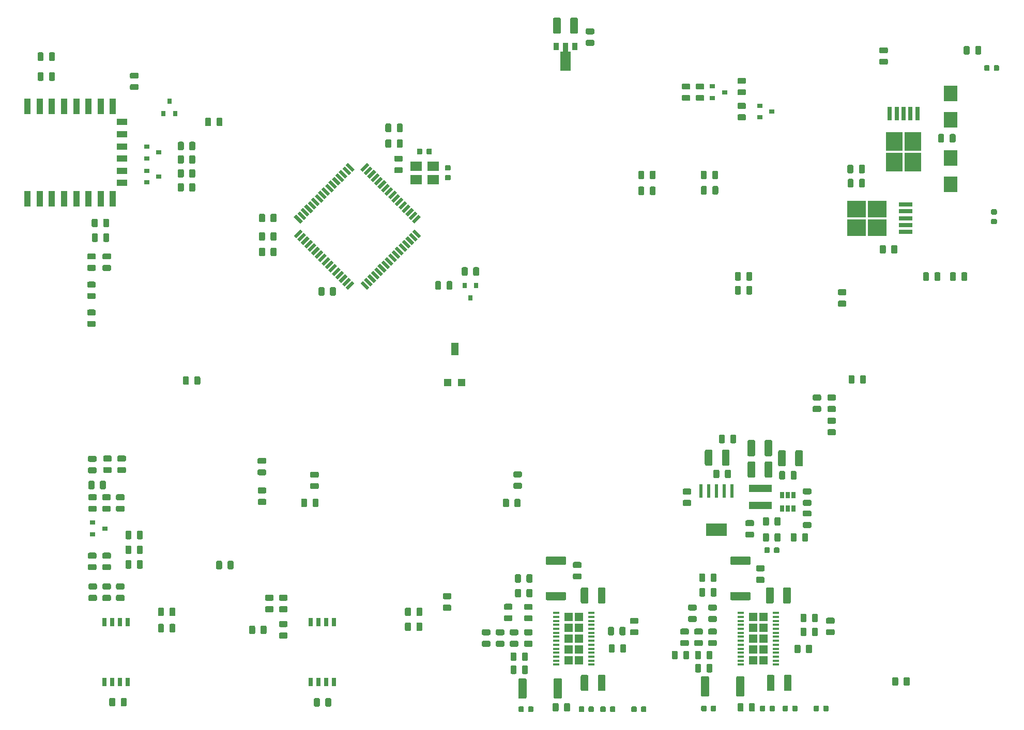
<source format=gbp>
G04 #@! TF.GenerationSoftware,KiCad,Pcbnew,(5.1.5)-3*
G04 #@! TF.CreationDate,2020-04-02T09:01:34+03:00*
G04 #@! TF.ProjectId,VentilaVitesco,56656e74-696c-4615-9669-746573636f2e,rev?*
G04 #@! TF.SameCoordinates,PX354a940PY93c3260*
G04 #@! TF.FileFunction,Paste,Bot*
G04 #@! TF.FilePolarity,Positive*
%FSLAX46Y46*%
G04 Gerber Fmt 4.6, Leading zero omitted, Abs format (unit mm)*
G04 Created by KiCad (PCBNEW (5.1.5)-3) date 2020-04-02 09:01:34*
%MOMM*%
%LPD*%
G04 APERTURE LIST*
%ADD10R,1.300000X1.300000*%
%ADD11R,1.300000X2.000000*%
%ADD12R,0.600000X2.200000*%
%ADD13R,3.450000X2.150000*%
%ADD14C,0.150000*%
%ADD15R,0.900000X0.800000*%
%ADD16R,3.700000X1.200000*%
%ADD17R,1.400000X1.400000*%
%ADD18R,1.100000X0.400000*%
%ADD19R,0.800000X0.900000*%
%ADD20R,0.900000X1.300000*%
%ADD21R,0.700000X1.350000*%
%ADD22R,2.300000X2.500000*%
%ADD23R,0.650000X1.060000*%
%ADD24R,3.050000X2.750000*%
%ADD25R,2.200000X0.800000*%
%ADD26R,2.750000X3.050000*%
%ADD27R,0.800000X2.200000*%
%ADD28R,1.000000X2.500000*%
%ADD29R,1.800000X1.000000*%
%ADD30R,1.950000X1.650000*%
G04 APERTURE END LIST*
D10*
X72701800Y63899600D03*
D11*
X71551800Y69399600D03*
D10*
X70401800Y63899600D03*
D12*
X111887000Y46051000D03*
X116967000Y46051000D03*
X114427000Y46051000D03*
D13*
X114427000Y39751000D03*
D12*
X113157000Y46051000D03*
X115697000Y46051000D03*
D14*
G36*
X114694642Y49593826D02*
G01*
X114718303Y49590316D01*
X114741507Y49584504D01*
X114764029Y49576446D01*
X114785653Y49566218D01*
X114806170Y49553921D01*
X114825383Y49539671D01*
X114843107Y49523607D01*
X114859171Y49505883D01*
X114873421Y49486670D01*
X114885718Y49466153D01*
X114895946Y49444529D01*
X114904004Y49422007D01*
X114909816Y49398803D01*
X114913326Y49375142D01*
X114914500Y49351250D01*
X114914500Y48438750D01*
X114913326Y48414858D01*
X114909816Y48391197D01*
X114904004Y48367993D01*
X114895946Y48345471D01*
X114885718Y48323847D01*
X114873421Y48303330D01*
X114859171Y48284117D01*
X114843107Y48266393D01*
X114825383Y48250329D01*
X114806170Y48236079D01*
X114785653Y48223782D01*
X114764029Y48213554D01*
X114741507Y48205496D01*
X114718303Y48199684D01*
X114694642Y48196174D01*
X114670750Y48195000D01*
X114183250Y48195000D01*
X114159358Y48196174D01*
X114135697Y48199684D01*
X114112493Y48205496D01*
X114089971Y48213554D01*
X114068347Y48223782D01*
X114047830Y48236079D01*
X114028617Y48250329D01*
X114010893Y48266393D01*
X113994829Y48284117D01*
X113980579Y48303330D01*
X113968282Y48323847D01*
X113958054Y48345471D01*
X113949996Y48367993D01*
X113944184Y48391197D01*
X113940674Y48414858D01*
X113939500Y48438750D01*
X113939500Y49351250D01*
X113940674Y49375142D01*
X113944184Y49398803D01*
X113949996Y49422007D01*
X113958054Y49444529D01*
X113968282Y49466153D01*
X113980579Y49486670D01*
X113994829Y49505883D01*
X114010893Y49523607D01*
X114028617Y49539671D01*
X114047830Y49553921D01*
X114068347Y49566218D01*
X114089971Y49576446D01*
X114112493Y49584504D01*
X114135697Y49590316D01*
X114159358Y49593826D01*
X114183250Y49595000D01*
X114670750Y49595000D01*
X114694642Y49593826D01*
G37*
G36*
X116569642Y49593826D02*
G01*
X116593303Y49590316D01*
X116616507Y49584504D01*
X116639029Y49576446D01*
X116660653Y49566218D01*
X116681170Y49553921D01*
X116700383Y49539671D01*
X116718107Y49523607D01*
X116734171Y49505883D01*
X116748421Y49486670D01*
X116760718Y49466153D01*
X116770946Y49444529D01*
X116779004Y49422007D01*
X116784816Y49398803D01*
X116788326Y49375142D01*
X116789500Y49351250D01*
X116789500Y48438750D01*
X116788326Y48414858D01*
X116784816Y48391197D01*
X116779004Y48367993D01*
X116770946Y48345471D01*
X116760718Y48323847D01*
X116748421Y48303330D01*
X116734171Y48284117D01*
X116718107Y48266393D01*
X116700383Y48250329D01*
X116681170Y48236079D01*
X116660653Y48223782D01*
X116639029Y48213554D01*
X116616507Y48205496D01*
X116593303Y48199684D01*
X116569642Y48196174D01*
X116545750Y48195000D01*
X116058250Y48195000D01*
X116034358Y48196174D01*
X116010697Y48199684D01*
X115987493Y48205496D01*
X115964971Y48213554D01*
X115943347Y48223782D01*
X115922830Y48236079D01*
X115903617Y48250329D01*
X115885893Y48266393D01*
X115869829Y48284117D01*
X115855579Y48303330D01*
X115843282Y48323847D01*
X115833054Y48345471D01*
X115824996Y48367993D01*
X115819184Y48391197D01*
X115815674Y48414858D01*
X115814500Y48438750D01*
X115814500Y49351250D01*
X115815674Y49375142D01*
X115819184Y49398803D01*
X115824996Y49422007D01*
X115833054Y49444529D01*
X115843282Y49466153D01*
X115855579Y49486670D01*
X115869829Y49505883D01*
X115885893Y49523607D01*
X115903617Y49539671D01*
X115922830Y49553921D01*
X115943347Y49566218D01*
X115964971Y49576446D01*
X115987493Y49584504D01*
X116010697Y49590316D01*
X116034358Y49593826D01*
X116058250Y49595000D01*
X116545750Y49595000D01*
X116569642Y49593826D01*
G37*
G36*
X102390642Y96012326D02*
G01*
X102414303Y96008816D01*
X102437507Y96003004D01*
X102460029Y95994946D01*
X102481653Y95984718D01*
X102502170Y95972421D01*
X102521383Y95958171D01*
X102539107Y95942107D01*
X102555171Y95924383D01*
X102569421Y95905170D01*
X102581718Y95884653D01*
X102591946Y95863029D01*
X102600004Y95840507D01*
X102605816Y95817303D01*
X102609326Y95793642D01*
X102610500Y95769750D01*
X102610500Y94857250D01*
X102609326Y94833358D01*
X102605816Y94809697D01*
X102600004Y94786493D01*
X102591946Y94763971D01*
X102581718Y94742347D01*
X102569421Y94721830D01*
X102555171Y94702617D01*
X102539107Y94684893D01*
X102521383Y94668829D01*
X102502170Y94654579D01*
X102481653Y94642282D01*
X102460029Y94632054D01*
X102437507Y94623996D01*
X102414303Y94618184D01*
X102390642Y94614674D01*
X102366750Y94613500D01*
X101879250Y94613500D01*
X101855358Y94614674D01*
X101831697Y94618184D01*
X101808493Y94623996D01*
X101785971Y94632054D01*
X101764347Y94642282D01*
X101743830Y94654579D01*
X101724617Y94668829D01*
X101706893Y94684893D01*
X101690829Y94702617D01*
X101676579Y94721830D01*
X101664282Y94742347D01*
X101654054Y94763971D01*
X101645996Y94786493D01*
X101640184Y94809697D01*
X101636674Y94833358D01*
X101635500Y94857250D01*
X101635500Y95769750D01*
X101636674Y95793642D01*
X101640184Y95817303D01*
X101645996Y95840507D01*
X101654054Y95863029D01*
X101664282Y95884653D01*
X101676579Y95905170D01*
X101690829Y95924383D01*
X101706893Y95942107D01*
X101724617Y95958171D01*
X101743830Y95972421D01*
X101764347Y95984718D01*
X101785971Y95994946D01*
X101808493Y96003004D01*
X101831697Y96008816D01*
X101855358Y96012326D01*
X101879250Y96013500D01*
X102366750Y96013500D01*
X102390642Y96012326D01*
G37*
G36*
X104265642Y96012326D02*
G01*
X104289303Y96008816D01*
X104312507Y96003004D01*
X104335029Y95994946D01*
X104356653Y95984718D01*
X104377170Y95972421D01*
X104396383Y95958171D01*
X104414107Y95942107D01*
X104430171Y95924383D01*
X104444421Y95905170D01*
X104456718Y95884653D01*
X104466946Y95863029D01*
X104475004Y95840507D01*
X104480816Y95817303D01*
X104484326Y95793642D01*
X104485500Y95769750D01*
X104485500Y94857250D01*
X104484326Y94833358D01*
X104480816Y94809697D01*
X104475004Y94786493D01*
X104466946Y94763971D01*
X104456718Y94742347D01*
X104444421Y94721830D01*
X104430171Y94702617D01*
X104414107Y94684893D01*
X104396383Y94668829D01*
X104377170Y94654579D01*
X104356653Y94642282D01*
X104335029Y94632054D01*
X104312507Y94623996D01*
X104289303Y94618184D01*
X104265642Y94614674D01*
X104241750Y94613500D01*
X103754250Y94613500D01*
X103730358Y94614674D01*
X103706697Y94618184D01*
X103683493Y94623996D01*
X103660971Y94632054D01*
X103639347Y94642282D01*
X103618830Y94654579D01*
X103599617Y94668829D01*
X103581893Y94684893D01*
X103565829Y94702617D01*
X103551579Y94721830D01*
X103539282Y94742347D01*
X103529054Y94763971D01*
X103520996Y94786493D01*
X103515184Y94809697D01*
X103511674Y94833358D01*
X103510500Y94857250D01*
X103510500Y95769750D01*
X103511674Y95793642D01*
X103515184Y95817303D01*
X103520996Y95840507D01*
X103529054Y95863029D01*
X103539282Y95884653D01*
X103551579Y95905170D01*
X103565829Y95924383D01*
X103581893Y95942107D01*
X103599617Y95958171D01*
X103618830Y95972421D01*
X103639347Y95984718D01*
X103660971Y95994946D01*
X103683493Y96003004D01*
X103706697Y96008816D01*
X103730358Y96012326D01*
X103754250Y96013500D01*
X104241750Y96013500D01*
X104265642Y96012326D01*
G37*
G36*
X102377942Y98615826D02*
G01*
X102401603Y98612316D01*
X102424807Y98606504D01*
X102447329Y98598446D01*
X102468953Y98588218D01*
X102489470Y98575921D01*
X102508683Y98561671D01*
X102526407Y98545607D01*
X102542471Y98527883D01*
X102556721Y98508670D01*
X102569018Y98488153D01*
X102579246Y98466529D01*
X102587304Y98444007D01*
X102593116Y98420803D01*
X102596626Y98397142D01*
X102597800Y98373250D01*
X102597800Y97460750D01*
X102596626Y97436858D01*
X102593116Y97413197D01*
X102587304Y97389993D01*
X102579246Y97367471D01*
X102569018Y97345847D01*
X102556721Y97325330D01*
X102542471Y97306117D01*
X102526407Y97288393D01*
X102508683Y97272329D01*
X102489470Y97258079D01*
X102468953Y97245782D01*
X102447329Y97235554D01*
X102424807Y97227496D01*
X102401603Y97221684D01*
X102377942Y97218174D01*
X102354050Y97217000D01*
X101866550Y97217000D01*
X101842658Y97218174D01*
X101818997Y97221684D01*
X101795793Y97227496D01*
X101773271Y97235554D01*
X101751647Y97245782D01*
X101731130Y97258079D01*
X101711917Y97272329D01*
X101694193Y97288393D01*
X101678129Y97306117D01*
X101663879Y97325330D01*
X101651582Y97345847D01*
X101641354Y97367471D01*
X101633296Y97389993D01*
X101627484Y97413197D01*
X101623974Y97436858D01*
X101622800Y97460750D01*
X101622800Y98373250D01*
X101623974Y98397142D01*
X101627484Y98420803D01*
X101633296Y98444007D01*
X101641354Y98466529D01*
X101651582Y98488153D01*
X101663879Y98508670D01*
X101678129Y98527883D01*
X101694193Y98545607D01*
X101711917Y98561671D01*
X101731130Y98575921D01*
X101751647Y98588218D01*
X101773271Y98598446D01*
X101795793Y98606504D01*
X101818997Y98612316D01*
X101842658Y98615826D01*
X101866550Y98617000D01*
X102354050Y98617000D01*
X102377942Y98615826D01*
G37*
G36*
X104252942Y98615826D02*
G01*
X104276603Y98612316D01*
X104299807Y98606504D01*
X104322329Y98598446D01*
X104343953Y98588218D01*
X104364470Y98575921D01*
X104383683Y98561671D01*
X104401407Y98545607D01*
X104417471Y98527883D01*
X104431721Y98508670D01*
X104444018Y98488153D01*
X104454246Y98466529D01*
X104462304Y98444007D01*
X104468116Y98420803D01*
X104471626Y98397142D01*
X104472800Y98373250D01*
X104472800Y97460750D01*
X104471626Y97436858D01*
X104468116Y97413197D01*
X104462304Y97389993D01*
X104454246Y97367471D01*
X104444018Y97345847D01*
X104431721Y97325330D01*
X104417471Y97306117D01*
X104401407Y97288393D01*
X104383683Y97272329D01*
X104364470Y97258079D01*
X104343953Y97245782D01*
X104322329Y97235554D01*
X104299807Y97227496D01*
X104276603Y97221684D01*
X104252942Y97218174D01*
X104229050Y97217000D01*
X103741550Y97217000D01*
X103717658Y97218174D01*
X103693997Y97221684D01*
X103670793Y97227496D01*
X103648271Y97235554D01*
X103626647Y97245782D01*
X103606130Y97258079D01*
X103586917Y97272329D01*
X103569193Y97288393D01*
X103553129Y97306117D01*
X103538879Y97325330D01*
X103526582Y97345847D01*
X103516354Y97367471D01*
X103508296Y97389993D01*
X103502484Y97413197D01*
X103498974Y97436858D01*
X103497800Y97460750D01*
X103497800Y98373250D01*
X103498974Y98397142D01*
X103502484Y98420803D01*
X103508296Y98444007D01*
X103516354Y98466529D01*
X103526582Y98488153D01*
X103538879Y98508670D01*
X103553129Y98527883D01*
X103569193Y98545607D01*
X103586917Y98561671D01*
X103606130Y98575921D01*
X103626647Y98588218D01*
X103648271Y98598446D01*
X103670793Y98606504D01*
X103693997Y98612316D01*
X103717658Y98615826D01*
X103741550Y98617000D01*
X104229050Y98617000D01*
X104252942Y98615826D01*
G37*
G36*
X15034342Y35967826D02*
G01*
X15058003Y35964316D01*
X15081207Y35958504D01*
X15103729Y35950446D01*
X15125353Y35940218D01*
X15145870Y35927921D01*
X15165083Y35913671D01*
X15182807Y35897607D01*
X15198871Y35879883D01*
X15213121Y35860670D01*
X15225418Y35840153D01*
X15235646Y35818529D01*
X15243704Y35796007D01*
X15249516Y35772803D01*
X15253026Y35749142D01*
X15254200Y35725250D01*
X15254200Y35237750D01*
X15253026Y35213858D01*
X15249516Y35190197D01*
X15243704Y35166993D01*
X15235646Y35144471D01*
X15225418Y35122847D01*
X15213121Y35102330D01*
X15198871Y35083117D01*
X15182807Y35065393D01*
X15165083Y35049329D01*
X15145870Y35035079D01*
X15125353Y35022782D01*
X15103729Y35012554D01*
X15081207Y35004496D01*
X15058003Y34998684D01*
X15034342Y34995174D01*
X15010450Y34994000D01*
X14097950Y34994000D01*
X14074058Y34995174D01*
X14050397Y34998684D01*
X14027193Y35004496D01*
X14004671Y35012554D01*
X13983047Y35022782D01*
X13962530Y35035079D01*
X13943317Y35049329D01*
X13925593Y35065393D01*
X13909529Y35083117D01*
X13895279Y35102330D01*
X13882982Y35122847D01*
X13872754Y35144471D01*
X13864696Y35166993D01*
X13858884Y35190197D01*
X13855374Y35213858D01*
X13854200Y35237750D01*
X13854200Y35725250D01*
X13855374Y35749142D01*
X13858884Y35772803D01*
X13864696Y35796007D01*
X13872754Y35818529D01*
X13882982Y35840153D01*
X13895279Y35860670D01*
X13909529Y35879883D01*
X13925593Y35897607D01*
X13943317Y35913671D01*
X13962530Y35927921D01*
X13983047Y35940218D01*
X14004671Y35950446D01*
X14027193Y35958504D01*
X14050397Y35964316D01*
X14074058Y35967826D01*
X14097950Y35969000D01*
X15010450Y35969000D01*
X15034342Y35967826D01*
G37*
G36*
X15034342Y34092826D02*
G01*
X15058003Y34089316D01*
X15081207Y34083504D01*
X15103729Y34075446D01*
X15125353Y34065218D01*
X15145870Y34052921D01*
X15165083Y34038671D01*
X15182807Y34022607D01*
X15198871Y34004883D01*
X15213121Y33985670D01*
X15225418Y33965153D01*
X15235646Y33943529D01*
X15243704Y33921007D01*
X15249516Y33897803D01*
X15253026Y33874142D01*
X15254200Y33850250D01*
X15254200Y33362750D01*
X15253026Y33338858D01*
X15249516Y33315197D01*
X15243704Y33291993D01*
X15235646Y33269471D01*
X15225418Y33247847D01*
X15213121Y33227330D01*
X15198871Y33208117D01*
X15182807Y33190393D01*
X15165083Y33174329D01*
X15145870Y33160079D01*
X15125353Y33147782D01*
X15103729Y33137554D01*
X15081207Y33129496D01*
X15058003Y33123684D01*
X15034342Y33120174D01*
X15010450Y33119000D01*
X14097950Y33119000D01*
X14074058Y33120174D01*
X14050397Y33123684D01*
X14027193Y33129496D01*
X14004671Y33137554D01*
X13983047Y33147782D01*
X13962530Y33160079D01*
X13943317Y33174329D01*
X13925593Y33190393D01*
X13909529Y33208117D01*
X13895279Y33227330D01*
X13882982Y33247847D01*
X13872754Y33269471D01*
X13864696Y33291993D01*
X13858884Y33315197D01*
X13855374Y33338858D01*
X13854200Y33362750D01*
X13854200Y33850250D01*
X13855374Y33874142D01*
X13858884Y33897803D01*
X13864696Y33921007D01*
X13872754Y33943529D01*
X13882982Y33965153D01*
X13895279Y33985670D01*
X13909529Y34004883D01*
X13925593Y34022607D01*
X13943317Y34038671D01*
X13962530Y34052921D01*
X13983047Y34065218D01*
X14004671Y34075446D01*
X14027193Y34083504D01*
X14050397Y34089316D01*
X14074058Y34092826D01*
X14097950Y34094000D01*
X15010450Y34094000D01*
X15034342Y34092826D01*
G37*
G36*
X12332642Y47752326D02*
G01*
X12356303Y47748816D01*
X12379507Y47743004D01*
X12402029Y47734946D01*
X12423653Y47724718D01*
X12444170Y47712421D01*
X12463383Y47698171D01*
X12481107Y47682107D01*
X12497171Y47664383D01*
X12511421Y47645170D01*
X12523718Y47624653D01*
X12533946Y47603029D01*
X12542004Y47580507D01*
X12547816Y47557303D01*
X12551326Y47533642D01*
X12552500Y47509750D01*
X12552500Y46597250D01*
X12551326Y46573358D01*
X12547816Y46549697D01*
X12542004Y46526493D01*
X12533946Y46503971D01*
X12523718Y46482347D01*
X12511421Y46461830D01*
X12497171Y46442617D01*
X12481107Y46424893D01*
X12463383Y46408829D01*
X12444170Y46394579D01*
X12423653Y46382282D01*
X12402029Y46372054D01*
X12379507Y46363996D01*
X12356303Y46358184D01*
X12332642Y46354674D01*
X12308750Y46353500D01*
X11821250Y46353500D01*
X11797358Y46354674D01*
X11773697Y46358184D01*
X11750493Y46363996D01*
X11727971Y46372054D01*
X11706347Y46382282D01*
X11685830Y46394579D01*
X11666617Y46408829D01*
X11648893Y46424893D01*
X11632829Y46442617D01*
X11618579Y46461830D01*
X11606282Y46482347D01*
X11596054Y46503971D01*
X11587996Y46526493D01*
X11582184Y46549697D01*
X11578674Y46573358D01*
X11577500Y46597250D01*
X11577500Y47509750D01*
X11578674Y47533642D01*
X11582184Y47557303D01*
X11587996Y47580507D01*
X11596054Y47603029D01*
X11606282Y47624653D01*
X11618579Y47645170D01*
X11632829Y47664383D01*
X11648893Y47682107D01*
X11666617Y47698171D01*
X11685830Y47712421D01*
X11706347Y47724718D01*
X11727971Y47734946D01*
X11750493Y47743004D01*
X11773697Y47748816D01*
X11797358Y47752326D01*
X11821250Y47753500D01*
X12308750Y47753500D01*
X12332642Y47752326D01*
G37*
G36*
X14207642Y47752326D02*
G01*
X14231303Y47748816D01*
X14254507Y47743004D01*
X14277029Y47734946D01*
X14298653Y47724718D01*
X14319170Y47712421D01*
X14338383Y47698171D01*
X14356107Y47682107D01*
X14372171Y47664383D01*
X14386421Y47645170D01*
X14398718Y47624653D01*
X14408946Y47603029D01*
X14417004Y47580507D01*
X14422816Y47557303D01*
X14426326Y47533642D01*
X14427500Y47509750D01*
X14427500Y46597250D01*
X14426326Y46573358D01*
X14422816Y46549697D01*
X14417004Y46526493D01*
X14408946Y46503971D01*
X14398718Y46482347D01*
X14386421Y46461830D01*
X14372171Y46442617D01*
X14356107Y46424893D01*
X14338383Y46408829D01*
X14319170Y46394579D01*
X14298653Y46382282D01*
X14277029Y46372054D01*
X14254507Y46363996D01*
X14231303Y46358184D01*
X14207642Y46354674D01*
X14183750Y46353500D01*
X13696250Y46353500D01*
X13672358Y46354674D01*
X13648697Y46358184D01*
X13625493Y46363996D01*
X13602971Y46372054D01*
X13581347Y46382282D01*
X13560830Y46394579D01*
X13541617Y46408829D01*
X13523893Y46424893D01*
X13507829Y46442617D01*
X13493579Y46461830D01*
X13481282Y46482347D01*
X13471054Y46503971D01*
X13462996Y46526493D01*
X13457184Y46549697D01*
X13453674Y46573358D01*
X13452500Y46597250D01*
X13452500Y47509750D01*
X13453674Y47533642D01*
X13457184Y47557303D01*
X13462996Y47580507D01*
X13471054Y47603029D01*
X13481282Y47624653D01*
X13493579Y47645170D01*
X13507829Y47664383D01*
X13523893Y47682107D01*
X13541617Y47698171D01*
X13560830Y47712421D01*
X13581347Y47724718D01*
X13602971Y47734946D01*
X13625493Y47743004D01*
X13648697Y47748816D01*
X13672358Y47752326D01*
X13696250Y47753500D01*
X14183750Y47753500D01*
X14207642Y47752326D01*
G37*
G36*
X17498142Y50018626D02*
G01*
X17521803Y50015116D01*
X17545007Y50009304D01*
X17567529Y50001246D01*
X17589153Y49991018D01*
X17609670Y49978721D01*
X17628883Y49964471D01*
X17646607Y49948407D01*
X17662671Y49930683D01*
X17676921Y49911470D01*
X17689218Y49890953D01*
X17699446Y49869329D01*
X17707504Y49846807D01*
X17713316Y49823603D01*
X17716826Y49799942D01*
X17718000Y49776050D01*
X17718000Y49288550D01*
X17716826Y49264658D01*
X17713316Y49240997D01*
X17707504Y49217793D01*
X17699446Y49195271D01*
X17689218Y49173647D01*
X17676921Y49153130D01*
X17662671Y49133917D01*
X17646607Y49116193D01*
X17628883Y49100129D01*
X17609670Y49085879D01*
X17589153Y49073582D01*
X17567529Y49063354D01*
X17545007Y49055296D01*
X17521803Y49049484D01*
X17498142Y49045974D01*
X17474250Y49044800D01*
X16561750Y49044800D01*
X16537858Y49045974D01*
X16514197Y49049484D01*
X16490993Y49055296D01*
X16468471Y49063354D01*
X16446847Y49073582D01*
X16426330Y49085879D01*
X16407117Y49100129D01*
X16389393Y49116193D01*
X16373329Y49133917D01*
X16359079Y49153130D01*
X16346782Y49173647D01*
X16336554Y49195271D01*
X16328496Y49217793D01*
X16322684Y49240997D01*
X16319174Y49264658D01*
X16318000Y49288550D01*
X16318000Y49776050D01*
X16319174Y49799942D01*
X16322684Y49823603D01*
X16328496Y49846807D01*
X16336554Y49869329D01*
X16346782Y49890953D01*
X16359079Y49911470D01*
X16373329Y49930683D01*
X16389393Y49948407D01*
X16407117Y49964471D01*
X16426330Y49978721D01*
X16446847Y49991018D01*
X16468471Y50001246D01*
X16490993Y50009304D01*
X16514197Y50015116D01*
X16537858Y50018626D01*
X16561750Y50019800D01*
X17474250Y50019800D01*
X17498142Y50018626D01*
G37*
G36*
X17498142Y51893626D02*
G01*
X17521803Y51890116D01*
X17545007Y51884304D01*
X17567529Y51876246D01*
X17589153Y51866018D01*
X17609670Y51853721D01*
X17628883Y51839471D01*
X17646607Y51823407D01*
X17662671Y51805683D01*
X17676921Y51786470D01*
X17689218Y51765953D01*
X17699446Y51744329D01*
X17707504Y51721807D01*
X17713316Y51698603D01*
X17716826Y51674942D01*
X17718000Y51651050D01*
X17718000Y51163550D01*
X17716826Y51139658D01*
X17713316Y51115997D01*
X17707504Y51092793D01*
X17699446Y51070271D01*
X17689218Y51048647D01*
X17676921Y51028130D01*
X17662671Y51008917D01*
X17646607Y50991193D01*
X17628883Y50975129D01*
X17609670Y50960879D01*
X17589153Y50948582D01*
X17567529Y50938354D01*
X17545007Y50930296D01*
X17521803Y50924484D01*
X17498142Y50920974D01*
X17474250Y50919800D01*
X16561750Y50919800D01*
X16537858Y50920974D01*
X16514197Y50924484D01*
X16490993Y50930296D01*
X16468471Y50938354D01*
X16446847Y50948582D01*
X16426330Y50960879D01*
X16407117Y50975129D01*
X16389393Y50991193D01*
X16373329Y51008917D01*
X16359079Y51028130D01*
X16346782Y51048647D01*
X16336554Y51070271D01*
X16328496Y51092793D01*
X16322684Y51115997D01*
X16319174Y51139658D01*
X16318000Y51163550D01*
X16318000Y51651050D01*
X16319174Y51674942D01*
X16322684Y51698603D01*
X16328496Y51721807D01*
X16336554Y51744329D01*
X16346782Y51765953D01*
X16359079Y51786470D01*
X16373329Y51805683D01*
X16389393Y51823407D01*
X16407117Y51839471D01*
X16426330Y51853721D01*
X16446847Y51866018D01*
X16468471Y51876246D01*
X16490993Y51884304D01*
X16514197Y51890116D01*
X16537858Y51893626D01*
X16561750Y51894800D01*
X17474250Y51894800D01*
X17498142Y51893626D01*
G37*
G36*
X15161342Y50018626D02*
G01*
X15185003Y50015116D01*
X15208207Y50009304D01*
X15230729Y50001246D01*
X15252353Y49991018D01*
X15272870Y49978721D01*
X15292083Y49964471D01*
X15309807Y49948407D01*
X15325871Y49930683D01*
X15340121Y49911470D01*
X15352418Y49890953D01*
X15362646Y49869329D01*
X15370704Y49846807D01*
X15376516Y49823603D01*
X15380026Y49799942D01*
X15381200Y49776050D01*
X15381200Y49288550D01*
X15380026Y49264658D01*
X15376516Y49240997D01*
X15370704Y49217793D01*
X15362646Y49195271D01*
X15352418Y49173647D01*
X15340121Y49153130D01*
X15325871Y49133917D01*
X15309807Y49116193D01*
X15292083Y49100129D01*
X15272870Y49085879D01*
X15252353Y49073582D01*
X15230729Y49063354D01*
X15208207Y49055296D01*
X15185003Y49049484D01*
X15161342Y49045974D01*
X15137450Y49044800D01*
X14224950Y49044800D01*
X14201058Y49045974D01*
X14177397Y49049484D01*
X14154193Y49055296D01*
X14131671Y49063354D01*
X14110047Y49073582D01*
X14089530Y49085879D01*
X14070317Y49100129D01*
X14052593Y49116193D01*
X14036529Y49133917D01*
X14022279Y49153130D01*
X14009982Y49173647D01*
X13999754Y49195271D01*
X13991696Y49217793D01*
X13985884Y49240997D01*
X13982374Y49264658D01*
X13981200Y49288550D01*
X13981200Y49776050D01*
X13982374Y49799942D01*
X13985884Y49823603D01*
X13991696Y49846807D01*
X13999754Y49869329D01*
X14009982Y49890953D01*
X14022279Y49911470D01*
X14036529Y49930683D01*
X14052593Y49948407D01*
X14070317Y49964471D01*
X14089530Y49978721D01*
X14110047Y49991018D01*
X14131671Y50001246D01*
X14154193Y50009304D01*
X14177397Y50015116D01*
X14201058Y50018626D01*
X14224950Y50019800D01*
X15137450Y50019800D01*
X15161342Y50018626D01*
G37*
G36*
X15161342Y51893626D02*
G01*
X15185003Y51890116D01*
X15208207Y51884304D01*
X15230729Y51876246D01*
X15252353Y51866018D01*
X15272870Y51853721D01*
X15292083Y51839471D01*
X15309807Y51823407D01*
X15325871Y51805683D01*
X15340121Y51786470D01*
X15352418Y51765953D01*
X15362646Y51744329D01*
X15370704Y51721807D01*
X15376516Y51698603D01*
X15380026Y51674942D01*
X15381200Y51651050D01*
X15381200Y51163550D01*
X15380026Y51139658D01*
X15376516Y51115997D01*
X15370704Y51092793D01*
X15362646Y51070271D01*
X15352418Y51048647D01*
X15340121Y51028130D01*
X15325871Y51008917D01*
X15309807Y50991193D01*
X15292083Y50975129D01*
X15272870Y50960879D01*
X15252353Y50948582D01*
X15230729Y50938354D01*
X15208207Y50930296D01*
X15185003Y50924484D01*
X15161342Y50920974D01*
X15137450Y50919800D01*
X14224950Y50919800D01*
X14201058Y50920974D01*
X14177397Y50924484D01*
X14154193Y50930296D01*
X14131671Y50938354D01*
X14110047Y50948582D01*
X14089530Y50960879D01*
X14070317Y50975129D01*
X14052593Y50991193D01*
X14036529Y51008917D01*
X14022279Y51028130D01*
X14009982Y51048647D01*
X13999754Y51070271D01*
X13991696Y51092793D01*
X13985884Y51115997D01*
X13982374Y51139658D01*
X13981200Y51163550D01*
X13981200Y51651050D01*
X13982374Y51674942D01*
X13985884Y51698603D01*
X13991696Y51721807D01*
X13999754Y51744329D01*
X14009982Y51765953D01*
X14022279Y51786470D01*
X14036529Y51805683D01*
X14052593Y51823407D01*
X14070317Y51839471D01*
X14089530Y51853721D01*
X14110047Y51866018D01*
X14131671Y51876246D01*
X14154193Y51884304D01*
X14177397Y51890116D01*
X14201058Y51893626D01*
X14224950Y51894800D01*
X15137450Y51894800D01*
X15161342Y51893626D01*
G37*
D15*
X14255500Y39944000D03*
X12255500Y40894000D03*
X12255500Y38994000D03*
D14*
G36*
X114514542Y96101226D02*
G01*
X114538203Y96097716D01*
X114561407Y96091904D01*
X114583929Y96083846D01*
X114605553Y96073618D01*
X114626070Y96061321D01*
X114645283Y96047071D01*
X114663007Y96031007D01*
X114679071Y96013283D01*
X114693321Y95994070D01*
X114705618Y95973553D01*
X114715846Y95951929D01*
X114723904Y95929407D01*
X114729716Y95906203D01*
X114733226Y95882542D01*
X114734400Y95858650D01*
X114734400Y94946150D01*
X114733226Y94922258D01*
X114729716Y94898597D01*
X114723904Y94875393D01*
X114715846Y94852871D01*
X114705618Y94831247D01*
X114693321Y94810730D01*
X114679071Y94791517D01*
X114663007Y94773793D01*
X114645283Y94757729D01*
X114626070Y94743479D01*
X114605553Y94731182D01*
X114583929Y94720954D01*
X114561407Y94712896D01*
X114538203Y94707084D01*
X114514542Y94703574D01*
X114490650Y94702400D01*
X114003150Y94702400D01*
X113979258Y94703574D01*
X113955597Y94707084D01*
X113932393Y94712896D01*
X113909871Y94720954D01*
X113888247Y94731182D01*
X113867730Y94743479D01*
X113848517Y94757729D01*
X113830793Y94773793D01*
X113814729Y94791517D01*
X113800479Y94810730D01*
X113788182Y94831247D01*
X113777954Y94852871D01*
X113769896Y94875393D01*
X113764084Y94898597D01*
X113760574Y94922258D01*
X113759400Y94946150D01*
X113759400Y95858650D01*
X113760574Y95882542D01*
X113764084Y95906203D01*
X113769896Y95929407D01*
X113777954Y95951929D01*
X113788182Y95973553D01*
X113800479Y95994070D01*
X113814729Y96013283D01*
X113830793Y96031007D01*
X113848517Y96047071D01*
X113867730Y96061321D01*
X113888247Y96073618D01*
X113909871Y96083846D01*
X113932393Y96091904D01*
X113955597Y96097716D01*
X113979258Y96101226D01*
X114003150Y96102400D01*
X114490650Y96102400D01*
X114514542Y96101226D01*
G37*
G36*
X112639542Y96101226D02*
G01*
X112663203Y96097716D01*
X112686407Y96091904D01*
X112708929Y96083846D01*
X112730553Y96073618D01*
X112751070Y96061321D01*
X112770283Y96047071D01*
X112788007Y96031007D01*
X112804071Y96013283D01*
X112818321Y95994070D01*
X112830618Y95973553D01*
X112840846Y95951929D01*
X112848904Y95929407D01*
X112854716Y95906203D01*
X112858226Y95882542D01*
X112859400Y95858650D01*
X112859400Y94946150D01*
X112858226Y94922258D01*
X112854716Y94898597D01*
X112848904Y94875393D01*
X112840846Y94852871D01*
X112830618Y94831247D01*
X112818321Y94810730D01*
X112804071Y94791517D01*
X112788007Y94773793D01*
X112770283Y94757729D01*
X112751070Y94743479D01*
X112730553Y94731182D01*
X112708929Y94720954D01*
X112686407Y94712896D01*
X112663203Y94707084D01*
X112639542Y94703574D01*
X112615650Y94702400D01*
X112128150Y94702400D01*
X112104258Y94703574D01*
X112080597Y94707084D01*
X112057393Y94712896D01*
X112034871Y94720954D01*
X112013247Y94731182D01*
X111992730Y94743479D01*
X111973517Y94757729D01*
X111955793Y94773793D01*
X111939729Y94791517D01*
X111925479Y94810730D01*
X111913182Y94831247D01*
X111902954Y94852871D01*
X111894896Y94875393D01*
X111889084Y94898597D01*
X111885574Y94922258D01*
X111884400Y94946150D01*
X111884400Y95858650D01*
X111885574Y95882542D01*
X111889084Y95906203D01*
X111894896Y95929407D01*
X111902954Y95951929D01*
X111913182Y95973553D01*
X111925479Y95994070D01*
X111939729Y96013283D01*
X111955793Y96031007D01*
X111973517Y96047071D01*
X111992730Y96061321D01*
X112013247Y96073618D01*
X112034871Y96083846D01*
X112057393Y96091904D01*
X112080597Y96097716D01*
X112104258Y96101226D01*
X112128150Y96102400D01*
X112615650Y96102400D01*
X112639542Y96101226D01*
G37*
G36*
X114489142Y98615826D02*
G01*
X114512803Y98612316D01*
X114536007Y98606504D01*
X114558529Y98598446D01*
X114580153Y98588218D01*
X114600670Y98575921D01*
X114619883Y98561671D01*
X114637607Y98545607D01*
X114653671Y98527883D01*
X114667921Y98508670D01*
X114680218Y98488153D01*
X114690446Y98466529D01*
X114698504Y98444007D01*
X114704316Y98420803D01*
X114707826Y98397142D01*
X114709000Y98373250D01*
X114709000Y97460750D01*
X114707826Y97436858D01*
X114704316Y97413197D01*
X114698504Y97389993D01*
X114690446Y97367471D01*
X114680218Y97345847D01*
X114667921Y97325330D01*
X114653671Y97306117D01*
X114637607Y97288393D01*
X114619883Y97272329D01*
X114600670Y97258079D01*
X114580153Y97245782D01*
X114558529Y97235554D01*
X114536007Y97227496D01*
X114512803Y97221684D01*
X114489142Y97218174D01*
X114465250Y97217000D01*
X113977750Y97217000D01*
X113953858Y97218174D01*
X113930197Y97221684D01*
X113906993Y97227496D01*
X113884471Y97235554D01*
X113862847Y97245782D01*
X113842330Y97258079D01*
X113823117Y97272329D01*
X113805393Y97288393D01*
X113789329Y97306117D01*
X113775079Y97325330D01*
X113762782Y97345847D01*
X113752554Y97367471D01*
X113744496Y97389993D01*
X113738684Y97413197D01*
X113735174Y97436858D01*
X113734000Y97460750D01*
X113734000Y98373250D01*
X113735174Y98397142D01*
X113738684Y98420803D01*
X113744496Y98444007D01*
X113752554Y98466529D01*
X113762782Y98488153D01*
X113775079Y98508670D01*
X113789329Y98527883D01*
X113805393Y98545607D01*
X113823117Y98561671D01*
X113842330Y98575921D01*
X113862847Y98588218D01*
X113884471Y98598446D01*
X113906993Y98606504D01*
X113930197Y98612316D01*
X113953858Y98615826D01*
X113977750Y98617000D01*
X114465250Y98617000D01*
X114489142Y98615826D01*
G37*
G36*
X112614142Y98615826D02*
G01*
X112637803Y98612316D01*
X112661007Y98606504D01*
X112683529Y98598446D01*
X112705153Y98588218D01*
X112725670Y98575921D01*
X112744883Y98561671D01*
X112762607Y98545607D01*
X112778671Y98527883D01*
X112792921Y98508670D01*
X112805218Y98488153D01*
X112815446Y98466529D01*
X112823504Y98444007D01*
X112829316Y98420803D01*
X112832826Y98397142D01*
X112834000Y98373250D01*
X112834000Y97460750D01*
X112832826Y97436858D01*
X112829316Y97413197D01*
X112823504Y97389993D01*
X112815446Y97367471D01*
X112805218Y97345847D01*
X112792921Y97325330D01*
X112778671Y97306117D01*
X112762607Y97288393D01*
X112744883Y97272329D01*
X112725670Y97258079D01*
X112705153Y97245782D01*
X112683529Y97235554D01*
X112661007Y97227496D01*
X112637803Y97221684D01*
X112614142Y97218174D01*
X112590250Y97217000D01*
X112102750Y97217000D01*
X112078858Y97218174D01*
X112055197Y97221684D01*
X112031993Y97227496D01*
X112009471Y97235554D01*
X111987847Y97245782D01*
X111967330Y97258079D01*
X111948117Y97272329D01*
X111930393Y97288393D01*
X111914329Y97306117D01*
X111900079Y97325330D01*
X111887782Y97345847D01*
X111877554Y97367471D01*
X111869496Y97389993D01*
X111863684Y97413197D01*
X111860174Y97436858D01*
X111859000Y97460750D01*
X111859000Y98373250D01*
X111860174Y98397142D01*
X111863684Y98420803D01*
X111869496Y98444007D01*
X111877554Y98466529D01*
X111887782Y98488153D01*
X111900079Y98508670D01*
X111914329Y98527883D01*
X111930393Y98545607D01*
X111948117Y98561671D01*
X111967330Y98575921D01*
X111987847Y98588218D01*
X112009471Y98598446D01*
X112031993Y98606504D01*
X112055197Y98612316D01*
X112078858Y98615826D01*
X112102750Y98617000D01*
X112590250Y98617000D01*
X112614142Y98615826D01*
G37*
G36*
X123363904Y50929996D02*
G01*
X123388173Y50926396D01*
X123411971Y50920435D01*
X123435071Y50912170D01*
X123457249Y50901680D01*
X123478293Y50889067D01*
X123497998Y50874453D01*
X123516177Y50857977D01*
X123532653Y50839798D01*
X123547267Y50820093D01*
X123559880Y50799049D01*
X123570370Y50776871D01*
X123578635Y50753771D01*
X123584596Y50729973D01*
X123588196Y50705704D01*
X123589400Y50681200D01*
X123589400Y48531200D01*
X123588196Y48506696D01*
X123584596Y48482427D01*
X123578635Y48458629D01*
X123570370Y48435529D01*
X123559880Y48413351D01*
X123547267Y48392307D01*
X123532653Y48372602D01*
X123516177Y48354423D01*
X123497998Y48337947D01*
X123478293Y48323333D01*
X123457249Y48310720D01*
X123435071Y48300230D01*
X123411971Y48291965D01*
X123388173Y48286004D01*
X123363904Y48282404D01*
X123339400Y48281200D01*
X122589400Y48281200D01*
X122564896Y48282404D01*
X122540627Y48286004D01*
X122516829Y48291965D01*
X122493729Y48300230D01*
X122471551Y48310720D01*
X122450507Y48323333D01*
X122430802Y48337947D01*
X122412623Y48354423D01*
X122396147Y48372602D01*
X122381533Y48392307D01*
X122368920Y48413351D01*
X122358430Y48435529D01*
X122350165Y48458629D01*
X122344204Y48482427D01*
X122340604Y48506696D01*
X122339400Y48531200D01*
X122339400Y50681200D01*
X122340604Y50705704D01*
X122344204Y50729973D01*
X122350165Y50753771D01*
X122358430Y50776871D01*
X122368920Y50799049D01*
X122381533Y50820093D01*
X122396147Y50839798D01*
X122412623Y50857977D01*
X122430802Y50874453D01*
X122450507Y50889067D01*
X122471551Y50901680D01*
X122493729Y50912170D01*
X122516829Y50920435D01*
X122540627Y50926396D01*
X122564896Y50929996D01*
X122589400Y50931200D01*
X123339400Y50931200D01*
X123363904Y50929996D01*
G37*
G36*
X120563904Y50929996D02*
G01*
X120588173Y50926396D01*
X120611971Y50920435D01*
X120635071Y50912170D01*
X120657249Y50901680D01*
X120678293Y50889067D01*
X120697998Y50874453D01*
X120716177Y50857977D01*
X120732653Y50839798D01*
X120747267Y50820093D01*
X120759880Y50799049D01*
X120770370Y50776871D01*
X120778635Y50753771D01*
X120784596Y50729973D01*
X120788196Y50705704D01*
X120789400Y50681200D01*
X120789400Y48531200D01*
X120788196Y48506696D01*
X120784596Y48482427D01*
X120778635Y48458629D01*
X120770370Y48435529D01*
X120759880Y48413351D01*
X120747267Y48392307D01*
X120732653Y48372602D01*
X120716177Y48354423D01*
X120697998Y48337947D01*
X120678293Y48323333D01*
X120657249Y48310720D01*
X120635071Y48300230D01*
X120611971Y48291965D01*
X120588173Y48286004D01*
X120563904Y48282404D01*
X120539400Y48281200D01*
X119789400Y48281200D01*
X119764896Y48282404D01*
X119740627Y48286004D01*
X119716829Y48291965D01*
X119693729Y48300230D01*
X119671551Y48310720D01*
X119650507Y48323333D01*
X119630802Y48337947D01*
X119612623Y48354423D01*
X119596147Y48372602D01*
X119581533Y48392307D01*
X119568920Y48413351D01*
X119558430Y48435529D01*
X119550165Y48458629D01*
X119544204Y48482427D01*
X119540604Y48506696D01*
X119539400Y48531200D01*
X119539400Y50681200D01*
X119540604Y50705704D01*
X119544204Y50729973D01*
X119550165Y50753771D01*
X119558430Y50776871D01*
X119568920Y50799049D01*
X119581533Y50820093D01*
X119596147Y50839798D01*
X119612623Y50857977D01*
X119630802Y50874453D01*
X119650507Y50889067D01*
X119671551Y50901680D01*
X119693729Y50912170D01*
X119716829Y50920435D01*
X119740627Y50926396D01*
X119764896Y50929996D01*
X119789400Y50931200D01*
X120539400Y50931200D01*
X120563904Y50929996D01*
G37*
G36*
X120521642Y11303326D02*
G01*
X120545303Y11299816D01*
X120568507Y11294004D01*
X120591029Y11285946D01*
X120612653Y11275718D01*
X120633170Y11263421D01*
X120652383Y11249171D01*
X120670107Y11233107D01*
X120686171Y11215383D01*
X120700421Y11196170D01*
X120712718Y11175653D01*
X120722946Y11154029D01*
X120731004Y11131507D01*
X120736816Y11108303D01*
X120740326Y11084642D01*
X120741500Y11060750D01*
X120741500Y10148250D01*
X120740326Y10124358D01*
X120736816Y10100697D01*
X120731004Y10077493D01*
X120722946Y10054971D01*
X120712718Y10033347D01*
X120700421Y10012830D01*
X120686171Y9993617D01*
X120670107Y9975893D01*
X120652383Y9959829D01*
X120633170Y9945579D01*
X120612653Y9933282D01*
X120591029Y9923054D01*
X120568507Y9914996D01*
X120545303Y9909184D01*
X120521642Y9905674D01*
X120497750Y9904500D01*
X120010250Y9904500D01*
X119986358Y9905674D01*
X119962697Y9909184D01*
X119939493Y9914996D01*
X119916971Y9923054D01*
X119895347Y9933282D01*
X119874830Y9945579D01*
X119855617Y9959829D01*
X119837893Y9975893D01*
X119821829Y9993617D01*
X119807579Y10012830D01*
X119795282Y10033347D01*
X119785054Y10054971D01*
X119776996Y10077493D01*
X119771184Y10100697D01*
X119767674Y10124358D01*
X119766500Y10148250D01*
X119766500Y11060750D01*
X119767674Y11084642D01*
X119771184Y11108303D01*
X119776996Y11131507D01*
X119785054Y11154029D01*
X119795282Y11175653D01*
X119807579Y11196170D01*
X119821829Y11215383D01*
X119837893Y11233107D01*
X119855617Y11249171D01*
X119874830Y11263421D01*
X119895347Y11275718D01*
X119916971Y11285946D01*
X119939493Y11294004D01*
X119962697Y11299816D01*
X119986358Y11303326D01*
X120010250Y11304500D01*
X120497750Y11304500D01*
X120521642Y11303326D01*
G37*
G36*
X118646642Y11303326D02*
G01*
X118670303Y11299816D01*
X118693507Y11294004D01*
X118716029Y11285946D01*
X118737653Y11275718D01*
X118758170Y11263421D01*
X118777383Y11249171D01*
X118795107Y11233107D01*
X118811171Y11215383D01*
X118825421Y11196170D01*
X118837718Y11175653D01*
X118847946Y11154029D01*
X118856004Y11131507D01*
X118861816Y11108303D01*
X118865326Y11084642D01*
X118866500Y11060750D01*
X118866500Y10148250D01*
X118865326Y10124358D01*
X118861816Y10100697D01*
X118856004Y10077493D01*
X118847946Y10054971D01*
X118837718Y10033347D01*
X118825421Y10012830D01*
X118811171Y9993617D01*
X118795107Y9975893D01*
X118777383Y9959829D01*
X118758170Y9945579D01*
X118737653Y9933282D01*
X118716029Y9923054D01*
X118693507Y9914996D01*
X118670303Y9909184D01*
X118646642Y9905674D01*
X118622750Y9904500D01*
X118135250Y9904500D01*
X118111358Y9905674D01*
X118087697Y9909184D01*
X118064493Y9914996D01*
X118041971Y9923054D01*
X118020347Y9933282D01*
X117999830Y9945579D01*
X117980617Y9959829D01*
X117962893Y9975893D01*
X117946829Y9993617D01*
X117932579Y10012830D01*
X117920282Y10033347D01*
X117910054Y10054971D01*
X117901996Y10077493D01*
X117896184Y10100697D01*
X117892674Y10124358D01*
X117891500Y10148250D01*
X117891500Y11060750D01*
X117892674Y11084642D01*
X117896184Y11108303D01*
X117901996Y11131507D01*
X117910054Y11154029D01*
X117920282Y11175653D01*
X117932579Y11196170D01*
X117946829Y11215383D01*
X117962893Y11233107D01*
X117980617Y11249171D01*
X117999830Y11263421D01*
X118020347Y11275718D01*
X118041971Y11285946D01*
X118064493Y11294004D01*
X118087697Y11299816D01*
X118111358Y11303326D01*
X118135250Y11304500D01*
X118622750Y11304500D01*
X118646642Y11303326D01*
G37*
G36*
X122095342Y33885026D02*
G01*
X122119003Y33881516D01*
X122142207Y33875704D01*
X122164729Y33867646D01*
X122186353Y33857418D01*
X122206870Y33845121D01*
X122226083Y33830871D01*
X122243807Y33814807D01*
X122259871Y33797083D01*
X122274121Y33777870D01*
X122286418Y33757353D01*
X122296646Y33735729D01*
X122304704Y33713207D01*
X122310516Y33690003D01*
X122314026Y33666342D01*
X122315200Y33642450D01*
X122315200Y33154950D01*
X122314026Y33131058D01*
X122310516Y33107397D01*
X122304704Y33084193D01*
X122296646Y33061671D01*
X122286418Y33040047D01*
X122274121Y33019530D01*
X122259871Y33000317D01*
X122243807Y32982593D01*
X122226083Y32966529D01*
X122206870Y32952279D01*
X122186353Y32939982D01*
X122164729Y32929754D01*
X122142207Y32921696D01*
X122119003Y32915884D01*
X122095342Y32912374D01*
X122071450Y32911200D01*
X121158950Y32911200D01*
X121135058Y32912374D01*
X121111397Y32915884D01*
X121088193Y32921696D01*
X121065671Y32929754D01*
X121044047Y32939982D01*
X121023530Y32952279D01*
X121004317Y32966529D01*
X120986593Y32982593D01*
X120970529Y33000317D01*
X120956279Y33019530D01*
X120943982Y33040047D01*
X120933754Y33061671D01*
X120925696Y33084193D01*
X120919884Y33107397D01*
X120916374Y33131058D01*
X120915200Y33154950D01*
X120915200Y33642450D01*
X120916374Y33666342D01*
X120919884Y33690003D01*
X120925696Y33713207D01*
X120933754Y33735729D01*
X120943982Y33757353D01*
X120956279Y33777870D01*
X120970529Y33797083D01*
X120986593Y33814807D01*
X121004317Y33830871D01*
X121023530Y33845121D01*
X121044047Y33857418D01*
X121065671Y33867646D01*
X121088193Y33875704D01*
X121111397Y33881516D01*
X121135058Y33885026D01*
X121158950Y33886200D01*
X122071450Y33886200D01*
X122095342Y33885026D01*
G37*
G36*
X122095342Y32010026D02*
G01*
X122119003Y32006516D01*
X122142207Y32000704D01*
X122164729Y31992646D01*
X122186353Y31982418D01*
X122206870Y31970121D01*
X122226083Y31955871D01*
X122243807Y31939807D01*
X122259871Y31922083D01*
X122274121Y31902870D01*
X122286418Y31882353D01*
X122296646Y31860729D01*
X122304704Y31838207D01*
X122310516Y31815003D01*
X122314026Y31791342D01*
X122315200Y31767450D01*
X122315200Y31279950D01*
X122314026Y31256058D01*
X122310516Y31232397D01*
X122304704Y31209193D01*
X122296646Y31186671D01*
X122286418Y31165047D01*
X122274121Y31144530D01*
X122259871Y31125317D01*
X122243807Y31107593D01*
X122226083Y31091529D01*
X122206870Y31077279D01*
X122186353Y31064982D01*
X122164729Y31054754D01*
X122142207Y31046696D01*
X122119003Y31040884D01*
X122095342Y31037374D01*
X122071450Y31036200D01*
X121158950Y31036200D01*
X121135058Y31037374D01*
X121111397Y31040884D01*
X121088193Y31046696D01*
X121065671Y31054754D01*
X121044047Y31064982D01*
X121023530Y31077279D01*
X121004317Y31091529D01*
X120986593Y31107593D01*
X120970529Y31125317D01*
X120956279Y31144530D01*
X120943982Y31165047D01*
X120933754Y31186671D01*
X120925696Y31209193D01*
X120919884Y31232397D01*
X120916374Y31256058D01*
X120915200Y31279950D01*
X120915200Y31767450D01*
X120916374Y31791342D01*
X120919884Y31815003D01*
X120925696Y31838207D01*
X120933754Y31860729D01*
X120943982Y31882353D01*
X120956279Y31902870D01*
X120970529Y31922083D01*
X120986593Y31939807D01*
X121004317Y31955871D01*
X121023530Y31970121D01*
X121044047Y31982418D01*
X121065671Y31992646D01*
X121088193Y32000704D01*
X121111397Y32006516D01*
X121135058Y32010026D01*
X121158950Y32011200D01*
X122071450Y32011200D01*
X122095342Y32010026D01*
G37*
G36*
X90232142Y11303326D02*
G01*
X90255803Y11299816D01*
X90279007Y11294004D01*
X90301529Y11285946D01*
X90323153Y11275718D01*
X90343670Y11263421D01*
X90362883Y11249171D01*
X90380607Y11233107D01*
X90396671Y11215383D01*
X90410921Y11196170D01*
X90423218Y11175653D01*
X90433446Y11154029D01*
X90441504Y11131507D01*
X90447316Y11108303D01*
X90450826Y11084642D01*
X90452000Y11060750D01*
X90452000Y10148250D01*
X90450826Y10124358D01*
X90447316Y10100697D01*
X90441504Y10077493D01*
X90433446Y10054971D01*
X90423218Y10033347D01*
X90410921Y10012830D01*
X90396671Y9993617D01*
X90380607Y9975893D01*
X90362883Y9959829D01*
X90343670Y9945579D01*
X90323153Y9933282D01*
X90301529Y9923054D01*
X90279007Y9914996D01*
X90255803Y9909184D01*
X90232142Y9905674D01*
X90208250Y9904500D01*
X89720750Y9904500D01*
X89696858Y9905674D01*
X89673197Y9909184D01*
X89649993Y9914996D01*
X89627471Y9923054D01*
X89605847Y9933282D01*
X89585330Y9945579D01*
X89566117Y9959829D01*
X89548393Y9975893D01*
X89532329Y9993617D01*
X89518079Y10012830D01*
X89505782Y10033347D01*
X89495554Y10054971D01*
X89487496Y10077493D01*
X89481684Y10100697D01*
X89478174Y10124358D01*
X89477000Y10148250D01*
X89477000Y11060750D01*
X89478174Y11084642D01*
X89481684Y11108303D01*
X89487496Y11131507D01*
X89495554Y11154029D01*
X89505782Y11175653D01*
X89518079Y11196170D01*
X89532329Y11215383D01*
X89548393Y11233107D01*
X89566117Y11249171D01*
X89585330Y11263421D01*
X89605847Y11275718D01*
X89627471Y11285946D01*
X89649993Y11294004D01*
X89673197Y11299816D01*
X89696858Y11303326D01*
X89720750Y11304500D01*
X90208250Y11304500D01*
X90232142Y11303326D01*
G37*
G36*
X88357142Y11303326D02*
G01*
X88380803Y11299816D01*
X88404007Y11294004D01*
X88426529Y11285946D01*
X88448153Y11275718D01*
X88468670Y11263421D01*
X88487883Y11249171D01*
X88505607Y11233107D01*
X88521671Y11215383D01*
X88535921Y11196170D01*
X88548218Y11175653D01*
X88558446Y11154029D01*
X88566504Y11131507D01*
X88572316Y11108303D01*
X88575826Y11084642D01*
X88577000Y11060750D01*
X88577000Y10148250D01*
X88575826Y10124358D01*
X88572316Y10100697D01*
X88566504Y10077493D01*
X88558446Y10054971D01*
X88548218Y10033347D01*
X88535921Y10012830D01*
X88521671Y9993617D01*
X88505607Y9975893D01*
X88487883Y9959829D01*
X88468670Y9945579D01*
X88448153Y9933282D01*
X88426529Y9923054D01*
X88404007Y9914996D01*
X88380803Y9909184D01*
X88357142Y9905674D01*
X88333250Y9904500D01*
X87845750Y9904500D01*
X87821858Y9905674D01*
X87798197Y9909184D01*
X87774993Y9914996D01*
X87752471Y9923054D01*
X87730847Y9933282D01*
X87710330Y9945579D01*
X87691117Y9959829D01*
X87673393Y9975893D01*
X87657329Y9993617D01*
X87643079Y10012830D01*
X87630782Y10033347D01*
X87620554Y10054971D01*
X87612496Y10077493D01*
X87606684Y10100697D01*
X87603174Y10124358D01*
X87602000Y10148250D01*
X87602000Y11060750D01*
X87603174Y11084642D01*
X87606684Y11108303D01*
X87612496Y11131507D01*
X87620554Y11154029D01*
X87630782Y11175653D01*
X87643079Y11196170D01*
X87657329Y11215383D01*
X87673393Y11233107D01*
X87691117Y11249171D01*
X87710330Y11263421D01*
X87730847Y11275718D01*
X87752471Y11285946D01*
X87774993Y11294004D01*
X87798197Y11299816D01*
X87821858Y11303326D01*
X87845750Y11304500D01*
X88333250Y11304500D01*
X88357142Y11303326D01*
G37*
G36*
X92110642Y34443826D02*
G01*
X92134303Y34440316D01*
X92157507Y34434504D01*
X92180029Y34426446D01*
X92201653Y34416218D01*
X92222170Y34403921D01*
X92241383Y34389671D01*
X92259107Y34373607D01*
X92275171Y34355883D01*
X92289421Y34336670D01*
X92301718Y34316153D01*
X92311946Y34294529D01*
X92320004Y34272007D01*
X92325816Y34248803D01*
X92329326Y34225142D01*
X92330500Y34201250D01*
X92330500Y33713750D01*
X92329326Y33689858D01*
X92325816Y33666197D01*
X92320004Y33642993D01*
X92311946Y33620471D01*
X92301718Y33598847D01*
X92289421Y33578330D01*
X92275171Y33559117D01*
X92259107Y33541393D01*
X92241383Y33525329D01*
X92222170Y33511079D01*
X92201653Y33498782D01*
X92180029Y33488554D01*
X92157507Y33480496D01*
X92134303Y33474684D01*
X92110642Y33471174D01*
X92086750Y33470000D01*
X91174250Y33470000D01*
X91150358Y33471174D01*
X91126697Y33474684D01*
X91103493Y33480496D01*
X91080971Y33488554D01*
X91059347Y33498782D01*
X91038830Y33511079D01*
X91019617Y33525329D01*
X91001893Y33541393D01*
X90985829Y33559117D01*
X90971579Y33578330D01*
X90959282Y33598847D01*
X90949054Y33620471D01*
X90940996Y33642993D01*
X90935184Y33666197D01*
X90931674Y33689858D01*
X90930500Y33713750D01*
X90930500Y34201250D01*
X90931674Y34225142D01*
X90935184Y34248803D01*
X90940996Y34272007D01*
X90949054Y34294529D01*
X90959282Y34316153D01*
X90971579Y34336670D01*
X90985829Y34355883D01*
X91001893Y34373607D01*
X91019617Y34389671D01*
X91038830Y34403921D01*
X91059347Y34416218D01*
X91080971Y34426446D01*
X91103493Y34434504D01*
X91126697Y34440316D01*
X91150358Y34443826D01*
X91174250Y34445000D01*
X92086750Y34445000D01*
X92110642Y34443826D01*
G37*
G36*
X92110642Y32568826D02*
G01*
X92134303Y32565316D01*
X92157507Y32559504D01*
X92180029Y32551446D01*
X92201653Y32541218D01*
X92222170Y32528921D01*
X92241383Y32514671D01*
X92259107Y32498607D01*
X92275171Y32480883D01*
X92289421Y32461670D01*
X92301718Y32441153D01*
X92311946Y32419529D01*
X92320004Y32397007D01*
X92325816Y32373803D01*
X92329326Y32350142D01*
X92330500Y32326250D01*
X92330500Y31838750D01*
X92329326Y31814858D01*
X92325816Y31791197D01*
X92320004Y31767993D01*
X92311946Y31745471D01*
X92301718Y31723847D01*
X92289421Y31703330D01*
X92275171Y31684117D01*
X92259107Y31666393D01*
X92241383Y31650329D01*
X92222170Y31636079D01*
X92201653Y31623782D01*
X92180029Y31613554D01*
X92157507Y31605496D01*
X92134303Y31599684D01*
X92110642Y31596174D01*
X92086750Y31595000D01*
X91174250Y31595000D01*
X91150358Y31596174D01*
X91126697Y31599684D01*
X91103493Y31605496D01*
X91080971Y31613554D01*
X91059347Y31623782D01*
X91038830Y31636079D01*
X91019617Y31650329D01*
X91001893Y31666393D01*
X90985829Y31684117D01*
X90971579Y31703330D01*
X90959282Y31723847D01*
X90949054Y31745471D01*
X90940996Y31767993D01*
X90935184Y31791197D01*
X90931674Y31814858D01*
X90930500Y31838750D01*
X90930500Y32326250D01*
X90931674Y32350142D01*
X90935184Y32373803D01*
X90940996Y32397007D01*
X90949054Y32419529D01*
X90959282Y32441153D01*
X90971579Y32461670D01*
X90985829Y32480883D01*
X91001893Y32498607D01*
X91019617Y32514671D01*
X91038830Y32528921D01*
X91059347Y32541218D01*
X91080971Y32551446D01*
X91103493Y32559504D01*
X91126697Y32565316D01*
X91150358Y32568826D01*
X91174250Y32570000D01*
X92086750Y32570000D01*
X92110642Y32568826D01*
G37*
D16*
X121589800Y46488000D03*
X121589800Y43688000D03*
D14*
G36*
X110081142Y44608426D02*
G01*
X110104803Y44604916D01*
X110128007Y44599104D01*
X110150529Y44591046D01*
X110172153Y44580818D01*
X110192670Y44568521D01*
X110211883Y44554271D01*
X110229607Y44538207D01*
X110245671Y44520483D01*
X110259921Y44501270D01*
X110272218Y44480753D01*
X110282446Y44459129D01*
X110290504Y44436607D01*
X110296316Y44413403D01*
X110299826Y44389742D01*
X110301000Y44365850D01*
X110301000Y43878350D01*
X110299826Y43854458D01*
X110296316Y43830797D01*
X110290504Y43807593D01*
X110282446Y43785071D01*
X110272218Y43763447D01*
X110259921Y43742930D01*
X110245671Y43723717D01*
X110229607Y43705993D01*
X110211883Y43689929D01*
X110192670Y43675679D01*
X110172153Y43663382D01*
X110150529Y43653154D01*
X110128007Y43645096D01*
X110104803Y43639284D01*
X110081142Y43635774D01*
X110057250Y43634600D01*
X109144750Y43634600D01*
X109120858Y43635774D01*
X109097197Y43639284D01*
X109073993Y43645096D01*
X109051471Y43653154D01*
X109029847Y43663382D01*
X109009330Y43675679D01*
X108990117Y43689929D01*
X108972393Y43705993D01*
X108956329Y43723717D01*
X108942079Y43742930D01*
X108929782Y43763447D01*
X108919554Y43785071D01*
X108911496Y43807593D01*
X108905684Y43830797D01*
X108902174Y43854458D01*
X108901000Y43878350D01*
X108901000Y44365850D01*
X108902174Y44389742D01*
X108905684Y44413403D01*
X108911496Y44436607D01*
X108919554Y44459129D01*
X108929782Y44480753D01*
X108942079Y44501270D01*
X108956329Y44520483D01*
X108972393Y44538207D01*
X108990117Y44554271D01*
X109009330Y44568521D01*
X109029847Y44580818D01*
X109051471Y44591046D01*
X109073993Y44599104D01*
X109097197Y44604916D01*
X109120858Y44608426D01*
X109144750Y44609600D01*
X110057250Y44609600D01*
X110081142Y44608426D01*
G37*
G36*
X110081142Y46483426D02*
G01*
X110104803Y46479916D01*
X110128007Y46474104D01*
X110150529Y46466046D01*
X110172153Y46455818D01*
X110192670Y46443521D01*
X110211883Y46429271D01*
X110229607Y46413207D01*
X110245671Y46395483D01*
X110259921Y46376270D01*
X110272218Y46355753D01*
X110282446Y46334129D01*
X110290504Y46311607D01*
X110296316Y46288403D01*
X110299826Y46264742D01*
X110301000Y46240850D01*
X110301000Y45753350D01*
X110299826Y45729458D01*
X110296316Y45705797D01*
X110290504Y45682593D01*
X110282446Y45660071D01*
X110272218Y45638447D01*
X110259921Y45617930D01*
X110245671Y45598717D01*
X110229607Y45580993D01*
X110211883Y45564929D01*
X110192670Y45550679D01*
X110172153Y45538382D01*
X110150529Y45528154D01*
X110128007Y45520096D01*
X110104803Y45514284D01*
X110081142Y45510774D01*
X110057250Y45509600D01*
X109144750Y45509600D01*
X109120858Y45510774D01*
X109097197Y45514284D01*
X109073993Y45520096D01*
X109051471Y45528154D01*
X109029847Y45538382D01*
X109009330Y45550679D01*
X108990117Y45564929D01*
X108972393Y45580993D01*
X108956329Y45598717D01*
X108942079Y45617930D01*
X108929782Y45638447D01*
X108919554Y45660071D01*
X108911496Y45682593D01*
X108905684Y45705797D01*
X108902174Y45729458D01*
X108901000Y45753350D01*
X108901000Y46240850D01*
X108902174Y46264742D01*
X108905684Y46288403D01*
X108911496Y46311607D01*
X108919554Y46334129D01*
X108929782Y46355753D01*
X108942079Y46376270D01*
X108956329Y46395483D01*
X108972393Y46413207D01*
X108990117Y46429271D01*
X109009330Y46443521D01*
X109029847Y46455818D01*
X109051471Y46466046D01*
X109073993Y46474104D01*
X109097197Y46479916D01*
X109120858Y46483426D01*
X109144750Y46484600D01*
X110057250Y46484600D01*
X110081142Y46483426D01*
G37*
G36*
X94206142Y121946826D02*
G01*
X94229803Y121943316D01*
X94253007Y121937504D01*
X94275529Y121929446D01*
X94297153Y121919218D01*
X94317670Y121906921D01*
X94336883Y121892671D01*
X94354607Y121876607D01*
X94370671Y121858883D01*
X94384921Y121839670D01*
X94397218Y121819153D01*
X94407446Y121797529D01*
X94415504Y121775007D01*
X94421316Y121751803D01*
X94424826Y121728142D01*
X94426000Y121704250D01*
X94426000Y121216750D01*
X94424826Y121192858D01*
X94421316Y121169197D01*
X94415504Y121145993D01*
X94407446Y121123471D01*
X94397218Y121101847D01*
X94384921Y121081330D01*
X94370671Y121062117D01*
X94354607Y121044393D01*
X94336883Y121028329D01*
X94317670Y121014079D01*
X94297153Y121001782D01*
X94275529Y120991554D01*
X94253007Y120983496D01*
X94229803Y120977684D01*
X94206142Y120974174D01*
X94182250Y120973000D01*
X93269750Y120973000D01*
X93245858Y120974174D01*
X93222197Y120977684D01*
X93198993Y120983496D01*
X93176471Y120991554D01*
X93154847Y121001782D01*
X93134330Y121014079D01*
X93115117Y121028329D01*
X93097393Y121044393D01*
X93081329Y121062117D01*
X93067079Y121081330D01*
X93054782Y121101847D01*
X93044554Y121123471D01*
X93036496Y121145993D01*
X93030684Y121169197D01*
X93027174Y121192858D01*
X93026000Y121216750D01*
X93026000Y121704250D01*
X93027174Y121728142D01*
X93030684Y121751803D01*
X93036496Y121775007D01*
X93044554Y121797529D01*
X93054782Y121819153D01*
X93067079Y121839670D01*
X93081329Y121858883D01*
X93097393Y121876607D01*
X93115117Y121892671D01*
X93134330Y121906921D01*
X93154847Y121919218D01*
X93176471Y121929446D01*
X93198993Y121937504D01*
X93222197Y121943316D01*
X93245858Y121946826D01*
X93269750Y121948000D01*
X94182250Y121948000D01*
X94206142Y121946826D01*
G37*
G36*
X94206142Y120071826D02*
G01*
X94229803Y120068316D01*
X94253007Y120062504D01*
X94275529Y120054446D01*
X94297153Y120044218D01*
X94317670Y120031921D01*
X94336883Y120017671D01*
X94354607Y120001607D01*
X94370671Y119983883D01*
X94384921Y119964670D01*
X94397218Y119944153D01*
X94407446Y119922529D01*
X94415504Y119900007D01*
X94421316Y119876803D01*
X94424826Y119853142D01*
X94426000Y119829250D01*
X94426000Y119341750D01*
X94424826Y119317858D01*
X94421316Y119294197D01*
X94415504Y119270993D01*
X94407446Y119248471D01*
X94397218Y119226847D01*
X94384921Y119206330D01*
X94370671Y119187117D01*
X94354607Y119169393D01*
X94336883Y119153329D01*
X94317670Y119139079D01*
X94297153Y119126782D01*
X94275529Y119116554D01*
X94253007Y119108496D01*
X94229803Y119102684D01*
X94206142Y119099174D01*
X94182250Y119098000D01*
X93269750Y119098000D01*
X93245858Y119099174D01*
X93222197Y119102684D01*
X93198993Y119108496D01*
X93176471Y119116554D01*
X93154847Y119126782D01*
X93134330Y119139079D01*
X93115117Y119153329D01*
X93097393Y119169393D01*
X93081329Y119187117D01*
X93067079Y119206330D01*
X93054782Y119226847D01*
X93044554Y119248471D01*
X93036496Y119270993D01*
X93030684Y119294197D01*
X93027174Y119317858D01*
X93026000Y119341750D01*
X93026000Y119829250D01*
X93027174Y119853142D01*
X93030684Y119876803D01*
X93036496Y119900007D01*
X93044554Y119922529D01*
X93054782Y119944153D01*
X93067079Y119964670D01*
X93081329Y119983883D01*
X93097393Y120001607D01*
X93115117Y120017671D01*
X93134330Y120031921D01*
X93154847Y120044218D01*
X93176471Y120054446D01*
X93198993Y120062504D01*
X93222197Y120068316D01*
X93245858Y120071826D01*
X93269750Y120073000D01*
X94182250Y120073000D01*
X94206142Y120071826D01*
G37*
G36*
X116353504Y52885796D02*
G01*
X116377773Y52882196D01*
X116401571Y52876235D01*
X116424671Y52867970D01*
X116446849Y52857480D01*
X116467893Y52844867D01*
X116487598Y52830253D01*
X116505777Y52813777D01*
X116522253Y52795598D01*
X116536867Y52775893D01*
X116549480Y52754849D01*
X116559970Y52732671D01*
X116568235Y52709571D01*
X116574196Y52685773D01*
X116577796Y52661504D01*
X116579000Y52637000D01*
X116579000Y50487000D01*
X116577796Y50462496D01*
X116574196Y50438227D01*
X116568235Y50414429D01*
X116559970Y50391329D01*
X116549480Y50369151D01*
X116536867Y50348107D01*
X116522253Y50328402D01*
X116505777Y50310223D01*
X116487598Y50293747D01*
X116467893Y50279133D01*
X116446849Y50266520D01*
X116424671Y50256030D01*
X116401571Y50247765D01*
X116377773Y50241804D01*
X116353504Y50238204D01*
X116329000Y50237000D01*
X115579000Y50237000D01*
X115554496Y50238204D01*
X115530227Y50241804D01*
X115506429Y50247765D01*
X115483329Y50256030D01*
X115461151Y50266520D01*
X115440107Y50279133D01*
X115420402Y50293747D01*
X115402223Y50310223D01*
X115385747Y50328402D01*
X115371133Y50348107D01*
X115358520Y50369151D01*
X115348030Y50391329D01*
X115339765Y50414429D01*
X115333804Y50438227D01*
X115330204Y50462496D01*
X115329000Y50487000D01*
X115329000Y52637000D01*
X115330204Y52661504D01*
X115333804Y52685773D01*
X115339765Y52709571D01*
X115348030Y52732671D01*
X115358520Y52754849D01*
X115371133Y52775893D01*
X115385747Y52795598D01*
X115402223Y52813777D01*
X115420402Y52830253D01*
X115440107Y52844867D01*
X115461151Y52857480D01*
X115483329Y52867970D01*
X115506429Y52876235D01*
X115530227Y52882196D01*
X115554496Y52885796D01*
X115579000Y52887000D01*
X116329000Y52887000D01*
X116353504Y52885796D01*
G37*
G36*
X113553504Y52885796D02*
G01*
X113577773Y52882196D01*
X113601571Y52876235D01*
X113624671Y52867970D01*
X113646849Y52857480D01*
X113667893Y52844867D01*
X113687598Y52830253D01*
X113705777Y52813777D01*
X113722253Y52795598D01*
X113736867Y52775893D01*
X113749480Y52754849D01*
X113759970Y52732671D01*
X113768235Y52709571D01*
X113774196Y52685773D01*
X113777796Y52661504D01*
X113779000Y52637000D01*
X113779000Y50487000D01*
X113777796Y50462496D01*
X113774196Y50438227D01*
X113768235Y50414429D01*
X113759970Y50391329D01*
X113749480Y50369151D01*
X113736867Y50348107D01*
X113722253Y50328402D01*
X113705777Y50310223D01*
X113687598Y50293747D01*
X113667893Y50279133D01*
X113646849Y50266520D01*
X113624671Y50256030D01*
X113601571Y50247765D01*
X113577773Y50241804D01*
X113553504Y50238204D01*
X113529000Y50237000D01*
X112779000Y50237000D01*
X112754496Y50238204D01*
X112730227Y50241804D01*
X112706429Y50247765D01*
X112683329Y50256030D01*
X112661151Y50266520D01*
X112640107Y50279133D01*
X112620402Y50293747D01*
X112602223Y50310223D01*
X112585747Y50328402D01*
X112571133Y50348107D01*
X112558520Y50369151D01*
X112548030Y50391329D01*
X112539765Y50414429D01*
X112533804Y50438227D01*
X112530204Y50462496D01*
X112529000Y50487000D01*
X112529000Y52637000D01*
X112530204Y52661504D01*
X112533804Y52685773D01*
X112539765Y52709571D01*
X112548030Y52732671D01*
X112558520Y52754849D01*
X112571133Y52775893D01*
X112585747Y52795598D01*
X112602223Y52813777D01*
X112620402Y52830253D01*
X112640107Y52844867D01*
X112661151Y52857480D01*
X112683329Y52867970D01*
X112706429Y52876235D01*
X112730227Y52882196D01*
X112754496Y52885796D01*
X112779000Y52887000D01*
X113529000Y52887000D01*
X113553504Y52885796D01*
G37*
D17*
X90209000Y25404000D03*
X91909000Y25404000D03*
X90209000Y23624000D03*
X91909000Y23624000D03*
X90209000Y21844000D03*
X91909000Y21844000D03*
X90209000Y20064000D03*
X91909000Y20064000D03*
X91909000Y18284000D03*
X90209000Y18284000D03*
D18*
X93909000Y17619000D03*
X93909000Y18269000D03*
X93909000Y18919000D03*
X93909000Y19569000D03*
X93909000Y20219000D03*
X93909000Y20869000D03*
X93909000Y21519000D03*
X93909000Y22169000D03*
X93909000Y22819000D03*
X93909000Y23469000D03*
X93909000Y24119000D03*
X93909000Y24769000D03*
X93909000Y25419000D03*
X93909000Y26069000D03*
X88209000Y26069000D03*
X88209000Y25419000D03*
X88209000Y24769000D03*
X88209000Y24119000D03*
X88209000Y23469000D03*
X88209000Y22819000D03*
X88209000Y22169000D03*
X88209000Y21519000D03*
X88209000Y20869000D03*
X88209000Y20219000D03*
X88209000Y19569000D03*
X88209000Y18919000D03*
X88209000Y18269000D03*
X88209000Y17619000D03*
D14*
G36*
X83096705Y15364396D02*
G01*
X83120973Y15360796D01*
X83144772Y15354835D01*
X83167871Y15346570D01*
X83190050Y15336080D01*
X83211093Y15323468D01*
X83230799Y15308853D01*
X83248977Y15292377D01*
X83265453Y15274199D01*
X83280068Y15254493D01*
X83292680Y15233450D01*
X83303170Y15211271D01*
X83311435Y15188172D01*
X83317396Y15164373D01*
X83320996Y15140105D01*
X83322200Y15115601D01*
X83322200Y12265599D01*
X83320996Y12241095D01*
X83317396Y12216827D01*
X83311435Y12193028D01*
X83303170Y12169929D01*
X83292680Y12147750D01*
X83280068Y12126707D01*
X83265453Y12107001D01*
X83248977Y12088823D01*
X83230799Y12072347D01*
X83211093Y12057732D01*
X83190050Y12045120D01*
X83167871Y12034630D01*
X83144772Y12026365D01*
X83120973Y12020404D01*
X83096705Y12016804D01*
X83072201Y12015600D01*
X82222199Y12015600D01*
X82197695Y12016804D01*
X82173427Y12020404D01*
X82149628Y12026365D01*
X82126529Y12034630D01*
X82104350Y12045120D01*
X82083307Y12057732D01*
X82063601Y12072347D01*
X82045423Y12088823D01*
X82028947Y12107001D01*
X82014332Y12126707D01*
X82001720Y12147750D01*
X81991230Y12169929D01*
X81982965Y12193028D01*
X81977004Y12216827D01*
X81973404Y12241095D01*
X81972200Y12265599D01*
X81972200Y15115601D01*
X81973404Y15140105D01*
X81977004Y15164373D01*
X81982965Y15188172D01*
X81991230Y15211271D01*
X82001720Y15233450D01*
X82014332Y15254493D01*
X82028947Y15274199D01*
X82045423Y15292377D01*
X82063601Y15308853D01*
X82083307Y15323468D01*
X82104350Y15336080D01*
X82126529Y15346570D01*
X82149628Y15354835D01*
X82173427Y15360796D01*
X82197695Y15364396D01*
X82222199Y15365600D01*
X83072201Y15365600D01*
X83096705Y15364396D01*
G37*
G36*
X88896705Y15364396D02*
G01*
X88920973Y15360796D01*
X88944772Y15354835D01*
X88967871Y15346570D01*
X88990050Y15336080D01*
X89011093Y15323468D01*
X89030799Y15308853D01*
X89048977Y15292377D01*
X89065453Y15274199D01*
X89080068Y15254493D01*
X89092680Y15233450D01*
X89103170Y15211271D01*
X89111435Y15188172D01*
X89117396Y15164373D01*
X89120996Y15140105D01*
X89122200Y15115601D01*
X89122200Y12265599D01*
X89120996Y12241095D01*
X89117396Y12216827D01*
X89111435Y12193028D01*
X89103170Y12169929D01*
X89092680Y12147750D01*
X89080068Y12126707D01*
X89065453Y12107001D01*
X89048977Y12088823D01*
X89030799Y12072347D01*
X89011093Y12057732D01*
X88990050Y12045120D01*
X88967871Y12034630D01*
X88944772Y12026365D01*
X88920973Y12020404D01*
X88896705Y12016804D01*
X88872201Y12015600D01*
X88022199Y12015600D01*
X87997695Y12016804D01*
X87973427Y12020404D01*
X87949628Y12026365D01*
X87926529Y12034630D01*
X87904350Y12045120D01*
X87883307Y12057732D01*
X87863601Y12072347D01*
X87845423Y12088823D01*
X87828947Y12107001D01*
X87814332Y12126707D01*
X87801720Y12147750D01*
X87791230Y12169929D01*
X87782965Y12193028D01*
X87777004Y12216827D01*
X87773404Y12241095D01*
X87772200Y12265599D01*
X87772200Y15115601D01*
X87773404Y15140105D01*
X87777004Y15164373D01*
X87782965Y15188172D01*
X87791230Y15211271D01*
X87801720Y15233450D01*
X87814332Y15254493D01*
X87828947Y15274199D01*
X87845423Y15292377D01*
X87863601Y15308853D01*
X87883307Y15323468D01*
X87904350Y15336080D01*
X87926529Y15346570D01*
X87949628Y15354835D01*
X87973427Y15360796D01*
X87997695Y15364396D01*
X88022199Y15365600D01*
X88872201Y15365600D01*
X88896705Y15364396D01*
G37*
G36*
X89587505Y35323796D02*
G01*
X89611773Y35320196D01*
X89635572Y35314235D01*
X89658671Y35305970D01*
X89680850Y35295480D01*
X89701893Y35282868D01*
X89721599Y35268253D01*
X89739777Y35251777D01*
X89756253Y35233599D01*
X89770868Y35213893D01*
X89783480Y35192850D01*
X89793970Y35170671D01*
X89802235Y35147572D01*
X89808196Y35123773D01*
X89811796Y35099505D01*
X89813000Y35075001D01*
X89813000Y34224999D01*
X89811796Y34200495D01*
X89808196Y34176227D01*
X89802235Y34152428D01*
X89793970Y34129329D01*
X89783480Y34107150D01*
X89770868Y34086107D01*
X89756253Y34066401D01*
X89739777Y34048223D01*
X89721599Y34031747D01*
X89701893Y34017132D01*
X89680850Y34004520D01*
X89658671Y33994030D01*
X89635572Y33985765D01*
X89611773Y33979804D01*
X89587505Y33976204D01*
X89563001Y33975000D01*
X86712999Y33975000D01*
X86688495Y33976204D01*
X86664227Y33979804D01*
X86640428Y33985765D01*
X86617329Y33994030D01*
X86595150Y34004520D01*
X86574107Y34017132D01*
X86554401Y34031747D01*
X86536223Y34048223D01*
X86519747Y34066401D01*
X86505132Y34086107D01*
X86492520Y34107150D01*
X86482030Y34129329D01*
X86473765Y34152428D01*
X86467804Y34176227D01*
X86464204Y34200495D01*
X86463000Y34224999D01*
X86463000Y35075001D01*
X86464204Y35099505D01*
X86467804Y35123773D01*
X86473765Y35147572D01*
X86482030Y35170671D01*
X86492520Y35192850D01*
X86505132Y35213893D01*
X86519747Y35233599D01*
X86536223Y35251777D01*
X86554401Y35268253D01*
X86574107Y35282868D01*
X86595150Y35295480D01*
X86617329Y35305970D01*
X86640428Y35314235D01*
X86664227Y35320196D01*
X86688495Y35323796D01*
X86712999Y35325000D01*
X89563001Y35325000D01*
X89587505Y35323796D01*
G37*
G36*
X89587505Y29523796D02*
G01*
X89611773Y29520196D01*
X89635572Y29514235D01*
X89658671Y29505970D01*
X89680850Y29495480D01*
X89701893Y29482868D01*
X89721599Y29468253D01*
X89739777Y29451777D01*
X89756253Y29433599D01*
X89770868Y29413893D01*
X89783480Y29392850D01*
X89793970Y29370671D01*
X89802235Y29347572D01*
X89808196Y29323773D01*
X89811796Y29299505D01*
X89813000Y29275001D01*
X89813000Y28424999D01*
X89811796Y28400495D01*
X89808196Y28376227D01*
X89802235Y28352428D01*
X89793970Y28329329D01*
X89783480Y28307150D01*
X89770868Y28286107D01*
X89756253Y28266401D01*
X89739777Y28248223D01*
X89721599Y28231747D01*
X89701893Y28217132D01*
X89680850Y28204520D01*
X89658671Y28194030D01*
X89635572Y28185765D01*
X89611773Y28179804D01*
X89587505Y28176204D01*
X89563001Y28175000D01*
X86712999Y28175000D01*
X86688495Y28176204D01*
X86664227Y28179804D01*
X86640428Y28185765D01*
X86617329Y28194030D01*
X86595150Y28204520D01*
X86574107Y28217132D01*
X86554401Y28231747D01*
X86536223Y28248223D01*
X86519747Y28266401D01*
X86505132Y28286107D01*
X86492520Y28307150D01*
X86482030Y28329329D01*
X86473765Y28352428D01*
X86467804Y28376227D01*
X86464204Y28400495D01*
X86463000Y28424999D01*
X86463000Y29275001D01*
X86464204Y29299505D01*
X86467804Y29323773D01*
X86473765Y29347572D01*
X86482030Y29370671D01*
X86492520Y29392850D01*
X86505132Y29413893D01*
X86519747Y29433599D01*
X86536223Y29451777D01*
X86554401Y29468253D01*
X86574107Y29482868D01*
X86595150Y29495480D01*
X86617329Y29505970D01*
X86640428Y29514235D01*
X86664227Y29520196D01*
X86688495Y29523796D01*
X86712999Y29525000D01*
X89563001Y29525000D01*
X89587505Y29523796D01*
G37*
G36*
X82197642Y32448826D02*
G01*
X82221303Y32445316D01*
X82244507Y32439504D01*
X82267029Y32431446D01*
X82288653Y32421218D01*
X82309170Y32408921D01*
X82328383Y32394671D01*
X82346107Y32378607D01*
X82362171Y32360883D01*
X82376421Y32341670D01*
X82388718Y32321153D01*
X82398946Y32299529D01*
X82407004Y32277007D01*
X82412816Y32253803D01*
X82416326Y32230142D01*
X82417500Y32206250D01*
X82417500Y31293750D01*
X82416326Y31269858D01*
X82412816Y31246197D01*
X82407004Y31222993D01*
X82398946Y31200471D01*
X82388718Y31178847D01*
X82376421Y31158330D01*
X82362171Y31139117D01*
X82346107Y31121393D01*
X82328383Y31105329D01*
X82309170Y31091079D01*
X82288653Y31078782D01*
X82267029Y31068554D01*
X82244507Y31060496D01*
X82221303Y31054684D01*
X82197642Y31051174D01*
X82173750Y31050000D01*
X81686250Y31050000D01*
X81662358Y31051174D01*
X81638697Y31054684D01*
X81615493Y31060496D01*
X81592971Y31068554D01*
X81571347Y31078782D01*
X81550830Y31091079D01*
X81531617Y31105329D01*
X81513893Y31121393D01*
X81497829Y31139117D01*
X81483579Y31158330D01*
X81471282Y31178847D01*
X81461054Y31200471D01*
X81452996Y31222993D01*
X81447184Y31246197D01*
X81443674Y31269858D01*
X81442500Y31293750D01*
X81442500Y32206250D01*
X81443674Y32230142D01*
X81447184Y32253803D01*
X81452996Y32277007D01*
X81461054Y32299529D01*
X81471282Y32321153D01*
X81483579Y32341670D01*
X81497829Y32360883D01*
X81513893Y32378607D01*
X81531617Y32394671D01*
X81550830Y32408921D01*
X81571347Y32421218D01*
X81592971Y32431446D01*
X81615493Y32439504D01*
X81638697Y32445316D01*
X81662358Y32448826D01*
X81686250Y32450000D01*
X82173750Y32450000D01*
X82197642Y32448826D01*
G37*
G36*
X84072642Y32448826D02*
G01*
X84096303Y32445316D01*
X84119507Y32439504D01*
X84142029Y32431446D01*
X84163653Y32421218D01*
X84184170Y32408921D01*
X84203383Y32394671D01*
X84221107Y32378607D01*
X84237171Y32360883D01*
X84251421Y32341670D01*
X84263718Y32321153D01*
X84273946Y32299529D01*
X84282004Y32277007D01*
X84287816Y32253803D01*
X84291326Y32230142D01*
X84292500Y32206250D01*
X84292500Y31293750D01*
X84291326Y31269858D01*
X84287816Y31246197D01*
X84282004Y31222993D01*
X84273946Y31200471D01*
X84263718Y31178847D01*
X84251421Y31158330D01*
X84237171Y31139117D01*
X84221107Y31121393D01*
X84203383Y31105329D01*
X84184170Y31091079D01*
X84163653Y31078782D01*
X84142029Y31068554D01*
X84119507Y31060496D01*
X84096303Y31054684D01*
X84072642Y31051174D01*
X84048750Y31050000D01*
X83561250Y31050000D01*
X83537358Y31051174D01*
X83513697Y31054684D01*
X83490493Y31060496D01*
X83467971Y31068554D01*
X83446347Y31078782D01*
X83425830Y31091079D01*
X83406617Y31105329D01*
X83388893Y31121393D01*
X83372829Y31139117D01*
X83358579Y31158330D01*
X83346282Y31178847D01*
X83336054Y31200471D01*
X83327996Y31222993D01*
X83322184Y31246197D01*
X83318674Y31269858D01*
X83317500Y31293750D01*
X83317500Y32206250D01*
X83318674Y32230142D01*
X83322184Y32253803D01*
X83327996Y32277007D01*
X83336054Y32299529D01*
X83346282Y32321153D01*
X83358579Y32341670D01*
X83372829Y32360883D01*
X83388893Y32378607D01*
X83406617Y32394671D01*
X83425830Y32408921D01*
X83446347Y32421218D01*
X83467971Y32431446D01*
X83490493Y32439504D01*
X83513697Y32445316D01*
X83537358Y32448826D01*
X83561250Y32450000D01*
X84048750Y32450000D01*
X84072642Y32448826D01*
G37*
G36*
X82197642Y30035826D02*
G01*
X82221303Y30032316D01*
X82244507Y30026504D01*
X82267029Y30018446D01*
X82288653Y30008218D01*
X82309170Y29995921D01*
X82328383Y29981671D01*
X82346107Y29965607D01*
X82362171Y29947883D01*
X82376421Y29928670D01*
X82388718Y29908153D01*
X82398946Y29886529D01*
X82407004Y29864007D01*
X82412816Y29840803D01*
X82416326Y29817142D01*
X82417500Y29793250D01*
X82417500Y28880750D01*
X82416326Y28856858D01*
X82412816Y28833197D01*
X82407004Y28809993D01*
X82398946Y28787471D01*
X82388718Y28765847D01*
X82376421Y28745330D01*
X82362171Y28726117D01*
X82346107Y28708393D01*
X82328383Y28692329D01*
X82309170Y28678079D01*
X82288653Y28665782D01*
X82267029Y28655554D01*
X82244507Y28647496D01*
X82221303Y28641684D01*
X82197642Y28638174D01*
X82173750Y28637000D01*
X81686250Y28637000D01*
X81662358Y28638174D01*
X81638697Y28641684D01*
X81615493Y28647496D01*
X81592971Y28655554D01*
X81571347Y28665782D01*
X81550830Y28678079D01*
X81531617Y28692329D01*
X81513893Y28708393D01*
X81497829Y28726117D01*
X81483579Y28745330D01*
X81471282Y28765847D01*
X81461054Y28787471D01*
X81452996Y28809993D01*
X81447184Y28833197D01*
X81443674Y28856858D01*
X81442500Y28880750D01*
X81442500Y29793250D01*
X81443674Y29817142D01*
X81447184Y29840803D01*
X81452996Y29864007D01*
X81461054Y29886529D01*
X81471282Y29908153D01*
X81483579Y29928670D01*
X81497829Y29947883D01*
X81513893Y29965607D01*
X81531617Y29981671D01*
X81550830Y29995921D01*
X81571347Y30008218D01*
X81592971Y30018446D01*
X81615493Y30026504D01*
X81638697Y30032316D01*
X81662358Y30035826D01*
X81686250Y30037000D01*
X82173750Y30037000D01*
X82197642Y30035826D01*
G37*
G36*
X84072642Y30035826D02*
G01*
X84096303Y30032316D01*
X84119507Y30026504D01*
X84142029Y30018446D01*
X84163653Y30008218D01*
X84184170Y29995921D01*
X84203383Y29981671D01*
X84221107Y29965607D01*
X84237171Y29947883D01*
X84251421Y29928670D01*
X84263718Y29908153D01*
X84273946Y29886529D01*
X84282004Y29864007D01*
X84287816Y29840803D01*
X84291326Y29817142D01*
X84292500Y29793250D01*
X84292500Y28880750D01*
X84291326Y28856858D01*
X84287816Y28833197D01*
X84282004Y28809993D01*
X84273946Y28787471D01*
X84263718Y28765847D01*
X84251421Y28745330D01*
X84237171Y28726117D01*
X84221107Y28708393D01*
X84203383Y28692329D01*
X84184170Y28678079D01*
X84163653Y28665782D01*
X84142029Y28655554D01*
X84119507Y28647496D01*
X84096303Y28641684D01*
X84072642Y28638174D01*
X84048750Y28637000D01*
X83561250Y28637000D01*
X83537358Y28638174D01*
X83513697Y28641684D01*
X83490493Y28647496D01*
X83467971Y28655554D01*
X83446347Y28665782D01*
X83425830Y28678079D01*
X83406617Y28692329D01*
X83388893Y28708393D01*
X83372829Y28726117D01*
X83358579Y28745330D01*
X83346282Y28765847D01*
X83336054Y28787471D01*
X83327996Y28809993D01*
X83322184Y28833197D01*
X83318674Y28856858D01*
X83317500Y28880750D01*
X83317500Y29793250D01*
X83318674Y29817142D01*
X83322184Y29840803D01*
X83327996Y29864007D01*
X83336054Y29886529D01*
X83346282Y29908153D01*
X83358579Y29928670D01*
X83372829Y29947883D01*
X83388893Y29965607D01*
X83406617Y29981671D01*
X83425830Y29995921D01*
X83446347Y30008218D01*
X83467971Y30018446D01*
X83490493Y30026504D01*
X83513697Y30032316D01*
X83537358Y30035826D01*
X83561250Y30037000D01*
X84048750Y30037000D01*
X84072642Y30035826D01*
G37*
G36*
X77188142Y23394826D02*
G01*
X77211803Y23391316D01*
X77235007Y23385504D01*
X77257529Y23377446D01*
X77279153Y23367218D01*
X77299670Y23354921D01*
X77318883Y23340671D01*
X77336607Y23324607D01*
X77352671Y23306883D01*
X77366921Y23287670D01*
X77379218Y23267153D01*
X77389446Y23245529D01*
X77397504Y23223007D01*
X77403316Y23199803D01*
X77406826Y23176142D01*
X77408000Y23152250D01*
X77408000Y22664750D01*
X77406826Y22640858D01*
X77403316Y22617197D01*
X77397504Y22593993D01*
X77389446Y22571471D01*
X77379218Y22549847D01*
X77366921Y22529330D01*
X77352671Y22510117D01*
X77336607Y22492393D01*
X77318883Y22476329D01*
X77299670Y22462079D01*
X77279153Y22449782D01*
X77257529Y22439554D01*
X77235007Y22431496D01*
X77211803Y22425684D01*
X77188142Y22422174D01*
X77164250Y22421000D01*
X76251750Y22421000D01*
X76227858Y22422174D01*
X76204197Y22425684D01*
X76180993Y22431496D01*
X76158471Y22439554D01*
X76136847Y22449782D01*
X76116330Y22462079D01*
X76097117Y22476329D01*
X76079393Y22492393D01*
X76063329Y22510117D01*
X76049079Y22529330D01*
X76036782Y22549847D01*
X76026554Y22571471D01*
X76018496Y22593993D01*
X76012684Y22617197D01*
X76009174Y22640858D01*
X76008000Y22664750D01*
X76008000Y23152250D01*
X76009174Y23176142D01*
X76012684Y23199803D01*
X76018496Y23223007D01*
X76026554Y23245529D01*
X76036782Y23267153D01*
X76049079Y23287670D01*
X76063329Y23306883D01*
X76079393Y23324607D01*
X76097117Y23340671D01*
X76116330Y23354921D01*
X76136847Y23367218D01*
X76158471Y23377446D01*
X76180993Y23385504D01*
X76204197Y23391316D01*
X76227858Y23394826D01*
X76251750Y23396000D01*
X77164250Y23396000D01*
X77188142Y23394826D01*
G37*
G36*
X77188142Y21519826D02*
G01*
X77211803Y21516316D01*
X77235007Y21510504D01*
X77257529Y21502446D01*
X77279153Y21492218D01*
X77299670Y21479921D01*
X77318883Y21465671D01*
X77336607Y21449607D01*
X77352671Y21431883D01*
X77366921Y21412670D01*
X77379218Y21392153D01*
X77389446Y21370529D01*
X77397504Y21348007D01*
X77403316Y21324803D01*
X77406826Y21301142D01*
X77408000Y21277250D01*
X77408000Y20789750D01*
X77406826Y20765858D01*
X77403316Y20742197D01*
X77397504Y20718993D01*
X77389446Y20696471D01*
X77379218Y20674847D01*
X77366921Y20654330D01*
X77352671Y20635117D01*
X77336607Y20617393D01*
X77318883Y20601329D01*
X77299670Y20587079D01*
X77279153Y20574782D01*
X77257529Y20564554D01*
X77235007Y20556496D01*
X77211803Y20550684D01*
X77188142Y20547174D01*
X77164250Y20546000D01*
X76251750Y20546000D01*
X76227858Y20547174D01*
X76204197Y20550684D01*
X76180993Y20556496D01*
X76158471Y20564554D01*
X76136847Y20574782D01*
X76116330Y20587079D01*
X76097117Y20601329D01*
X76079393Y20617393D01*
X76063329Y20635117D01*
X76049079Y20654330D01*
X76036782Y20674847D01*
X76026554Y20696471D01*
X76018496Y20718993D01*
X76012684Y20742197D01*
X76009174Y20765858D01*
X76008000Y20789750D01*
X76008000Y21277250D01*
X76009174Y21301142D01*
X76012684Y21324803D01*
X76018496Y21348007D01*
X76026554Y21370529D01*
X76036782Y21392153D01*
X76049079Y21412670D01*
X76063329Y21431883D01*
X76079393Y21449607D01*
X76097117Y21465671D01*
X76116330Y21479921D01*
X76136847Y21492218D01*
X76158471Y21502446D01*
X76180993Y21510504D01*
X76204197Y21516316D01*
X76227858Y21519826D01*
X76251750Y21521000D01*
X77164250Y21521000D01*
X77188142Y21519826D01*
G37*
G36*
X80807642Y25710826D02*
G01*
X80831303Y25707316D01*
X80854507Y25701504D01*
X80877029Y25693446D01*
X80898653Y25683218D01*
X80919170Y25670921D01*
X80938383Y25656671D01*
X80956107Y25640607D01*
X80972171Y25622883D01*
X80986421Y25603670D01*
X80998718Y25583153D01*
X81008946Y25561529D01*
X81017004Y25539007D01*
X81022816Y25515803D01*
X81026326Y25492142D01*
X81027500Y25468250D01*
X81027500Y24980750D01*
X81026326Y24956858D01*
X81022816Y24933197D01*
X81017004Y24909993D01*
X81008946Y24887471D01*
X80998718Y24865847D01*
X80986421Y24845330D01*
X80972171Y24826117D01*
X80956107Y24808393D01*
X80938383Y24792329D01*
X80919170Y24778079D01*
X80898653Y24765782D01*
X80877029Y24755554D01*
X80854507Y24747496D01*
X80831303Y24741684D01*
X80807642Y24738174D01*
X80783750Y24737000D01*
X79871250Y24737000D01*
X79847358Y24738174D01*
X79823697Y24741684D01*
X79800493Y24747496D01*
X79777971Y24755554D01*
X79756347Y24765782D01*
X79735830Y24778079D01*
X79716617Y24792329D01*
X79698893Y24808393D01*
X79682829Y24826117D01*
X79668579Y24845330D01*
X79656282Y24865847D01*
X79646054Y24887471D01*
X79637996Y24909993D01*
X79632184Y24933197D01*
X79628674Y24956858D01*
X79627500Y24980750D01*
X79627500Y25468250D01*
X79628674Y25492142D01*
X79632184Y25515803D01*
X79637996Y25539007D01*
X79646054Y25561529D01*
X79656282Y25583153D01*
X79668579Y25603670D01*
X79682829Y25622883D01*
X79698893Y25640607D01*
X79716617Y25656671D01*
X79735830Y25670921D01*
X79756347Y25683218D01*
X79777971Y25693446D01*
X79800493Y25701504D01*
X79823697Y25707316D01*
X79847358Y25710826D01*
X79871250Y25712000D01*
X80783750Y25712000D01*
X80807642Y25710826D01*
G37*
G36*
X80807642Y27585826D02*
G01*
X80831303Y27582316D01*
X80854507Y27576504D01*
X80877029Y27568446D01*
X80898653Y27558218D01*
X80919170Y27545921D01*
X80938383Y27531671D01*
X80956107Y27515607D01*
X80972171Y27497883D01*
X80986421Y27478670D01*
X80998718Y27458153D01*
X81008946Y27436529D01*
X81017004Y27414007D01*
X81022816Y27390803D01*
X81026326Y27367142D01*
X81027500Y27343250D01*
X81027500Y26855750D01*
X81026326Y26831858D01*
X81022816Y26808197D01*
X81017004Y26784993D01*
X81008946Y26762471D01*
X80998718Y26740847D01*
X80986421Y26720330D01*
X80972171Y26701117D01*
X80956107Y26683393D01*
X80938383Y26667329D01*
X80919170Y26653079D01*
X80898653Y26640782D01*
X80877029Y26630554D01*
X80854507Y26622496D01*
X80831303Y26616684D01*
X80807642Y26613174D01*
X80783750Y26612000D01*
X79871250Y26612000D01*
X79847358Y26613174D01*
X79823697Y26616684D01*
X79800493Y26622496D01*
X79777971Y26630554D01*
X79756347Y26640782D01*
X79735830Y26653079D01*
X79716617Y26667329D01*
X79698893Y26683393D01*
X79682829Y26701117D01*
X79668579Y26720330D01*
X79656282Y26740847D01*
X79646054Y26762471D01*
X79637996Y26784993D01*
X79632184Y26808197D01*
X79628674Y26831858D01*
X79627500Y26855750D01*
X79627500Y27343250D01*
X79628674Y27367142D01*
X79632184Y27390803D01*
X79637996Y27414007D01*
X79646054Y27436529D01*
X79656282Y27458153D01*
X79668579Y27478670D01*
X79682829Y27497883D01*
X79698893Y27515607D01*
X79716617Y27531671D01*
X79735830Y27545921D01*
X79756347Y27558218D01*
X79777971Y27568446D01*
X79800493Y27576504D01*
X79823697Y27582316D01*
X79847358Y27585826D01*
X79871250Y27587000D01*
X80783750Y27587000D01*
X80807642Y27585826D01*
G37*
G36*
X83325642Y17462826D02*
G01*
X83349303Y17459316D01*
X83372507Y17453504D01*
X83395029Y17445446D01*
X83416653Y17435218D01*
X83437170Y17422921D01*
X83456383Y17408671D01*
X83474107Y17392607D01*
X83490171Y17374883D01*
X83504421Y17355670D01*
X83516718Y17335153D01*
X83526946Y17313529D01*
X83535004Y17291007D01*
X83540816Y17267803D01*
X83544326Y17244142D01*
X83545500Y17220250D01*
X83545500Y16307750D01*
X83544326Y16283858D01*
X83540816Y16260197D01*
X83535004Y16236993D01*
X83526946Y16214471D01*
X83516718Y16192847D01*
X83504421Y16172330D01*
X83490171Y16153117D01*
X83474107Y16135393D01*
X83456383Y16119329D01*
X83437170Y16105079D01*
X83416653Y16092782D01*
X83395029Y16082554D01*
X83372507Y16074496D01*
X83349303Y16068684D01*
X83325642Y16065174D01*
X83301750Y16064000D01*
X82814250Y16064000D01*
X82790358Y16065174D01*
X82766697Y16068684D01*
X82743493Y16074496D01*
X82720971Y16082554D01*
X82699347Y16092782D01*
X82678830Y16105079D01*
X82659617Y16119329D01*
X82641893Y16135393D01*
X82625829Y16153117D01*
X82611579Y16172330D01*
X82599282Y16192847D01*
X82589054Y16214471D01*
X82580996Y16236993D01*
X82575184Y16260197D01*
X82571674Y16283858D01*
X82570500Y16307750D01*
X82570500Y17220250D01*
X82571674Y17244142D01*
X82575184Y17267803D01*
X82580996Y17291007D01*
X82589054Y17313529D01*
X82599282Y17335153D01*
X82611579Y17355670D01*
X82625829Y17374883D01*
X82641893Y17392607D01*
X82659617Y17408671D01*
X82678830Y17422921D01*
X82699347Y17435218D01*
X82720971Y17445446D01*
X82743493Y17453504D01*
X82766697Y17459316D01*
X82790358Y17462826D01*
X82814250Y17464000D01*
X83301750Y17464000D01*
X83325642Y17462826D01*
G37*
G36*
X81450642Y17462826D02*
G01*
X81474303Y17459316D01*
X81497507Y17453504D01*
X81520029Y17445446D01*
X81541653Y17435218D01*
X81562170Y17422921D01*
X81581383Y17408671D01*
X81599107Y17392607D01*
X81615171Y17374883D01*
X81629421Y17355670D01*
X81641718Y17335153D01*
X81651946Y17313529D01*
X81660004Y17291007D01*
X81665816Y17267803D01*
X81669326Y17244142D01*
X81670500Y17220250D01*
X81670500Y16307750D01*
X81669326Y16283858D01*
X81665816Y16260197D01*
X81660004Y16236993D01*
X81651946Y16214471D01*
X81641718Y16192847D01*
X81629421Y16172330D01*
X81615171Y16153117D01*
X81599107Y16135393D01*
X81581383Y16119329D01*
X81562170Y16105079D01*
X81541653Y16092782D01*
X81520029Y16082554D01*
X81497507Y16074496D01*
X81474303Y16068684D01*
X81450642Y16065174D01*
X81426750Y16064000D01*
X80939250Y16064000D01*
X80915358Y16065174D01*
X80891697Y16068684D01*
X80868493Y16074496D01*
X80845971Y16082554D01*
X80824347Y16092782D01*
X80803830Y16105079D01*
X80784617Y16119329D01*
X80766893Y16135393D01*
X80750829Y16153117D01*
X80736579Y16172330D01*
X80724282Y16192847D01*
X80714054Y16214471D01*
X80705996Y16236993D01*
X80700184Y16260197D01*
X80696674Y16283858D01*
X80695500Y16307750D01*
X80695500Y17220250D01*
X80696674Y17244142D01*
X80700184Y17267803D01*
X80705996Y17291007D01*
X80714054Y17313529D01*
X80724282Y17335153D01*
X80736579Y17355670D01*
X80750829Y17374883D01*
X80766893Y17392607D01*
X80784617Y17408671D01*
X80803830Y17422921D01*
X80824347Y17435218D01*
X80845971Y17445446D01*
X80868493Y17453504D01*
X80891697Y17459316D01*
X80915358Y17462826D01*
X80939250Y17464000D01*
X81426750Y17464000D01*
X81450642Y17462826D01*
G37*
G36*
X81760142Y21519826D02*
G01*
X81783803Y21516316D01*
X81807007Y21510504D01*
X81829529Y21502446D01*
X81851153Y21492218D01*
X81871670Y21479921D01*
X81890883Y21465671D01*
X81908607Y21449607D01*
X81924671Y21431883D01*
X81938921Y21412670D01*
X81951218Y21392153D01*
X81961446Y21370529D01*
X81969504Y21348007D01*
X81975316Y21324803D01*
X81978826Y21301142D01*
X81980000Y21277250D01*
X81980000Y20789750D01*
X81978826Y20765858D01*
X81975316Y20742197D01*
X81969504Y20718993D01*
X81961446Y20696471D01*
X81951218Y20674847D01*
X81938921Y20654330D01*
X81924671Y20635117D01*
X81908607Y20617393D01*
X81890883Y20601329D01*
X81871670Y20587079D01*
X81851153Y20574782D01*
X81829529Y20564554D01*
X81807007Y20556496D01*
X81783803Y20550684D01*
X81760142Y20547174D01*
X81736250Y20546000D01*
X80823750Y20546000D01*
X80799858Y20547174D01*
X80776197Y20550684D01*
X80752993Y20556496D01*
X80730471Y20564554D01*
X80708847Y20574782D01*
X80688330Y20587079D01*
X80669117Y20601329D01*
X80651393Y20617393D01*
X80635329Y20635117D01*
X80621079Y20654330D01*
X80608782Y20674847D01*
X80598554Y20696471D01*
X80590496Y20718993D01*
X80584684Y20742197D01*
X80581174Y20765858D01*
X80580000Y20789750D01*
X80580000Y21277250D01*
X80581174Y21301142D01*
X80584684Y21324803D01*
X80590496Y21348007D01*
X80598554Y21370529D01*
X80608782Y21392153D01*
X80621079Y21412670D01*
X80635329Y21431883D01*
X80651393Y21449607D01*
X80669117Y21465671D01*
X80688330Y21479921D01*
X80708847Y21492218D01*
X80730471Y21502446D01*
X80752993Y21510504D01*
X80776197Y21516316D01*
X80799858Y21519826D01*
X80823750Y21521000D01*
X81736250Y21521000D01*
X81760142Y21519826D01*
G37*
G36*
X81760142Y23394826D02*
G01*
X81783803Y23391316D01*
X81807007Y23385504D01*
X81829529Y23377446D01*
X81851153Y23367218D01*
X81871670Y23354921D01*
X81890883Y23340671D01*
X81908607Y23324607D01*
X81924671Y23306883D01*
X81938921Y23287670D01*
X81951218Y23267153D01*
X81961446Y23245529D01*
X81969504Y23223007D01*
X81975316Y23199803D01*
X81978826Y23176142D01*
X81980000Y23152250D01*
X81980000Y22664750D01*
X81978826Y22640858D01*
X81975316Y22617197D01*
X81969504Y22593993D01*
X81961446Y22571471D01*
X81951218Y22549847D01*
X81938921Y22529330D01*
X81924671Y22510117D01*
X81908607Y22492393D01*
X81890883Y22476329D01*
X81871670Y22462079D01*
X81851153Y22449782D01*
X81829529Y22439554D01*
X81807007Y22431496D01*
X81783803Y22425684D01*
X81760142Y22422174D01*
X81736250Y22421000D01*
X80823750Y22421000D01*
X80799858Y22422174D01*
X80776197Y22425684D01*
X80752993Y22431496D01*
X80730471Y22439554D01*
X80708847Y22449782D01*
X80688330Y22462079D01*
X80669117Y22476329D01*
X80651393Y22492393D01*
X80635329Y22510117D01*
X80621079Y22529330D01*
X80608782Y22549847D01*
X80598554Y22571471D01*
X80590496Y22593993D01*
X80584684Y22617197D01*
X80581174Y22640858D01*
X80580000Y22664750D01*
X80580000Y23152250D01*
X80581174Y23176142D01*
X80584684Y23199803D01*
X80590496Y23223007D01*
X80598554Y23245529D01*
X80608782Y23267153D01*
X80621079Y23287670D01*
X80635329Y23306883D01*
X80651393Y23324607D01*
X80669117Y23340671D01*
X80688330Y23354921D01*
X80708847Y23367218D01*
X80730471Y23377446D01*
X80752993Y23385504D01*
X80776197Y23391316D01*
X80799858Y23394826D01*
X80823750Y23396000D01*
X81736250Y23396000D01*
X81760142Y23394826D01*
G37*
G36*
X102754691Y10760947D02*
G01*
X102775926Y10757797D01*
X102796750Y10752581D01*
X102816962Y10745349D01*
X102836368Y10736170D01*
X102854781Y10725134D01*
X102872024Y10712346D01*
X102887930Y10697930D01*
X102902346Y10682024D01*
X102915134Y10664781D01*
X102926170Y10646368D01*
X102935349Y10626962D01*
X102942581Y10606750D01*
X102947797Y10585926D01*
X102950947Y10564691D01*
X102952000Y10543250D01*
X102952000Y10030750D01*
X102950947Y10009309D01*
X102947797Y9988074D01*
X102942581Y9967250D01*
X102935349Y9947038D01*
X102926170Y9927632D01*
X102915134Y9909219D01*
X102902346Y9891976D01*
X102887930Y9876070D01*
X102872024Y9861654D01*
X102854781Y9848866D01*
X102836368Y9837830D01*
X102816962Y9828651D01*
X102796750Y9821419D01*
X102775926Y9816203D01*
X102754691Y9813053D01*
X102733250Y9812000D01*
X102295750Y9812000D01*
X102274309Y9813053D01*
X102253074Y9816203D01*
X102232250Y9821419D01*
X102212038Y9828651D01*
X102192632Y9837830D01*
X102174219Y9848866D01*
X102156976Y9861654D01*
X102141070Y9876070D01*
X102126654Y9891976D01*
X102113866Y9909219D01*
X102102830Y9927632D01*
X102093651Y9947038D01*
X102086419Y9967250D01*
X102081203Y9988074D01*
X102078053Y10009309D01*
X102077000Y10030750D01*
X102077000Y10543250D01*
X102078053Y10564691D01*
X102081203Y10585926D01*
X102086419Y10606750D01*
X102093651Y10626962D01*
X102102830Y10646368D01*
X102113866Y10664781D01*
X102126654Y10682024D01*
X102141070Y10697930D01*
X102156976Y10712346D01*
X102174219Y10725134D01*
X102192632Y10736170D01*
X102212038Y10745349D01*
X102232250Y10752581D01*
X102253074Y10757797D01*
X102274309Y10760947D01*
X102295750Y10762000D01*
X102733250Y10762000D01*
X102754691Y10760947D01*
G37*
G36*
X101179691Y10760947D02*
G01*
X101200926Y10757797D01*
X101221750Y10752581D01*
X101241962Y10745349D01*
X101261368Y10736170D01*
X101279781Y10725134D01*
X101297024Y10712346D01*
X101312930Y10697930D01*
X101327346Y10682024D01*
X101340134Y10664781D01*
X101351170Y10646368D01*
X101360349Y10626962D01*
X101367581Y10606750D01*
X101372797Y10585926D01*
X101375947Y10564691D01*
X101377000Y10543250D01*
X101377000Y10030750D01*
X101375947Y10009309D01*
X101372797Y9988074D01*
X101367581Y9967250D01*
X101360349Y9947038D01*
X101351170Y9927632D01*
X101340134Y9909219D01*
X101327346Y9891976D01*
X101312930Y9876070D01*
X101297024Y9861654D01*
X101279781Y9848866D01*
X101261368Y9837830D01*
X101241962Y9828651D01*
X101221750Y9821419D01*
X101200926Y9816203D01*
X101179691Y9813053D01*
X101158250Y9812000D01*
X100720750Y9812000D01*
X100699309Y9813053D01*
X100678074Y9816203D01*
X100657250Y9821419D01*
X100637038Y9828651D01*
X100617632Y9837830D01*
X100599219Y9848866D01*
X100581976Y9861654D01*
X100566070Y9876070D01*
X100551654Y9891976D01*
X100538866Y9909219D01*
X100527830Y9927632D01*
X100518651Y9947038D01*
X100511419Y9967250D01*
X100506203Y9988074D01*
X100503053Y10009309D01*
X100502000Y10030750D01*
X100502000Y10543250D01*
X100503053Y10564691D01*
X100506203Y10585926D01*
X100511419Y10606750D01*
X100518651Y10626962D01*
X100527830Y10646368D01*
X100538866Y10664781D01*
X100551654Y10682024D01*
X100566070Y10697930D01*
X100581976Y10712346D01*
X100599219Y10725134D01*
X100617632Y10736170D01*
X100637038Y10745349D01*
X100657250Y10752581D01*
X100678074Y10757797D01*
X100699309Y10760947D01*
X100720750Y10762000D01*
X101158250Y10762000D01*
X101179691Y10760947D01*
G37*
G36*
X97674691Y10760947D02*
G01*
X97695926Y10757797D01*
X97716750Y10752581D01*
X97736962Y10745349D01*
X97756368Y10736170D01*
X97774781Y10725134D01*
X97792024Y10712346D01*
X97807930Y10697930D01*
X97822346Y10682024D01*
X97835134Y10664781D01*
X97846170Y10646368D01*
X97855349Y10626962D01*
X97862581Y10606750D01*
X97867797Y10585926D01*
X97870947Y10564691D01*
X97872000Y10543250D01*
X97872000Y10030750D01*
X97870947Y10009309D01*
X97867797Y9988074D01*
X97862581Y9967250D01*
X97855349Y9947038D01*
X97846170Y9927632D01*
X97835134Y9909219D01*
X97822346Y9891976D01*
X97807930Y9876070D01*
X97792024Y9861654D01*
X97774781Y9848866D01*
X97756368Y9837830D01*
X97736962Y9828651D01*
X97716750Y9821419D01*
X97695926Y9816203D01*
X97674691Y9813053D01*
X97653250Y9812000D01*
X97215750Y9812000D01*
X97194309Y9813053D01*
X97173074Y9816203D01*
X97152250Y9821419D01*
X97132038Y9828651D01*
X97112632Y9837830D01*
X97094219Y9848866D01*
X97076976Y9861654D01*
X97061070Y9876070D01*
X97046654Y9891976D01*
X97033866Y9909219D01*
X97022830Y9927632D01*
X97013651Y9947038D01*
X97006419Y9967250D01*
X97001203Y9988074D01*
X96998053Y10009309D01*
X96997000Y10030750D01*
X96997000Y10543250D01*
X96998053Y10564691D01*
X97001203Y10585926D01*
X97006419Y10606750D01*
X97013651Y10626962D01*
X97022830Y10646368D01*
X97033866Y10664781D01*
X97046654Y10682024D01*
X97061070Y10697930D01*
X97076976Y10712346D01*
X97094219Y10725134D01*
X97112632Y10736170D01*
X97132038Y10745349D01*
X97152250Y10752581D01*
X97173074Y10757797D01*
X97194309Y10760947D01*
X97215750Y10762000D01*
X97653250Y10762000D01*
X97674691Y10760947D01*
G37*
G36*
X96099691Y10760947D02*
G01*
X96120926Y10757797D01*
X96141750Y10752581D01*
X96161962Y10745349D01*
X96181368Y10736170D01*
X96199781Y10725134D01*
X96217024Y10712346D01*
X96232930Y10697930D01*
X96247346Y10682024D01*
X96260134Y10664781D01*
X96271170Y10646368D01*
X96280349Y10626962D01*
X96287581Y10606750D01*
X96292797Y10585926D01*
X96295947Y10564691D01*
X96297000Y10543250D01*
X96297000Y10030750D01*
X96295947Y10009309D01*
X96292797Y9988074D01*
X96287581Y9967250D01*
X96280349Y9947038D01*
X96271170Y9927632D01*
X96260134Y9909219D01*
X96247346Y9891976D01*
X96232930Y9876070D01*
X96217024Y9861654D01*
X96199781Y9848866D01*
X96181368Y9837830D01*
X96161962Y9828651D01*
X96141750Y9821419D01*
X96120926Y9816203D01*
X96099691Y9813053D01*
X96078250Y9812000D01*
X95640750Y9812000D01*
X95619309Y9813053D01*
X95598074Y9816203D01*
X95577250Y9821419D01*
X95557038Y9828651D01*
X95537632Y9837830D01*
X95519219Y9848866D01*
X95501976Y9861654D01*
X95486070Y9876070D01*
X95471654Y9891976D01*
X95458866Y9909219D01*
X95447830Y9927632D01*
X95438651Y9947038D01*
X95431419Y9967250D01*
X95426203Y9988074D01*
X95423053Y10009309D01*
X95422000Y10030750D01*
X95422000Y10543250D01*
X95423053Y10564691D01*
X95426203Y10585926D01*
X95431419Y10606750D01*
X95438651Y10626962D01*
X95447830Y10646368D01*
X95458866Y10664781D01*
X95471654Y10682024D01*
X95486070Y10697930D01*
X95501976Y10712346D01*
X95519219Y10725134D01*
X95537632Y10736170D01*
X95557038Y10745349D01*
X95577250Y10752581D01*
X95598074Y10757797D01*
X95619309Y10760947D01*
X95640750Y10762000D01*
X96078250Y10762000D01*
X96099691Y10760947D01*
G37*
G36*
X94156691Y10760947D02*
G01*
X94177926Y10757797D01*
X94198750Y10752581D01*
X94218962Y10745349D01*
X94238368Y10736170D01*
X94256781Y10725134D01*
X94274024Y10712346D01*
X94289930Y10697930D01*
X94304346Y10682024D01*
X94317134Y10664781D01*
X94328170Y10646368D01*
X94337349Y10626962D01*
X94344581Y10606750D01*
X94349797Y10585926D01*
X94352947Y10564691D01*
X94354000Y10543250D01*
X94354000Y10030750D01*
X94352947Y10009309D01*
X94349797Y9988074D01*
X94344581Y9967250D01*
X94337349Y9947038D01*
X94328170Y9927632D01*
X94317134Y9909219D01*
X94304346Y9891976D01*
X94289930Y9876070D01*
X94274024Y9861654D01*
X94256781Y9848866D01*
X94238368Y9837830D01*
X94218962Y9828651D01*
X94198750Y9821419D01*
X94177926Y9816203D01*
X94156691Y9813053D01*
X94135250Y9812000D01*
X93697750Y9812000D01*
X93676309Y9813053D01*
X93655074Y9816203D01*
X93634250Y9821419D01*
X93614038Y9828651D01*
X93594632Y9837830D01*
X93576219Y9848866D01*
X93558976Y9861654D01*
X93543070Y9876070D01*
X93528654Y9891976D01*
X93515866Y9909219D01*
X93504830Y9927632D01*
X93495651Y9947038D01*
X93488419Y9967250D01*
X93483203Y9988074D01*
X93480053Y10009309D01*
X93479000Y10030750D01*
X93479000Y10543250D01*
X93480053Y10564691D01*
X93483203Y10585926D01*
X93488419Y10606750D01*
X93495651Y10626962D01*
X93504830Y10646368D01*
X93515866Y10664781D01*
X93528654Y10682024D01*
X93543070Y10697930D01*
X93558976Y10712346D01*
X93576219Y10725134D01*
X93594632Y10736170D01*
X93614038Y10745349D01*
X93634250Y10752581D01*
X93655074Y10757797D01*
X93676309Y10760947D01*
X93697750Y10762000D01*
X94135250Y10762000D01*
X94156691Y10760947D01*
G37*
G36*
X92581691Y10760947D02*
G01*
X92602926Y10757797D01*
X92623750Y10752581D01*
X92643962Y10745349D01*
X92663368Y10736170D01*
X92681781Y10725134D01*
X92699024Y10712346D01*
X92714930Y10697930D01*
X92729346Y10682024D01*
X92742134Y10664781D01*
X92753170Y10646368D01*
X92762349Y10626962D01*
X92769581Y10606750D01*
X92774797Y10585926D01*
X92777947Y10564691D01*
X92779000Y10543250D01*
X92779000Y10030750D01*
X92777947Y10009309D01*
X92774797Y9988074D01*
X92769581Y9967250D01*
X92762349Y9947038D01*
X92753170Y9927632D01*
X92742134Y9909219D01*
X92729346Y9891976D01*
X92714930Y9876070D01*
X92699024Y9861654D01*
X92681781Y9848866D01*
X92663368Y9837830D01*
X92643962Y9828651D01*
X92623750Y9821419D01*
X92602926Y9816203D01*
X92581691Y9813053D01*
X92560250Y9812000D01*
X92122750Y9812000D01*
X92101309Y9813053D01*
X92080074Y9816203D01*
X92059250Y9821419D01*
X92039038Y9828651D01*
X92019632Y9837830D01*
X92001219Y9848866D01*
X91983976Y9861654D01*
X91968070Y9876070D01*
X91953654Y9891976D01*
X91940866Y9909219D01*
X91929830Y9927632D01*
X91920651Y9947038D01*
X91913419Y9967250D01*
X91908203Y9988074D01*
X91905053Y10009309D01*
X91904000Y10030750D01*
X91904000Y10543250D01*
X91905053Y10564691D01*
X91908203Y10585926D01*
X91913419Y10606750D01*
X91920651Y10626962D01*
X91929830Y10646368D01*
X91940866Y10664781D01*
X91953654Y10682024D01*
X91968070Y10697930D01*
X91983976Y10712346D01*
X92001219Y10725134D01*
X92019632Y10736170D01*
X92039038Y10745349D01*
X92059250Y10752581D01*
X92080074Y10757797D01*
X92101309Y10760947D01*
X92122750Y10762000D01*
X92560250Y10762000D01*
X92581691Y10760947D01*
G37*
G36*
X82688491Y10760947D02*
G01*
X82709726Y10757797D01*
X82730550Y10752581D01*
X82750762Y10745349D01*
X82770168Y10736170D01*
X82788581Y10725134D01*
X82805824Y10712346D01*
X82821730Y10697930D01*
X82836146Y10682024D01*
X82848934Y10664781D01*
X82859970Y10646368D01*
X82869149Y10626962D01*
X82876381Y10606750D01*
X82881597Y10585926D01*
X82884747Y10564691D01*
X82885800Y10543250D01*
X82885800Y10030750D01*
X82884747Y10009309D01*
X82881597Y9988074D01*
X82876381Y9967250D01*
X82869149Y9947038D01*
X82859970Y9927632D01*
X82848934Y9909219D01*
X82836146Y9891976D01*
X82821730Y9876070D01*
X82805824Y9861654D01*
X82788581Y9848866D01*
X82770168Y9837830D01*
X82750762Y9828651D01*
X82730550Y9821419D01*
X82709726Y9816203D01*
X82688491Y9813053D01*
X82667050Y9812000D01*
X82229550Y9812000D01*
X82208109Y9813053D01*
X82186874Y9816203D01*
X82166050Y9821419D01*
X82145838Y9828651D01*
X82126432Y9837830D01*
X82108019Y9848866D01*
X82090776Y9861654D01*
X82074870Y9876070D01*
X82060454Y9891976D01*
X82047666Y9909219D01*
X82036630Y9927632D01*
X82027451Y9947038D01*
X82020219Y9967250D01*
X82015003Y9988074D01*
X82011853Y10009309D01*
X82010800Y10030750D01*
X82010800Y10543250D01*
X82011853Y10564691D01*
X82015003Y10585926D01*
X82020219Y10606750D01*
X82027451Y10626962D01*
X82036630Y10646368D01*
X82047666Y10664781D01*
X82060454Y10682024D01*
X82074870Y10697930D01*
X82090776Y10712346D01*
X82108019Y10725134D01*
X82126432Y10736170D01*
X82145838Y10745349D01*
X82166050Y10752581D01*
X82186874Y10757797D01*
X82208109Y10760947D01*
X82229550Y10762000D01*
X82667050Y10762000D01*
X82688491Y10760947D01*
G37*
G36*
X84263491Y10760947D02*
G01*
X84284726Y10757797D01*
X84305550Y10752581D01*
X84325762Y10745349D01*
X84345168Y10736170D01*
X84363581Y10725134D01*
X84380824Y10712346D01*
X84396730Y10697930D01*
X84411146Y10682024D01*
X84423934Y10664781D01*
X84434970Y10646368D01*
X84444149Y10626962D01*
X84451381Y10606750D01*
X84456597Y10585926D01*
X84459747Y10564691D01*
X84460800Y10543250D01*
X84460800Y10030750D01*
X84459747Y10009309D01*
X84456597Y9988074D01*
X84451381Y9967250D01*
X84444149Y9947038D01*
X84434970Y9927632D01*
X84423934Y9909219D01*
X84411146Y9891976D01*
X84396730Y9876070D01*
X84380824Y9861654D01*
X84363581Y9848866D01*
X84345168Y9837830D01*
X84325762Y9828651D01*
X84305550Y9821419D01*
X84284726Y9816203D01*
X84263491Y9813053D01*
X84242050Y9812000D01*
X83804550Y9812000D01*
X83783109Y9813053D01*
X83761874Y9816203D01*
X83741050Y9821419D01*
X83720838Y9828651D01*
X83701432Y9837830D01*
X83683019Y9848866D01*
X83665776Y9861654D01*
X83649870Y9876070D01*
X83635454Y9891976D01*
X83622666Y9909219D01*
X83611630Y9927632D01*
X83602451Y9947038D01*
X83595219Y9967250D01*
X83590003Y9988074D01*
X83586853Y10009309D01*
X83585800Y10030750D01*
X83585800Y10543250D01*
X83586853Y10564691D01*
X83590003Y10585926D01*
X83595219Y10606750D01*
X83602451Y10626962D01*
X83611630Y10646368D01*
X83622666Y10664781D01*
X83635454Y10682024D01*
X83649870Y10697930D01*
X83665776Y10712346D01*
X83683019Y10725134D01*
X83701432Y10736170D01*
X83720838Y10745349D01*
X83741050Y10752581D01*
X83761874Y10757797D01*
X83783109Y10760947D01*
X83804550Y10762000D01*
X84242050Y10762000D01*
X84263491Y10760947D01*
G37*
G36*
X96033504Y15928796D02*
G01*
X96057773Y15925196D01*
X96081571Y15919235D01*
X96104671Y15910970D01*
X96126849Y15900480D01*
X96147893Y15887867D01*
X96167598Y15873253D01*
X96185777Y15856777D01*
X96202253Y15838598D01*
X96216867Y15818893D01*
X96229480Y15797849D01*
X96239970Y15775671D01*
X96248235Y15752571D01*
X96254196Y15728773D01*
X96257796Y15704504D01*
X96259000Y15680000D01*
X96259000Y13530000D01*
X96257796Y13505496D01*
X96254196Y13481227D01*
X96248235Y13457429D01*
X96239970Y13434329D01*
X96229480Y13412151D01*
X96216867Y13391107D01*
X96202253Y13371402D01*
X96185777Y13353223D01*
X96167598Y13336747D01*
X96147893Y13322133D01*
X96126849Y13309520D01*
X96104671Y13299030D01*
X96081571Y13290765D01*
X96057773Y13284804D01*
X96033504Y13281204D01*
X96009000Y13280000D01*
X95259000Y13280000D01*
X95234496Y13281204D01*
X95210227Y13284804D01*
X95186429Y13290765D01*
X95163329Y13299030D01*
X95141151Y13309520D01*
X95120107Y13322133D01*
X95100402Y13336747D01*
X95082223Y13353223D01*
X95065747Y13371402D01*
X95051133Y13391107D01*
X95038520Y13412151D01*
X95028030Y13434329D01*
X95019765Y13457429D01*
X95013804Y13481227D01*
X95010204Y13505496D01*
X95009000Y13530000D01*
X95009000Y15680000D01*
X95010204Y15704504D01*
X95013804Y15728773D01*
X95019765Y15752571D01*
X95028030Y15775671D01*
X95038520Y15797849D01*
X95051133Y15818893D01*
X95065747Y15838598D01*
X95082223Y15856777D01*
X95100402Y15873253D01*
X95120107Y15887867D01*
X95141151Y15900480D01*
X95163329Y15910970D01*
X95186429Y15919235D01*
X95210227Y15925196D01*
X95234496Y15928796D01*
X95259000Y15930000D01*
X96009000Y15930000D01*
X96033504Y15928796D01*
G37*
G36*
X93233504Y15928796D02*
G01*
X93257773Y15925196D01*
X93281571Y15919235D01*
X93304671Y15910970D01*
X93326849Y15900480D01*
X93347893Y15887867D01*
X93367598Y15873253D01*
X93385777Y15856777D01*
X93402253Y15838598D01*
X93416867Y15818893D01*
X93429480Y15797849D01*
X93439970Y15775671D01*
X93448235Y15752571D01*
X93454196Y15728773D01*
X93457796Y15704504D01*
X93459000Y15680000D01*
X93459000Y13530000D01*
X93457796Y13505496D01*
X93454196Y13481227D01*
X93448235Y13457429D01*
X93439970Y13434329D01*
X93429480Y13412151D01*
X93416867Y13391107D01*
X93402253Y13371402D01*
X93385777Y13353223D01*
X93367598Y13336747D01*
X93347893Y13322133D01*
X93326849Y13309520D01*
X93304671Y13299030D01*
X93281571Y13290765D01*
X93257773Y13284804D01*
X93233504Y13281204D01*
X93209000Y13280000D01*
X92459000Y13280000D01*
X92434496Y13281204D01*
X92410227Y13284804D01*
X92386429Y13290765D01*
X92363329Y13299030D01*
X92341151Y13309520D01*
X92320107Y13322133D01*
X92300402Y13336747D01*
X92282223Y13353223D01*
X92265747Y13371402D01*
X92251133Y13391107D01*
X92238520Y13412151D01*
X92228030Y13434329D01*
X92219765Y13457429D01*
X92213804Y13481227D01*
X92210204Y13505496D01*
X92209000Y13530000D01*
X92209000Y15680000D01*
X92210204Y15704504D01*
X92213804Y15728773D01*
X92219765Y15752571D01*
X92228030Y15775671D01*
X92238520Y15797849D01*
X92251133Y15818893D01*
X92265747Y15838598D01*
X92282223Y15856777D01*
X92300402Y15873253D01*
X92320107Y15887867D01*
X92341151Y15900480D01*
X92363329Y15910970D01*
X92386429Y15919235D01*
X92410227Y15925196D01*
X92434496Y15928796D01*
X92459000Y15930000D01*
X93209000Y15930000D01*
X93233504Y15928796D01*
G37*
G36*
X101445142Y23409826D02*
G01*
X101468803Y23406316D01*
X101492007Y23400504D01*
X101514529Y23392446D01*
X101536153Y23382218D01*
X101556670Y23369921D01*
X101575883Y23355671D01*
X101593607Y23339607D01*
X101609671Y23321883D01*
X101623921Y23302670D01*
X101636218Y23282153D01*
X101646446Y23260529D01*
X101654504Y23238007D01*
X101660316Y23214803D01*
X101663826Y23191142D01*
X101665000Y23167250D01*
X101665000Y22679750D01*
X101663826Y22655858D01*
X101660316Y22632197D01*
X101654504Y22608993D01*
X101646446Y22586471D01*
X101636218Y22564847D01*
X101623921Y22544330D01*
X101609671Y22525117D01*
X101593607Y22507393D01*
X101575883Y22491329D01*
X101556670Y22477079D01*
X101536153Y22464782D01*
X101514529Y22454554D01*
X101492007Y22446496D01*
X101468803Y22440684D01*
X101445142Y22437174D01*
X101421250Y22436000D01*
X100508750Y22436000D01*
X100484858Y22437174D01*
X100461197Y22440684D01*
X100437993Y22446496D01*
X100415471Y22454554D01*
X100393847Y22464782D01*
X100373330Y22477079D01*
X100354117Y22491329D01*
X100336393Y22507393D01*
X100320329Y22525117D01*
X100306079Y22544330D01*
X100293782Y22564847D01*
X100283554Y22586471D01*
X100275496Y22608993D01*
X100269684Y22632197D01*
X100266174Y22655858D01*
X100265000Y22679750D01*
X100265000Y23167250D01*
X100266174Y23191142D01*
X100269684Y23214803D01*
X100275496Y23238007D01*
X100283554Y23260529D01*
X100293782Y23282153D01*
X100306079Y23302670D01*
X100320329Y23321883D01*
X100336393Y23339607D01*
X100354117Y23355671D01*
X100373330Y23369921D01*
X100393847Y23382218D01*
X100415471Y23392446D01*
X100437993Y23400504D01*
X100461197Y23406316D01*
X100484858Y23409826D01*
X100508750Y23411000D01*
X101421250Y23411000D01*
X101445142Y23409826D01*
G37*
G36*
X101445142Y25284826D02*
G01*
X101468803Y25281316D01*
X101492007Y25275504D01*
X101514529Y25267446D01*
X101536153Y25257218D01*
X101556670Y25244921D01*
X101575883Y25230671D01*
X101593607Y25214607D01*
X101609671Y25196883D01*
X101623921Y25177670D01*
X101636218Y25157153D01*
X101646446Y25135529D01*
X101654504Y25113007D01*
X101660316Y25089803D01*
X101663826Y25066142D01*
X101665000Y25042250D01*
X101665000Y24554750D01*
X101663826Y24530858D01*
X101660316Y24507197D01*
X101654504Y24483993D01*
X101646446Y24461471D01*
X101636218Y24439847D01*
X101623921Y24419330D01*
X101609671Y24400117D01*
X101593607Y24382393D01*
X101575883Y24366329D01*
X101556670Y24352079D01*
X101536153Y24339782D01*
X101514529Y24329554D01*
X101492007Y24321496D01*
X101468803Y24315684D01*
X101445142Y24312174D01*
X101421250Y24311000D01*
X100508750Y24311000D01*
X100484858Y24312174D01*
X100461197Y24315684D01*
X100437993Y24321496D01*
X100415471Y24329554D01*
X100393847Y24339782D01*
X100373330Y24352079D01*
X100354117Y24366329D01*
X100336393Y24382393D01*
X100320329Y24400117D01*
X100306079Y24419330D01*
X100293782Y24439847D01*
X100283554Y24461471D01*
X100275496Y24483993D01*
X100269684Y24507197D01*
X100266174Y24530858D01*
X100265000Y24554750D01*
X100265000Y25042250D01*
X100266174Y25066142D01*
X100269684Y25089803D01*
X100275496Y25113007D01*
X100283554Y25135529D01*
X100293782Y25157153D01*
X100306079Y25177670D01*
X100320329Y25196883D01*
X100336393Y25214607D01*
X100354117Y25230671D01*
X100373330Y25244921D01*
X100393847Y25257218D01*
X100415471Y25267446D01*
X100437993Y25275504D01*
X100461197Y25281316D01*
X100484858Y25284826D01*
X100508750Y25286000D01*
X101421250Y25286000D01*
X101445142Y25284826D01*
G37*
G36*
X96033504Y30279796D02*
G01*
X96057773Y30276196D01*
X96081571Y30270235D01*
X96104671Y30261970D01*
X96126849Y30251480D01*
X96147893Y30238867D01*
X96167598Y30224253D01*
X96185777Y30207777D01*
X96202253Y30189598D01*
X96216867Y30169893D01*
X96229480Y30148849D01*
X96239970Y30126671D01*
X96248235Y30103571D01*
X96254196Y30079773D01*
X96257796Y30055504D01*
X96259000Y30031000D01*
X96259000Y27881000D01*
X96257796Y27856496D01*
X96254196Y27832227D01*
X96248235Y27808429D01*
X96239970Y27785329D01*
X96229480Y27763151D01*
X96216867Y27742107D01*
X96202253Y27722402D01*
X96185777Y27704223D01*
X96167598Y27687747D01*
X96147893Y27673133D01*
X96126849Y27660520D01*
X96104671Y27650030D01*
X96081571Y27641765D01*
X96057773Y27635804D01*
X96033504Y27632204D01*
X96009000Y27631000D01*
X95259000Y27631000D01*
X95234496Y27632204D01*
X95210227Y27635804D01*
X95186429Y27641765D01*
X95163329Y27650030D01*
X95141151Y27660520D01*
X95120107Y27673133D01*
X95100402Y27687747D01*
X95082223Y27704223D01*
X95065747Y27722402D01*
X95051133Y27742107D01*
X95038520Y27763151D01*
X95028030Y27785329D01*
X95019765Y27808429D01*
X95013804Y27832227D01*
X95010204Y27856496D01*
X95009000Y27881000D01*
X95009000Y30031000D01*
X95010204Y30055504D01*
X95013804Y30079773D01*
X95019765Y30103571D01*
X95028030Y30126671D01*
X95038520Y30148849D01*
X95051133Y30169893D01*
X95065747Y30189598D01*
X95082223Y30207777D01*
X95100402Y30224253D01*
X95120107Y30238867D01*
X95141151Y30251480D01*
X95163329Y30261970D01*
X95186429Y30270235D01*
X95210227Y30276196D01*
X95234496Y30279796D01*
X95259000Y30281000D01*
X96009000Y30281000D01*
X96033504Y30279796D01*
G37*
G36*
X93233504Y30279796D02*
G01*
X93257773Y30276196D01*
X93281571Y30270235D01*
X93304671Y30261970D01*
X93326849Y30251480D01*
X93347893Y30238867D01*
X93367598Y30224253D01*
X93385777Y30207777D01*
X93402253Y30189598D01*
X93416867Y30169893D01*
X93429480Y30148849D01*
X93439970Y30126671D01*
X93448235Y30103571D01*
X93454196Y30079773D01*
X93457796Y30055504D01*
X93459000Y30031000D01*
X93459000Y27881000D01*
X93457796Y27856496D01*
X93454196Y27832227D01*
X93448235Y27808429D01*
X93439970Y27785329D01*
X93429480Y27763151D01*
X93416867Y27742107D01*
X93402253Y27722402D01*
X93385777Y27704223D01*
X93367598Y27687747D01*
X93347893Y27673133D01*
X93326849Y27660520D01*
X93304671Y27650030D01*
X93281571Y27641765D01*
X93257773Y27635804D01*
X93233504Y27632204D01*
X93209000Y27631000D01*
X92459000Y27631000D01*
X92434496Y27632204D01*
X92410227Y27635804D01*
X92386429Y27641765D01*
X92363329Y27650030D01*
X92341151Y27660520D01*
X92320107Y27673133D01*
X92300402Y27687747D01*
X92282223Y27704223D01*
X92265747Y27722402D01*
X92251133Y27742107D01*
X92238520Y27763151D01*
X92228030Y27785329D01*
X92219765Y27808429D01*
X92213804Y27832227D01*
X92210204Y27856496D01*
X92209000Y27881000D01*
X92209000Y30031000D01*
X92210204Y30055504D01*
X92213804Y30079773D01*
X92219765Y30103571D01*
X92228030Y30126671D01*
X92238520Y30148849D01*
X92251133Y30169893D01*
X92265747Y30189598D01*
X92282223Y30207777D01*
X92300402Y30224253D01*
X92320107Y30238867D01*
X92341151Y30251480D01*
X92363329Y30261970D01*
X92386429Y30270235D01*
X92410227Y30276196D01*
X92434496Y30279796D01*
X92459000Y30281000D01*
X93209000Y30281000D01*
X93233504Y30279796D01*
G37*
G36*
X97437642Y23812826D02*
G01*
X97461303Y23809316D01*
X97484507Y23803504D01*
X97507029Y23795446D01*
X97528653Y23785218D01*
X97549170Y23772921D01*
X97568383Y23758671D01*
X97586107Y23742607D01*
X97602171Y23724883D01*
X97616421Y23705670D01*
X97628718Y23685153D01*
X97638946Y23663529D01*
X97647004Y23641007D01*
X97652816Y23617803D01*
X97656326Y23594142D01*
X97657500Y23570250D01*
X97657500Y22657750D01*
X97656326Y22633858D01*
X97652816Y22610197D01*
X97647004Y22586993D01*
X97638946Y22564471D01*
X97628718Y22542847D01*
X97616421Y22522330D01*
X97602171Y22503117D01*
X97586107Y22485393D01*
X97568383Y22469329D01*
X97549170Y22455079D01*
X97528653Y22442782D01*
X97507029Y22432554D01*
X97484507Y22424496D01*
X97461303Y22418684D01*
X97437642Y22415174D01*
X97413750Y22414000D01*
X96926250Y22414000D01*
X96902358Y22415174D01*
X96878697Y22418684D01*
X96855493Y22424496D01*
X96832971Y22432554D01*
X96811347Y22442782D01*
X96790830Y22455079D01*
X96771617Y22469329D01*
X96753893Y22485393D01*
X96737829Y22503117D01*
X96723579Y22522330D01*
X96711282Y22542847D01*
X96701054Y22564471D01*
X96692996Y22586993D01*
X96687184Y22610197D01*
X96683674Y22633858D01*
X96682500Y22657750D01*
X96682500Y23570250D01*
X96683674Y23594142D01*
X96687184Y23617803D01*
X96692996Y23641007D01*
X96701054Y23663529D01*
X96711282Y23685153D01*
X96723579Y23705670D01*
X96737829Y23724883D01*
X96753893Y23742607D01*
X96771617Y23758671D01*
X96790830Y23772921D01*
X96811347Y23785218D01*
X96832971Y23795446D01*
X96855493Y23803504D01*
X96878697Y23809316D01*
X96902358Y23812826D01*
X96926250Y23814000D01*
X97413750Y23814000D01*
X97437642Y23812826D01*
G37*
G36*
X99312642Y23812826D02*
G01*
X99336303Y23809316D01*
X99359507Y23803504D01*
X99382029Y23795446D01*
X99403653Y23785218D01*
X99424170Y23772921D01*
X99443383Y23758671D01*
X99461107Y23742607D01*
X99477171Y23724883D01*
X99491421Y23705670D01*
X99503718Y23685153D01*
X99513946Y23663529D01*
X99522004Y23641007D01*
X99527816Y23617803D01*
X99531326Y23594142D01*
X99532500Y23570250D01*
X99532500Y22657750D01*
X99531326Y22633858D01*
X99527816Y22610197D01*
X99522004Y22586993D01*
X99513946Y22564471D01*
X99503718Y22542847D01*
X99491421Y22522330D01*
X99477171Y22503117D01*
X99461107Y22485393D01*
X99443383Y22469329D01*
X99424170Y22455079D01*
X99403653Y22442782D01*
X99382029Y22432554D01*
X99359507Y22424496D01*
X99336303Y22418684D01*
X99312642Y22415174D01*
X99288750Y22414000D01*
X98801250Y22414000D01*
X98777358Y22415174D01*
X98753697Y22418684D01*
X98730493Y22424496D01*
X98707971Y22432554D01*
X98686347Y22442782D01*
X98665830Y22455079D01*
X98646617Y22469329D01*
X98628893Y22485393D01*
X98612829Y22503117D01*
X98598579Y22522330D01*
X98586282Y22542847D01*
X98576054Y22564471D01*
X98567996Y22586993D01*
X98562184Y22610197D01*
X98558674Y22633858D01*
X98557500Y22657750D01*
X98557500Y23570250D01*
X98558674Y23594142D01*
X98562184Y23617803D01*
X98567996Y23641007D01*
X98576054Y23663529D01*
X98586282Y23685153D01*
X98598579Y23705670D01*
X98612829Y23724883D01*
X98628893Y23742607D01*
X98646617Y23758671D01*
X98665830Y23772921D01*
X98686347Y23785218D01*
X98707971Y23795446D01*
X98730493Y23803504D01*
X98753697Y23809316D01*
X98777358Y23812826D01*
X98801250Y23814000D01*
X99288750Y23814000D01*
X99312642Y23812826D01*
G37*
G36*
X99424642Y20955326D02*
G01*
X99448303Y20951816D01*
X99471507Y20946004D01*
X99494029Y20937946D01*
X99515653Y20927718D01*
X99536170Y20915421D01*
X99555383Y20901171D01*
X99573107Y20885107D01*
X99589171Y20867383D01*
X99603421Y20848170D01*
X99615718Y20827653D01*
X99625946Y20806029D01*
X99634004Y20783507D01*
X99639816Y20760303D01*
X99643326Y20736642D01*
X99644500Y20712750D01*
X99644500Y19800250D01*
X99643326Y19776358D01*
X99639816Y19752697D01*
X99634004Y19729493D01*
X99625946Y19706971D01*
X99615718Y19685347D01*
X99603421Y19664830D01*
X99589171Y19645617D01*
X99573107Y19627893D01*
X99555383Y19611829D01*
X99536170Y19597579D01*
X99515653Y19585282D01*
X99494029Y19575054D01*
X99471507Y19566996D01*
X99448303Y19561184D01*
X99424642Y19557674D01*
X99400750Y19556500D01*
X98913250Y19556500D01*
X98889358Y19557674D01*
X98865697Y19561184D01*
X98842493Y19566996D01*
X98819971Y19575054D01*
X98798347Y19585282D01*
X98777830Y19597579D01*
X98758617Y19611829D01*
X98740893Y19627893D01*
X98724829Y19645617D01*
X98710579Y19664830D01*
X98698282Y19685347D01*
X98688054Y19706971D01*
X98679996Y19729493D01*
X98674184Y19752697D01*
X98670674Y19776358D01*
X98669500Y19800250D01*
X98669500Y20712750D01*
X98670674Y20736642D01*
X98674184Y20760303D01*
X98679996Y20783507D01*
X98688054Y20806029D01*
X98698282Y20827653D01*
X98710579Y20848170D01*
X98724829Y20867383D01*
X98740893Y20885107D01*
X98758617Y20901171D01*
X98777830Y20915421D01*
X98798347Y20927718D01*
X98819971Y20937946D01*
X98842493Y20946004D01*
X98865697Y20951816D01*
X98889358Y20955326D01*
X98913250Y20956500D01*
X99400750Y20956500D01*
X99424642Y20955326D01*
G37*
G36*
X97549642Y20955326D02*
G01*
X97573303Y20951816D01*
X97596507Y20946004D01*
X97619029Y20937946D01*
X97640653Y20927718D01*
X97661170Y20915421D01*
X97680383Y20901171D01*
X97698107Y20885107D01*
X97714171Y20867383D01*
X97728421Y20848170D01*
X97740718Y20827653D01*
X97750946Y20806029D01*
X97759004Y20783507D01*
X97764816Y20760303D01*
X97768326Y20736642D01*
X97769500Y20712750D01*
X97769500Y19800250D01*
X97768326Y19776358D01*
X97764816Y19752697D01*
X97759004Y19729493D01*
X97750946Y19706971D01*
X97740718Y19685347D01*
X97728421Y19664830D01*
X97714171Y19645617D01*
X97698107Y19627893D01*
X97680383Y19611829D01*
X97661170Y19597579D01*
X97640653Y19585282D01*
X97619029Y19575054D01*
X97596507Y19566996D01*
X97573303Y19561184D01*
X97549642Y19557674D01*
X97525750Y19556500D01*
X97038250Y19556500D01*
X97014358Y19557674D01*
X96990697Y19561184D01*
X96967493Y19566996D01*
X96944971Y19575054D01*
X96923347Y19585282D01*
X96902830Y19597579D01*
X96883617Y19611829D01*
X96865893Y19627893D01*
X96849829Y19645617D01*
X96835579Y19664830D01*
X96823282Y19685347D01*
X96813054Y19706971D01*
X96804996Y19729493D01*
X96799184Y19752697D01*
X96795674Y19776358D01*
X96794500Y19800250D01*
X96794500Y20712750D01*
X96795674Y20736642D01*
X96799184Y20760303D01*
X96804996Y20783507D01*
X96813054Y20806029D01*
X96823282Y20827653D01*
X96835579Y20848170D01*
X96849829Y20867383D01*
X96865893Y20885107D01*
X96883617Y20901171D01*
X96902830Y20915421D01*
X96923347Y20927718D01*
X96944971Y20937946D01*
X96967493Y20946004D01*
X96990697Y20951816D01*
X97014358Y20955326D01*
X97038250Y20956500D01*
X97525750Y20956500D01*
X97549642Y20955326D01*
G37*
G36*
X79474142Y21519826D02*
G01*
X79497803Y21516316D01*
X79521007Y21510504D01*
X79543529Y21502446D01*
X79565153Y21492218D01*
X79585670Y21479921D01*
X79604883Y21465671D01*
X79622607Y21449607D01*
X79638671Y21431883D01*
X79652921Y21412670D01*
X79665218Y21392153D01*
X79675446Y21370529D01*
X79683504Y21348007D01*
X79689316Y21324803D01*
X79692826Y21301142D01*
X79694000Y21277250D01*
X79694000Y20789750D01*
X79692826Y20765858D01*
X79689316Y20742197D01*
X79683504Y20718993D01*
X79675446Y20696471D01*
X79665218Y20674847D01*
X79652921Y20654330D01*
X79638671Y20635117D01*
X79622607Y20617393D01*
X79604883Y20601329D01*
X79585670Y20587079D01*
X79565153Y20574782D01*
X79543529Y20564554D01*
X79521007Y20556496D01*
X79497803Y20550684D01*
X79474142Y20547174D01*
X79450250Y20546000D01*
X78537750Y20546000D01*
X78513858Y20547174D01*
X78490197Y20550684D01*
X78466993Y20556496D01*
X78444471Y20564554D01*
X78422847Y20574782D01*
X78402330Y20587079D01*
X78383117Y20601329D01*
X78365393Y20617393D01*
X78349329Y20635117D01*
X78335079Y20654330D01*
X78322782Y20674847D01*
X78312554Y20696471D01*
X78304496Y20718993D01*
X78298684Y20742197D01*
X78295174Y20765858D01*
X78294000Y20789750D01*
X78294000Y21277250D01*
X78295174Y21301142D01*
X78298684Y21324803D01*
X78304496Y21348007D01*
X78312554Y21370529D01*
X78322782Y21392153D01*
X78335079Y21412670D01*
X78349329Y21431883D01*
X78365393Y21449607D01*
X78383117Y21465671D01*
X78402330Y21479921D01*
X78422847Y21492218D01*
X78444471Y21502446D01*
X78466993Y21510504D01*
X78490197Y21516316D01*
X78513858Y21519826D01*
X78537750Y21521000D01*
X79450250Y21521000D01*
X79474142Y21519826D01*
G37*
G36*
X79474142Y23394826D02*
G01*
X79497803Y23391316D01*
X79521007Y23385504D01*
X79543529Y23377446D01*
X79565153Y23367218D01*
X79585670Y23354921D01*
X79604883Y23340671D01*
X79622607Y23324607D01*
X79638671Y23306883D01*
X79652921Y23287670D01*
X79665218Y23267153D01*
X79675446Y23245529D01*
X79683504Y23223007D01*
X79689316Y23199803D01*
X79692826Y23176142D01*
X79694000Y23152250D01*
X79694000Y22664750D01*
X79692826Y22640858D01*
X79689316Y22617197D01*
X79683504Y22593993D01*
X79675446Y22571471D01*
X79665218Y22549847D01*
X79652921Y22529330D01*
X79638671Y22510117D01*
X79622607Y22492393D01*
X79604883Y22476329D01*
X79585670Y22462079D01*
X79565153Y22449782D01*
X79543529Y22439554D01*
X79521007Y22431496D01*
X79497803Y22425684D01*
X79474142Y22422174D01*
X79450250Y22421000D01*
X78537750Y22421000D01*
X78513858Y22422174D01*
X78490197Y22425684D01*
X78466993Y22431496D01*
X78444471Y22439554D01*
X78422847Y22449782D01*
X78402330Y22462079D01*
X78383117Y22476329D01*
X78365393Y22492393D01*
X78349329Y22510117D01*
X78335079Y22529330D01*
X78322782Y22549847D01*
X78312554Y22571471D01*
X78304496Y22593993D01*
X78298684Y22617197D01*
X78295174Y22640858D01*
X78294000Y22664750D01*
X78294000Y23152250D01*
X78295174Y23176142D01*
X78298684Y23199803D01*
X78304496Y23223007D01*
X78312554Y23245529D01*
X78322782Y23267153D01*
X78335079Y23287670D01*
X78349329Y23306883D01*
X78365393Y23324607D01*
X78383117Y23340671D01*
X78402330Y23354921D01*
X78422847Y23367218D01*
X78444471Y23377446D01*
X78466993Y23385504D01*
X78490197Y23391316D01*
X78513858Y23394826D01*
X78537750Y23396000D01*
X79450250Y23396000D01*
X79474142Y23394826D01*
G37*
G36*
X84109642Y27570826D02*
G01*
X84133303Y27567316D01*
X84156507Y27561504D01*
X84179029Y27553446D01*
X84200653Y27543218D01*
X84221170Y27530921D01*
X84240383Y27516671D01*
X84258107Y27500607D01*
X84274171Y27482883D01*
X84288421Y27463670D01*
X84300718Y27443153D01*
X84310946Y27421529D01*
X84319004Y27399007D01*
X84324816Y27375803D01*
X84328326Y27352142D01*
X84329500Y27328250D01*
X84329500Y26840750D01*
X84328326Y26816858D01*
X84324816Y26793197D01*
X84319004Y26769993D01*
X84310946Y26747471D01*
X84300718Y26725847D01*
X84288421Y26705330D01*
X84274171Y26686117D01*
X84258107Y26668393D01*
X84240383Y26652329D01*
X84221170Y26638079D01*
X84200653Y26625782D01*
X84179029Y26615554D01*
X84156507Y26607496D01*
X84133303Y26601684D01*
X84109642Y26598174D01*
X84085750Y26597000D01*
X83173250Y26597000D01*
X83149358Y26598174D01*
X83125697Y26601684D01*
X83102493Y26607496D01*
X83079971Y26615554D01*
X83058347Y26625782D01*
X83037830Y26638079D01*
X83018617Y26652329D01*
X83000893Y26668393D01*
X82984829Y26686117D01*
X82970579Y26705330D01*
X82958282Y26725847D01*
X82948054Y26747471D01*
X82939996Y26769993D01*
X82934184Y26793197D01*
X82930674Y26816858D01*
X82929500Y26840750D01*
X82929500Y27328250D01*
X82930674Y27352142D01*
X82934184Y27375803D01*
X82939996Y27399007D01*
X82948054Y27421529D01*
X82958282Y27443153D01*
X82970579Y27463670D01*
X82984829Y27482883D01*
X83000893Y27500607D01*
X83018617Y27516671D01*
X83037830Y27530921D01*
X83058347Y27543218D01*
X83079971Y27553446D01*
X83102493Y27561504D01*
X83125697Y27567316D01*
X83149358Y27570826D01*
X83173250Y27572000D01*
X84085750Y27572000D01*
X84109642Y27570826D01*
G37*
G36*
X84109642Y25695826D02*
G01*
X84133303Y25692316D01*
X84156507Y25686504D01*
X84179029Y25678446D01*
X84200653Y25668218D01*
X84221170Y25655921D01*
X84240383Y25641671D01*
X84258107Y25625607D01*
X84274171Y25607883D01*
X84288421Y25588670D01*
X84300718Y25568153D01*
X84310946Y25546529D01*
X84319004Y25524007D01*
X84324816Y25500803D01*
X84328326Y25477142D01*
X84329500Y25453250D01*
X84329500Y24965750D01*
X84328326Y24941858D01*
X84324816Y24918197D01*
X84319004Y24894993D01*
X84310946Y24872471D01*
X84300718Y24850847D01*
X84288421Y24830330D01*
X84274171Y24811117D01*
X84258107Y24793393D01*
X84240383Y24777329D01*
X84221170Y24763079D01*
X84200653Y24750782D01*
X84179029Y24740554D01*
X84156507Y24732496D01*
X84133303Y24726684D01*
X84109642Y24723174D01*
X84085750Y24722000D01*
X83173250Y24722000D01*
X83149358Y24723174D01*
X83125697Y24726684D01*
X83102493Y24732496D01*
X83079971Y24740554D01*
X83058347Y24750782D01*
X83037830Y24763079D01*
X83018617Y24777329D01*
X83000893Y24793393D01*
X82984829Y24811117D01*
X82970579Y24830330D01*
X82958282Y24850847D01*
X82948054Y24872471D01*
X82939996Y24894993D01*
X82934184Y24918197D01*
X82930674Y24941858D01*
X82929500Y24965750D01*
X82929500Y25453250D01*
X82930674Y25477142D01*
X82934184Y25500803D01*
X82939996Y25524007D01*
X82948054Y25546529D01*
X82958282Y25568153D01*
X82970579Y25588670D01*
X82984829Y25607883D01*
X83000893Y25625607D01*
X83018617Y25641671D01*
X83037830Y25655921D01*
X83058347Y25668218D01*
X83079971Y25678446D01*
X83102493Y25686504D01*
X83125697Y25692316D01*
X83149358Y25695826D01*
X83173250Y25697000D01*
X84085750Y25697000D01*
X84109642Y25695826D01*
G37*
G36*
X81450642Y19621826D02*
G01*
X81474303Y19618316D01*
X81497507Y19612504D01*
X81520029Y19604446D01*
X81541653Y19594218D01*
X81562170Y19581921D01*
X81581383Y19567671D01*
X81599107Y19551607D01*
X81615171Y19533883D01*
X81629421Y19514670D01*
X81641718Y19494153D01*
X81651946Y19472529D01*
X81660004Y19450007D01*
X81665816Y19426803D01*
X81669326Y19403142D01*
X81670500Y19379250D01*
X81670500Y18466750D01*
X81669326Y18442858D01*
X81665816Y18419197D01*
X81660004Y18395993D01*
X81651946Y18373471D01*
X81641718Y18351847D01*
X81629421Y18331330D01*
X81615171Y18312117D01*
X81599107Y18294393D01*
X81581383Y18278329D01*
X81562170Y18264079D01*
X81541653Y18251782D01*
X81520029Y18241554D01*
X81497507Y18233496D01*
X81474303Y18227684D01*
X81450642Y18224174D01*
X81426750Y18223000D01*
X80939250Y18223000D01*
X80915358Y18224174D01*
X80891697Y18227684D01*
X80868493Y18233496D01*
X80845971Y18241554D01*
X80824347Y18251782D01*
X80803830Y18264079D01*
X80784617Y18278329D01*
X80766893Y18294393D01*
X80750829Y18312117D01*
X80736579Y18331330D01*
X80724282Y18351847D01*
X80714054Y18373471D01*
X80705996Y18395993D01*
X80700184Y18419197D01*
X80696674Y18442858D01*
X80695500Y18466750D01*
X80695500Y19379250D01*
X80696674Y19403142D01*
X80700184Y19426803D01*
X80705996Y19450007D01*
X80714054Y19472529D01*
X80724282Y19494153D01*
X80736579Y19514670D01*
X80750829Y19533883D01*
X80766893Y19551607D01*
X80784617Y19567671D01*
X80803830Y19581921D01*
X80824347Y19594218D01*
X80845971Y19604446D01*
X80868493Y19612504D01*
X80891697Y19618316D01*
X80915358Y19621826D01*
X80939250Y19623000D01*
X81426750Y19623000D01*
X81450642Y19621826D01*
G37*
G36*
X83325642Y19621826D02*
G01*
X83349303Y19618316D01*
X83372507Y19612504D01*
X83395029Y19604446D01*
X83416653Y19594218D01*
X83437170Y19581921D01*
X83456383Y19567671D01*
X83474107Y19551607D01*
X83490171Y19533883D01*
X83504421Y19514670D01*
X83516718Y19494153D01*
X83526946Y19472529D01*
X83535004Y19450007D01*
X83540816Y19426803D01*
X83544326Y19403142D01*
X83545500Y19379250D01*
X83545500Y18466750D01*
X83544326Y18442858D01*
X83540816Y18419197D01*
X83535004Y18395993D01*
X83526946Y18373471D01*
X83516718Y18351847D01*
X83504421Y18331330D01*
X83490171Y18312117D01*
X83474107Y18294393D01*
X83456383Y18278329D01*
X83437170Y18264079D01*
X83416653Y18251782D01*
X83395029Y18241554D01*
X83372507Y18233496D01*
X83349303Y18227684D01*
X83325642Y18224174D01*
X83301750Y18223000D01*
X82814250Y18223000D01*
X82790358Y18224174D01*
X82766697Y18227684D01*
X82743493Y18233496D01*
X82720971Y18241554D01*
X82699347Y18251782D01*
X82678830Y18264079D01*
X82659617Y18278329D01*
X82641893Y18294393D01*
X82625829Y18312117D01*
X82611579Y18331330D01*
X82599282Y18351847D01*
X82589054Y18373471D01*
X82580996Y18395993D01*
X82575184Y18419197D01*
X82571674Y18442858D01*
X82570500Y18466750D01*
X82570500Y19379250D01*
X82571674Y19403142D01*
X82575184Y19426803D01*
X82580996Y19450007D01*
X82589054Y19472529D01*
X82599282Y19494153D01*
X82611579Y19514670D01*
X82625829Y19533883D01*
X82641893Y19551607D01*
X82659617Y19567671D01*
X82678830Y19581921D01*
X82699347Y19594218D01*
X82720971Y19604446D01*
X82743493Y19612504D01*
X82766697Y19618316D01*
X82790358Y19621826D01*
X82814250Y19623000D01*
X83301750Y19623000D01*
X83325642Y19621826D01*
G37*
G36*
X84109642Y21519826D02*
G01*
X84133303Y21516316D01*
X84156507Y21510504D01*
X84179029Y21502446D01*
X84200653Y21492218D01*
X84221170Y21479921D01*
X84240383Y21465671D01*
X84258107Y21449607D01*
X84274171Y21431883D01*
X84288421Y21412670D01*
X84300718Y21392153D01*
X84310946Y21370529D01*
X84319004Y21348007D01*
X84324816Y21324803D01*
X84328326Y21301142D01*
X84329500Y21277250D01*
X84329500Y20789750D01*
X84328326Y20765858D01*
X84324816Y20742197D01*
X84319004Y20718993D01*
X84310946Y20696471D01*
X84300718Y20674847D01*
X84288421Y20654330D01*
X84274171Y20635117D01*
X84258107Y20617393D01*
X84240383Y20601329D01*
X84221170Y20587079D01*
X84200653Y20574782D01*
X84179029Y20564554D01*
X84156507Y20556496D01*
X84133303Y20550684D01*
X84109642Y20547174D01*
X84085750Y20546000D01*
X83173250Y20546000D01*
X83149358Y20547174D01*
X83125697Y20550684D01*
X83102493Y20556496D01*
X83079971Y20564554D01*
X83058347Y20574782D01*
X83037830Y20587079D01*
X83018617Y20601329D01*
X83000893Y20617393D01*
X82984829Y20635117D01*
X82970579Y20654330D01*
X82958282Y20674847D01*
X82948054Y20696471D01*
X82939996Y20718993D01*
X82934184Y20742197D01*
X82930674Y20765858D01*
X82929500Y20789750D01*
X82929500Y21277250D01*
X82930674Y21301142D01*
X82934184Y21324803D01*
X82939996Y21348007D01*
X82948054Y21370529D01*
X82958282Y21392153D01*
X82970579Y21412670D01*
X82984829Y21431883D01*
X83000893Y21449607D01*
X83018617Y21465671D01*
X83037830Y21479921D01*
X83058347Y21492218D01*
X83079971Y21502446D01*
X83102493Y21510504D01*
X83125697Y21516316D01*
X83149358Y21519826D01*
X83173250Y21521000D01*
X84085750Y21521000D01*
X84109642Y21519826D01*
G37*
G36*
X84109642Y23394826D02*
G01*
X84133303Y23391316D01*
X84156507Y23385504D01*
X84179029Y23377446D01*
X84200653Y23367218D01*
X84221170Y23354921D01*
X84240383Y23340671D01*
X84258107Y23324607D01*
X84274171Y23306883D01*
X84288421Y23287670D01*
X84300718Y23267153D01*
X84310946Y23245529D01*
X84319004Y23223007D01*
X84324816Y23199803D01*
X84328326Y23176142D01*
X84329500Y23152250D01*
X84329500Y22664750D01*
X84328326Y22640858D01*
X84324816Y22617197D01*
X84319004Y22593993D01*
X84310946Y22571471D01*
X84300718Y22549847D01*
X84288421Y22529330D01*
X84274171Y22510117D01*
X84258107Y22492393D01*
X84240383Y22476329D01*
X84221170Y22462079D01*
X84200653Y22449782D01*
X84179029Y22439554D01*
X84156507Y22431496D01*
X84133303Y22425684D01*
X84109642Y22422174D01*
X84085750Y22421000D01*
X83173250Y22421000D01*
X83149358Y22422174D01*
X83125697Y22425684D01*
X83102493Y22431496D01*
X83079971Y22439554D01*
X83058347Y22449782D01*
X83037830Y22462079D01*
X83018617Y22476329D01*
X83000893Y22492393D01*
X82984829Y22510117D01*
X82970579Y22529330D01*
X82958282Y22549847D01*
X82948054Y22571471D01*
X82939996Y22593993D01*
X82934184Y22617197D01*
X82930674Y22640858D01*
X82929500Y22664750D01*
X82929500Y23152250D01*
X82930674Y23176142D01*
X82934184Y23199803D01*
X82939996Y23223007D01*
X82948054Y23245529D01*
X82958282Y23267153D01*
X82970579Y23287670D01*
X82984829Y23306883D01*
X83000893Y23324607D01*
X83018617Y23340671D01*
X83037830Y23354921D01*
X83058347Y23367218D01*
X83079971Y23377446D01*
X83102493Y23385504D01*
X83125697Y23391316D01*
X83149358Y23394826D01*
X83173250Y23396000D01*
X84085750Y23396000D01*
X84109642Y23394826D01*
G37*
D17*
X120435000Y25404000D03*
X122135000Y25404000D03*
X120435000Y23624000D03*
X122135000Y23624000D03*
X120435000Y21844000D03*
X122135000Y21844000D03*
X120435000Y20064000D03*
X122135000Y20064000D03*
X122135000Y18284000D03*
X120435000Y18284000D03*
D18*
X124135000Y17619000D03*
X124135000Y18269000D03*
X124135000Y18919000D03*
X124135000Y19569000D03*
X124135000Y20219000D03*
X124135000Y20869000D03*
X124135000Y21519000D03*
X124135000Y22169000D03*
X124135000Y22819000D03*
X124135000Y23469000D03*
X124135000Y24119000D03*
X124135000Y24769000D03*
X124135000Y25419000D03*
X124135000Y26069000D03*
X118435000Y26069000D03*
X118435000Y25419000D03*
X118435000Y24769000D03*
X118435000Y24119000D03*
X118435000Y23469000D03*
X118435000Y22819000D03*
X118435000Y22169000D03*
X118435000Y21519000D03*
X118435000Y20869000D03*
X118435000Y20219000D03*
X118435000Y19569000D03*
X118435000Y18919000D03*
X118435000Y18269000D03*
X118435000Y17619000D03*
D14*
G36*
X28842642Y98869826D02*
G01*
X28866303Y98866316D01*
X28889507Y98860504D01*
X28912029Y98852446D01*
X28933653Y98842218D01*
X28954170Y98829921D01*
X28973383Y98815671D01*
X28991107Y98799607D01*
X29007171Y98781883D01*
X29021421Y98762670D01*
X29033718Y98742153D01*
X29043946Y98720529D01*
X29052004Y98698007D01*
X29057816Y98674803D01*
X29061326Y98651142D01*
X29062500Y98627250D01*
X29062500Y97714750D01*
X29061326Y97690858D01*
X29057816Y97667197D01*
X29052004Y97643993D01*
X29043946Y97621471D01*
X29033718Y97599847D01*
X29021421Y97579330D01*
X29007171Y97560117D01*
X28991107Y97542393D01*
X28973383Y97526329D01*
X28954170Y97512079D01*
X28933653Y97499782D01*
X28912029Y97489554D01*
X28889507Y97481496D01*
X28866303Y97475684D01*
X28842642Y97472174D01*
X28818750Y97471000D01*
X28331250Y97471000D01*
X28307358Y97472174D01*
X28283697Y97475684D01*
X28260493Y97481496D01*
X28237971Y97489554D01*
X28216347Y97499782D01*
X28195830Y97512079D01*
X28176617Y97526329D01*
X28158893Y97542393D01*
X28142829Y97560117D01*
X28128579Y97579330D01*
X28116282Y97599847D01*
X28106054Y97621471D01*
X28097996Y97643993D01*
X28092184Y97667197D01*
X28088674Y97690858D01*
X28087500Y97714750D01*
X28087500Y98627250D01*
X28088674Y98651142D01*
X28092184Y98674803D01*
X28097996Y98698007D01*
X28106054Y98720529D01*
X28116282Y98742153D01*
X28128579Y98762670D01*
X28142829Y98781883D01*
X28158893Y98799607D01*
X28176617Y98815671D01*
X28195830Y98829921D01*
X28216347Y98842218D01*
X28237971Y98852446D01*
X28260493Y98860504D01*
X28283697Y98866316D01*
X28307358Y98869826D01*
X28331250Y98871000D01*
X28818750Y98871000D01*
X28842642Y98869826D01*
G37*
G36*
X26967642Y98869826D02*
G01*
X26991303Y98866316D01*
X27014507Y98860504D01*
X27037029Y98852446D01*
X27058653Y98842218D01*
X27079170Y98829921D01*
X27098383Y98815671D01*
X27116107Y98799607D01*
X27132171Y98781883D01*
X27146421Y98762670D01*
X27158718Y98742153D01*
X27168946Y98720529D01*
X27177004Y98698007D01*
X27182816Y98674803D01*
X27186326Y98651142D01*
X27187500Y98627250D01*
X27187500Y97714750D01*
X27186326Y97690858D01*
X27182816Y97667197D01*
X27177004Y97643993D01*
X27168946Y97621471D01*
X27158718Y97599847D01*
X27146421Y97579330D01*
X27132171Y97560117D01*
X27116107Y97542393D01*
X27098383Y97526329D01*
X27079170Y97512079D01*
X27058653Y97499782D01*
X27037029Y97489554D01*
X27014507Y97481496D01*
X26991303Y97475684D01*
X26967642Y97472174D01*
X26943750Y97471000D01*
X26456250Y97471000D01*
X26432358Y97472174D01*
X26408697Y97475684D01*
X26385493Y97481496D01*
X26362971Y97489554D01*
X26341347Y97499782D01*
X26320830Y97512079D01*
X26301617Y97526329D01*
X26283893Y97542393D01*
X26267829Y97560117D01*
X26253579Y97579330D01*
X26241282Y97599847D01*
X26231054Y97621471D01*
X26222996Y97643993D01*
X26217184Y97667197D01*
X26213674Y97690858D01*
X26212500Y97714750D01*
X26212500Y98627250D01*
X26213674Y98651142D01*
X26217184Y98674803D01*
X26222996Y98698007D01*
X26231054Y98720529D01*
X26241282Y98742153D01*
X26253579Y98762670D01*
X26267829Y98781883D01*
X26283893Y98799607D01*
X26301617Y98815671D01*
X26320830Y98829921D01*
X26341347Y98842218D01*
X26362971Y98852446D01*
X26385493Y98860504D01*
X26408697Y98866316D01*
X26432358Y98869826D01*
X26456250Y98871000D01*
X26943750Y98871000D01*
X26967642Y98869826D01*
G37*
G36*
X28842642Y96583826D02*
G01*
X28866303Y96580316D01*
X28889507Y96574504D01*
X28912029Y96566446D01*
X28933653Y96556218D01*
X28954170Y96543921D01*
X28973383Y96529671D01*
X28991107Y96513607D01*
X29007171Y96495883D01*
X29021421Y96476670D01*
X29033718Y96456153D01*
X29043946Y96434529D01*
X29052004Y96412007D01*
X29057816Y96388803D01*
X29061326Y96365142D01*
X29062500Y96341250D01*
X29062500Y95428750D01*
X29061326Y95404858D01*
X29057816Y95381197D01*
X29052004Y95357993D01*
X29043946Y95335471D01*
X29033718Y95313847D01*
X29021421Y95293330D01*
X29007171Y95274117D01*
X28991107Y95256393D01*
X28973383Y95240329D01*
X28954170Y95226079D01*
X28933653Y95213782D01*
X28912029Y95203554D01*
X28889507Y95195496D01*
X28866303Y95189684D01*
X28842642Y95186174D01*
X28818750Y95185000D01*
X28331250Y95185000D01*
X28307358Y95186174D01*
X28283697Y95189684D01*
X28260493Y95195496D01*
X28237971Y95203554D01*
X28216347Y95213782D01*
X28195830Y95226079D01*
X28176617Y95240329D01*
X28158893Y95256393D01*
X28142829Y95274117D01*
X28128579Y95293330D01*
X28116282Y95313847D01*
X28106054Y95335471D01*
X28097996Y95357993D01*
X28092184Y95381197D01*
X28088674Y95404858D01*
X28087500Y95428750D01*
X28087500Y96341250D01*
X28088674Y96365142D01*
X28092184Y96388803D01*
X28097996Y96412007D01*
X28106054Y96434529D01*
X28116282Y96456153D01*
X28128579Y96476670D01*
X28142829Y96495883D01*
X28158893Y96513607D01*
X28176617Y96529671D01*
X28195830Y96543921D01*
X28216347Y96556218D01*
X28237971Y96566446D01*
X28260493Y96574504D01*
X28283697Y96580316D01*
X28307358Y96583826D01*
X28331250Y96585000D01*
X28818750Y96585000D01*
X28842642Y96583826D01*
G37*
G36*
X26967642Y96583826D02*
G01*
X26991303Y96580316D01*
X27014507Y96574504D01*
X27037029Y96566446D01*
X27058653Y96556218D01*
X27079170Y96543921D01*
X27098383Y96529671D01*
X27116107Y96513607D01*
X27132171Y96495883D01*
X27146421Y96476670D01*
X27158718Y96456153D01*
X27168946Y96434529D01*
X27177004Y96412007D01*
X27182816Y96388803D01*
X27186326Y96365142D01*
X27187500Y96341250D01*
X27187500Y95428750D01*
X27186326Y95404858D01*
X27182816Y95381197D01*
X27177004Y95357993D01*
X27168946Y95335471D01*
X27158718Y95313847D01*
X27146421Y95293330D01*
X27132171Y95274117D01*
X27116107Y95256393D01*
X27098383Y95240329D01*
X27079170Y95226079D01*
X27058653Y95213782D01*
X27037029Y95203554D01*
X27014507Y95195496D01*
X26991303Y95189684D01*
X26967642Y95186174D01*
X26943750Y95185000D01*
X26456250Y95185000D01*
X26432358Y95186174D01*
X26408697Y95189684D01*
X26385493Y95195496D01*
X26362971Y95203554D01*
X26341347Y95213782D01*
X26320830Y95226079D01*
X26301617Y95240329D01*
X26283893Y95256393D01*
X26267829Y95274117D01*
X26253579Y95293330D01*
X26241282Y95313847D01*
X26231054Y95335471D01*
X26222996Y95357993D01*
X26217184Y95381197D01*
X26213674Y95404858D01*
X26212500Y95428750D01*
X26212500Y96341250D01*
X26213674Y96365142D01*
X26217184Y96388803D01*
X26222996Y96412007D01*
X26231054Y96434529D01*
X26241282Y96456153D01*
X26253579Y96476670D01*
X26267829Y96495883D01*
X26283893Y96513607D01*
X26301617Y96529671D01*
X26320830Y96543921D01*
X26341347Y96556218D01*
X26362971Y96566446D01*
X26385493Y96574504D01*
X26408697Y96580316D01*
X26432358Y96583826D01*
X26456250Y96585000D01*
X26943750Y96585000D01*
X26967642Y96583826D01*
G37*
G36*
X33310742Y107302626D02*
G01*
X33334403Y107299116D01*
X33357607Y107293304D01*
X33380129Y107285246D01*
X33401753Y107275018D01*
X33422270Y107262721D01*
X33441483Y107248471D01*
X33459207Y107232407D01*
X33475271Y107214683D01*
X33489521Y107195470D01*
X33501818Y107174953D01*
X33512046Y107153329D01*
X33520104Y107130807D01*
X33525916Y107107603D01*
X33529426Y107083942D01*
X33530600Y107060050D01*
X33530600Y106147550D01*
X33529426Y106123658D01*
X33525916Y106099997D01*
X33520104Y106076793D01*
X33512046Y106054271D01*
X33501818Y106032647D01*
X33489521Y106012130D01*
X33475271Y105992917D01*
X33459207Y105975193D01*
X33441483Y105959129D01*
X33422270Y105944879D01*
X33401753Y105932582D01*
X33380129Y105922354D01*
X33357607Y105914296D01*
X33334403Y105908484D01*
X33310742Y105904974D01*
X33286850Y105903800D01*
X32799350Y105903800D01*
X32775458Y105904974D01*
X32751797Y105908484D01*
X32728593Y105914296D01*
X32706071Y105922354D01*
X32684447Y105932582D01*
X32663930Y105944879D01*
X32644717Y105959129D01*
X32626993Y105975193D01*
X32610929Y105992917D01*
X32596679Y106012130D01*
X32584382Y106032647D01*
X32574154Y106054271D01*
X32566096Y106076793D01*
X32560284Y106099997D01*
X32556774Y106123658D01*
X32555600Y106147550D01*
X32555600Y107060050D01*
X32556774Y107083942D01*
X32560284Y107107603D01*
X32566096Y107130807D01*
X32574154Y107153329D01*
X32584382Y107174953D01*
X32596679Y107195470D01*
X32610929Y107214683D01*
X32626993Y107232407D01*
X32644717Y107248471D01*
X32663930Y107262721D01*
X32684447Y107275018D01*
X32706071Y107285246D01*
X32728593Y107293304D01*
X32751797Y107299116D01*
X32775458Y107302626D01*
X32799350Y107303800D01*
X33286850Y107303800D01*
X33310742Y107302626D01*
G37*
G36*
X31435742Y107302626D02*
G01*
X31459403Y107299116D01*
X31482607Y107293304D01*
X31505129Y107285246D01*
X31526753Y107275018D01*
X31547270Y107262721D01*
X31566483Y107248471D01*
X31584207Y107232407D01*
X31600271Y107214683D01*
X31614521Y107195470D01*
X31626818Y107174953D01*
X31637046Y107153329D01*
X31645104Y107130807D01*
X31650916Y107107603D01*
X31654426Y107083942D01*
X31655600Y107060050D01*
X31655600Y106147550D01*
X31654426Y106123658D01*
X31650916Y106099997D01*
X31645104Y106076793D01*
X31637046Y106054271D01*
X31626818Y106032647D01*
X31614521Y106012130D01*
X31600271Y105992917D01*
X31584207Y105975193D01*
X31566483Y105959129D01*
X31547270Y105944879D01*
X31526753Y105932582D01*
X31505129Y105922354D01*
X31482607Y105914296D01*
X31459403Y105908484D01*
X31435742Y105904974D01*
X31411850Y105903800D01*
X30924350Y105903800D01*
X30900458Y105904974D01*
X30876797Y105908484D01*
X30853593Y105914296D01*
X30831071Y105922354D01*
X30809447Y105932582D01*
X30788930Y105944879D01*
X30769717Y105959129D01*
X30751993Y105975193D01*
X30735929Y105992917D01*
X30721679Y106012130D01*
X30709382Y106032647D01*
X30699154Y106054271D01*
X30691096Y106076793D01*
X30685284Y106099997D01*
X30681774Y106123658D01*
X30680600Y106147550D01*
X30680600Y107060050D01*
X30681774Y107083942D01*
X30685284Y107107603D01*
X30691096Y107130807D01*
X30699154Y107153329D01*
X30709382Y107174953D01*
X30721679Y107195470D01*
X30735929Y107214683D01*
X30751993Y107232407D01*
X30769717Y107248471D01*
X30788930Y107262721D01*
X30809447Y107275018D01*
X30831071Y107285246D01*
X30853593Y107293304D01*
X30876797Y107299116D01*
X30900458Y107302626D01*
X30924350Y107303800D01*
X31411850Y107303800D01*
X31435742Y107302626D01*
G37*
D19*
X24815800Y109991400D03*
X23865800Y107991400D03*
X25765800Y107991400D03*
D14*
G36*
X41678942Y27184026D02*
G01*
X41702603Y27180516D01*
X41725807Y27174704D01*
X41748329Y27166646D01*
X41769953Y27156418D01*
X41790470Y27144121D01*
X41809683Y27129871D01*
X41827407Y27113807D01*
X41843471Y27096083D01*
X41857721Y27076870D01*
X41870018Y27056353D01*
X41880246Y27034729D01*
X41888304Y27012207D01*
X41894116Y26989003D01*
X41897626Y26965342D01*
X41898800Y26941450D01*
X41898800Y26453950D01*
X41897626Y26430058D01*
X41894116Y26406397D01*
X41888304Y26383193D01*
X41880246Y26360671D01*
X41870018Y26339047D01*
X41857721Y26318530D01*
X41843471Y26299317D01*
X41827407Y26281593D01*
X41809683Y26265529D01*
X41790470Y26251279D01*
X41769953Y26238982D01*
X41748329Y26228754D01*
X41725807Y26220696D01*
X41702603Y26214884D01*
X41678942Y26211374D01*
X41655050Y26210200D01*
X40742550Y26210200D01*
X40718658Y26211374D01*
X40694997Y26214884D01*
X40671793Y26220696D01*
X40649271Y26228754D01*
X40627647Y26238982D01*
X40607130Y26251279D01*
X40587917Y26265529D01*
X40570193Y26281593D01*
X40554129Y26299317D01*
X40539879Y26318530D01*
X40527582Y26339047D01*
X40517354Y26360671D01*
X40509296Y26383193D01*
X40503484Y26406397D01*
X40499974Y26430058D01*
X40498800Y26453950D01*
X40498800Y26941450D01*
X40499974Y26965342D01*
X40503484Y26989003D01*
X40509296Y27012207D01*
X40517354Y27034729D01*
X40527582Y27056353D01*
X40539879Y27076870D01*
X40554129Y27096083D01*
X40570193Y27113807D01*
X40587917Y27129871D01*
X40607130Y27144121D01*
X40627647Y27156418D01*
X40649271Y27166646D01*
X40671793Y27174704D01*
X40694997Y27180516D01*
X40718658Y27184026D01*
X40742550Y27185200D01*
X41655050Y27185200D01*
X41678942Y27184026D01*
G37*
G36*
X41678942Y29059026D02*
G01*
X41702603Y29055516D01*
X41725807Y29049704D01*
X41748329Y29041646D01*
X41769953Y29031418D01*
X41790470Y29019121D01*
X41809683Y29004871D01*
X41827407Y28988807D01*
X41843471Y28971083D01*
X41857721Y28951870D01*
X41870018Y28931353D01*
X41880246Y28909729D01*
X41888304Y28887207D01*
X41894116Y28864003D01*
X41897626Y28840342D01*
X41898800Y28816450D01*
X41898800Y28328950D01*
X41897626Y28305058D01*
X41894116Y28281397D01*
X41888304Y28258193D01*
X41880246Y28235671D01*
X41870018Y28214047D01*
X41857721Y28193530D01*
X41843471Y28174317D01*
X41827407Y28156593D01*
X41809683Y28140529D01*
X41790470Y28126279D01*
X41769953Y28113982D01*
X41748329Y28103754D01*
X41725807Y28095696D01*
X41702603Y28089884D01*
X41678942Y28086374D01*
X41655050Y28085200D01*
X40742550Y28085200D01*
X40718658Y28086374D01*
X40694997Y28089884D01*
X40671793Y28095696D01*
X40649271Y28103754D01*
X40627647Y28113982D01*
X40607130Y28126279D01*
X40587917Y28140529D01*
X40570193Y28156593D01*
X40554129Y28174317D01*
X40539879Y28193530D01*
X40527582Y28214047D01*
X40517354Y28235671D01*
X40509296Y28258193D01*
X40503484Y28281397D01*
X40499974Y28305058D01*
X40498800Y28328950D01*
X40498800Y28816450D01*
X40499974Y28840342D01*
X40503484Y28864003D01*
X40509296Y28887207D01*
X40517354Y28909729D01*
X40527582Y28931353D01*
X40539879Y28951870D01*
X40554129Y28971083D01*
X40570193Y28988807D01*
X40587917Y29004871D01*
X40607130Y29019121D01*
X40627647Y29031418D01*
X40649271Y29041646D01*
X40671793Y29049704D01*
X40694997Y29055516D01*
X40718658Y29059026D01*
X40742550Y29060200D01*
X41655050Y29060200D01*
X41678942Y29059026D01*
G37*
G36*
X17269542Y45541326D02*
G01*
X17293203Y45537816D01*
X17316407Y45532004D01*
X17338929Y45523946D01*
X17360553Y45513718D01*
X17381070Y45501421D01*
X17400283Y45487171D01*
X17418007Y45471107D01*
X17434071Y45453383D01*
X17448321Y45434170D01*
X17460618Y45413653D01*
X17470846Y45392029D01*
X17478904Y45369507D01*
X17484716Y45346303D01*
X17488226Y45322642D01*
X17489400Y45298750D01*
X17489400Y44811250D01*
X17488226Y44787358D01*
X17484716Y44763697D01*
X17478904Y44740493D01*
X17470846Y44717971D01*
X17460618Y44696347D01*
X17448321Y44675830D01*
X17434071Y44656617D01*
X17418007Y44638893D01*
X17400283Y44622829D01*
X17381070Y44608579D01*
X17360553Y44596282D01*
X17338929Y44586054D01*
X17316407Y44577996D01*
X17293203Y44572184D01*
X17269542Y44568674D01*
X17245650Y44567500D01*
X16333150Y44567500D01*
X16309258Y44568674D01*
X16285597Y44572184D01*
X16262393Y44577996D01*
X16239871Y44586054D01*
X16218247Y44596282D01*
X16197730Y44608579D01*
X16178517Y44622829D01*
X16160793Y44638893D01*
X16144729Y44656617D01*
X16130479Y44675830D01*
X16118182Y44696347D01*
X16107954Y44717971D01*
X16099896Y44740493D01*
X16094084Y44763697D01*
X16090574Y44787358D01*
X16089400Y44811250D01*
X16089400Y45298750D01*
X16090574Y45322642D01*
X16094084Y45346303D01*
X16099896Y45369507D01*
X16107954Y45392029D01*
X16118182Y45413653D01*
X16130479Y45434170D01*
X16144729Y45453383D01*
X16160793Y45471107D01*
X16178517Y45487171D01*
X16197730Y45501421D01*
X16218247Y45513718D01*
X16239871Y45523946D01*
X16262393Y45532004D01*
X16285597Y45537816D01*
X16309258Y45541326D01*
X16333150Y45542500D01*
X17245650Y45542500D01*
X17269542Y45541326D01*
G37*
G36*
X17269542Y43666326D02*
G01*
X17293203Y43662816D01*
X17316407Y43657004D01*
X17338929Y43648946D01*
X17360553Y43638718D01*
X17381070Y43626421D01*
X17400283Y43612171D01*
X17418007Y43596107D01*
X17434071Y43578383D01*
X17448321Y43559170D01*
X17460618Y43538653D01*
X17470846Y43517029D01*
X17478904Y43494507D01*
X17484716Y43471303D01*
X17488226Y43447642D01*
X17489400Y43423750D01*
X17489400Y42936250D01*
X17488226Y42912358D01*
X17484716Y42888697D01*
X17478904Y42865493D01*
X17470846Y42842971D01*
X17460618Y42821347D01*
X17448321Y42800830D01*
X17434071Y42781617D01*
X17418007Y42763893D01*
X17400283Y42747829D01*
X17381070Y42733579D01*
X17360553Y42721282D01*
X17338929Y42711054D01*
X17316407Y42702996D01*
X17293203Y42697184D01*
X17269542Y42693674D01*
X17245650Y42692500D01*
X16333150Y42692500D01*
X16309258Y42693674D01*
X16285597Y42697184D01*
X16262393Y42702996D01*
X16239871Y42711054D01*
X16218247Y42721282D01*
X16197730Y42733579D01*
X16178517Y42747829D01*
X16160793Y42763893D01*
X16144729Y42781617D01*
X16130479Y42800830D01*
X16118182Y42821347D01*
X16107954Y42842971D01*
X16099896Y42865493D01*
X16094084Y42888697D01*
X16090574Y42912358D01*
X16089400Y42936250D01*
X16089400Y43423750D01*
X16090574Y43447642D01*
X16094084Y43471303D01*
X16099896Y43494507D01*
X16107954Y43517029D01*
X16118182Y43538653D01*
X16130479Y43559170D01*
X16144729Y43578383D01*
X16160793Y43596107D01*
X16178517Y43612171D01*
X16197730Y43626421D01*
X16218247Y43638718D01*
X16239871Y43648946D01*
X16262393Y43657004D01*
X16285597Y43662816D01*
X16309258Y43666326D01*
X16333150Y43667500D01*
X17245650Y43667500D01*
X17269542Y43666326D01*
G37*
G36*
X17269542Y30910926D02*
G01*
X17293203Y30907416D01*
X17316407Y30901604D01*
X17338929Y30893546D01*
X17360553Y30883318D01*
X17381070Y30871021D01*
X17400283Y30856771D01*
X17418007Y30840707D01*
X17434071Y30822983D01*
X17448321Y30803770D01*
X17460618Y30783253D01*
X17470846Y30761629D01*
X17478904Y30739107D01*
X17484716Y30715903D01*
X17488226Y30692242D01*
X17489400Y30668350D01*
X17489400Y30180850D01*
X17488226Y30156958D01*
X17484716Y30133297D01*
X17478904Y30110093D01*
X17470846Y30087571D01*
X17460618Y30065947D01*
X17448321Y30045430D01*
X17434071Y30026217D01*
X17418007Y30008493D01*
X17400283Y29992429D01*
X17381070Y29978179D01*
X17360553Y29965882D01*
X17338929Y29955654D01*
X17316407Y29947596D01*
X17293203Y29941784D01*
X17269542Y29938274D01*
X17245650Y29937100D01*
X16333150Y29937100D01*
X16309258Y29938274D01*
X16285597Y29941784D01*
X16262393Y29947596D01*
X16239871Y29955654D01*
X16218247Y29965882D01*
X16197730Y29978179D01*
X16178517Y29992429D01*
X16160793Y30008493D01*
X16144729Y30026217D01*
X16130479Y30045430D01*
X16118182Y30065947D01*
X16107954Y30087571D01*
X16099896Y30110093D01*
X16094084Y30133297D01*
X16090574Y30156958D01*
X16089400Y30180850D01*
X16089400Y30668350D01*
X16090574Y30692242D01*
X16094084Y30715903D01*
X16099896Y30739107D01*
X16107954Y30761629D01*
X16118182Y30783253D01*
X16130479Y30803770D01*
X16144729Y30822983D01*
X16160793Y30840707D01*
X16178517Y30856771D01*
X16197730Y30871021D01*
X16218247Y30883318D01*
X16239871Y30893546D01*
X16262393Y30901604D01*
X16285597Y30907416D01*
X16309258Y30910926D01*
X16333150Y30912100D01*
X17245650Y30912100D01*
X17269542Y30910926D01*
G37*
G36*
X17269542Y29035926D02*
G01*
X17293203Y29032416D01*
X17316407Y29026604D01*
X17338929Y29018546D01*
X17360553Y29008318D01*
X17381070Y28996021D01*
X17400283Y28981771D01*
X17418007Y28965707D01*
X17434071Y28947983D01*
X17448321Y28928770D01*
X17460618Y28908253D01*
X17470846Y28886629D01*
X17478904Y28864107D01*
X17484716Y28840903D01*
X17488226Y28817242D01*
X17489400Y28793350D01*
X17489400Y28305850D01*
X17488226Y28281958D01*
X17484716Y28258297D01*
X17478904Y28235093D01*
X17470846Y28212571D01*
X17460618Y28190947D01*
X17448321Y28170430D01*
X17434071Y28151217D01*
X17418007Y28133493D01*
X17400283Y28117429D01*
X17381070Y28103179D01*
X17360553Y28090882D01*
X17338929Y28080654D01*
X17316407Y28072596D01*
X17293203Y28066784D01*
X17269542Y28063274D01*
X17245650Y28062100D01*
X16333150Y28062100D01*
X16309258Y28063274D01*
X16285597Y28066784D01*
X16262393Y28072596D01*
X16239871Y28080654D01*
X16218247Y28090882D01*
X16197730Y28103179D01*
X16178517Y28117429D01*
X16160793Y28133493D01*
X16144729Y28151217D01*
X16130479Y28170430D01*
X16118182Y28190947D01*
X16107954Y28212571D01*
X16099896Y28235093D01*
X16094084Y28258297D01*
X16090574Y28281958D01*
X16089400Y28305850D01*
X16089400Y28793350D01*
X16090574Y28817242D01*
X16094084Y28840903D01*
X16099896Y28864107D01*
X16107954Y28886629D01*
X16118182Y28908253D01*
X16130479Y28928770D01*
X16144729Y28947983D01*
X16160793Y28965707D01*
X16178517Y28981771D01*
X16197730Y28996021D01*
X16218247Y29008318D01*
X16239871Y29018546D01*
X16262393Y29026604D01*
X16285597Y29032416D01*
X16309258Y29035926D01*
X16333150Y29037100D01*
X17245650Y29037100D01*
X17269542Y29035926D01*
G37*
G36*
X20255142Y37147826D02*
G01*
X20278803Y37144316D01*
X20302007Y37138504D01*
X20324529Y37130446D01*
X20346153Y37120218D01*
X20366670Y37107921D01*
X20385883Y37093671D01*
X20403607Y37077607D01*
X20419671Y37059883D01*
X20433921Y37040670D01*
X20446218Y37020153D01*
X20456446Y36998529D01*
X20464504Y36976007D01*
X20470316Y36952803D01*
X20473826Y36929142D01*
X20475000Y36905250D01*
X20475000Y35992750D01*
X20473826Y35968858D01*
X20470316Y35945197D01*
X20464504Y35921993D01*
X20456446Y35899471D01*
X20446218Y35877847D01*
X20433921Y35857330D01*
X20419671Y35838117D01*
X20403607Y35820393D01*
X20385883Y35804329D01*
X20366670Y35790079D01*
X20346153Y35777782D01*
X20324529Y35767554D01*
X20302007Y35759496D01*
X20278803Y35753684D01*
X20255142Y35750174D01*
X20231250Y35749000D01*
X19743750Y35749000D01*
X19719858Y35750174D01*
X19696197Y35753684D01*
X19672993Y35759496D01*
X19650471Y35767554D01*
X19628847Y35777782D01*
X19608330Y35790079D01*
X19589117Y35804329D01*
X19571393Y35820393D01*
X19555329Y35838117D01*
X19541079Y35857330D01*
X19528782Y35877847D01*
X19518554Y35899471D01*
X19510496Y35921993D01*
X19504684Y35945197D01*
X19501174Y35968858D01*
X19500000Y35992750D01*
X19500000Y36905250D01*
X19501174Y36929142D01*
X19504684Y36952803D01*
X19510496Y36976007D01*
X19518554Y36998529D01*
X19528782Y37020153D01*
X19541079Y37040670D01*
X19555329Y37059883D01*
X19571393Y37077607D01*
X19589117Y37093671D01*
X19608330Y37107921D01*
X19628847Y37120218D01*
X19650471Y37130446D01*
X19672993Y37138504D01*
X19696197Y37144316D01*
X19719858Y37147826D01*
X19743750Y37149000D01*
X20231250Y37149000D01*
X20255142Y37147826D01*
G37*
G36*
X18380142Y37147826D02*
G01*
X18403803Y37144316D01*
X18427007Y37138504D01*
X18449529Y37130446D01*
X18471153Y37120218D01*
X18491670Y37107921D01*
X18510883Y37093671D01*
X18528607Y37077607D01*
X18544671Y37059883D01*
X18558921Y37040670D01*
X18571218Y37020153D01*
X18581446Y36998529D01*
X18589504Y36976007D01*
X18595316Y36952803D01*
X18598826Y36929142D01*
X18600000Y36905250D01*
X18600000Y35992750D01*
X18598826Y35968858D01*
X18595316Y35945197D01*
X18589504Y35921993D01*
X18581446Y35899471D01*
X18571218Y35877847D01*
X18558921Y35857330D01*
X18544671Y35838117D01*
X18528607Y35820393D01*
X18510883Y35804329D01*
X18491670Y35790079D01*
X18471153Y35777782D01*
X18449529Y35767554D01*
X18427007Y35759496D01*
X18403803Y35753684D01*
X18380142Y35750174D01*
X18356250Y35749000D01*
X17868750Y35749000D01*
X17844858Y35750174D01*
X17821197Y35753684D01*
X17797993Y35759496D01*
X17775471Y35767554D01*
X17753847Y35777782D01*
X17733330Y35790079D01*
X17714117Y35804329D01*
X17696393Y35820393D01*
X17680329Y35838117D01*
X17666079Y35857330D01*
X17653782Y35877847D01*
X17643554Y35899471D01*
X17635496Y35921993D01*
X17629684Y35945197D01*
X17626174Y35968858D01*
X17625000Y35992750D01*
X17625000Y36905250D01*
X17626174Y36929142D01*
X17629684Y36952803D01*
X17635496Y36976007D01*
X17643554Y36998529D01*
X17653782Y37020153D01*
X17666079Y37040670D01*
X17680329Y37059883D01*
X17696393Y37077607D01*
X17714117Y37093671D01*
X17733330Y37107921D01*
X17753847Y37120218D01*
X17775471Y37130446D01*
X17797993Y37138504D01*
X17821197Y37144316D01*
X17844858Y37147826D01*
X17868750Y37149000D01*
X18356250Y37149000D01*
X18380142Y37147826D01*
G37*
G36*
X123716504Y15928796D02*
G01*
X123740773Y15925196D01*
X123764571Y15919235D01*
X123787671Y15910970D01*
X123809849Y15900480D01*
X123830893Y15887867D01*
X123850598Y15873253D01*
X123868777Y15856777D01*
X123885253Y15838598D01*
X123899867Y15818893D01*
X123912480Y15797849D01*
X123922970Y15775671D01*
X123931235Y15752571D01*
X123937196Y15728773D01*
X123940796Y15704504D01*
X123942000Y15680000D01*
X123942000Y13530000D01*
X123940796Y13505496D01*
X123937196Y13481227D01*
X123931235Y13457429D01*
X123922970Y13434329D01*
X123912480Y13412151D01*
X123899867Y13391107D01*
X123885253Y13371402D01*
X123868777Y13353223D01*
X123850598Y13336747D01*
X123830893Y13322133D01*
X123809849Y13309520D01*
X123787671Y13299030D01*
X123764571Y13290765D01*
X123740773Y13284804D01*
X123716504Y13281204D01*
X123692000Y13280000D01*
X122942000Y13280000D01*
X122917496Y13281204D01*
X122893227Y13284804D01*
X122869429Y13290765D01*
X122846329Y13299030D01*
X122824151Y13309520D01*
X122803107Y13322133D01*
X122783402Y13336747D01*
X122765223Y13353223D01*
X122748747Y13371402D01*
X122734133Y13391107D01*
X122721520Y13412151D01*
X122711030Y13434329D01*
X122702765Y13457429D01*
X122696804Y13481227D01*
X122693204Y13505496D01*
X122692000Y13530000D01*
X122692000Y15680000D01*
X122693204Y15704504D01*
X122696804Y15728773D01*
X122702765Y15752571D01*
X122711030Y15775671D01*
X122721520Y15797849D01*
X122734133Y15818893D01*
X122748747Y15838598D01*
X122765223Y15856777D01*
X122783402Y15873253D01*
X122803107Y15887867D01*
X122824151Y15900480D01*
X122846329Y15910970D01*
X122869429Y15919235D01*
X122893227Y15925196D01*
X122917496Y15928796D01*
X122942000Y15930000D01*
X123692000Y15930000D01*
X123716504Y15928796D01*
G37*
G36*
X126516504Y15928796D02*
G01*
X126540773Y15925196D01*
X126564571Y15919235D01*
X126587671Y15910970D01*
X126609849Y15900480D01*
X126630893Y15887867D01*
X126650598Y15873253D01*
X126668777Y15856777D01*
X126685253Y15838598D01*
X126699867Y15818893D01*
X126712480Y15797849D01*
X126722970Y15775671D01*
X126731235Y15752571D01*
X126737196Y15728773D01*
X126740796Y15704504D01*
X126742000Y15680000D01*
X126742000Y13530000D01*
X126740796Y13505496D01*
X126737196Y13481227D01*
X126731235Y13457429D01*
X126722970Y13434329D01*
X126712480Y13412151D01*
X126699867Y13391107D01*
X126685253Y13371402D01*
X126668777Y13353223D01*
X126650598Y13336747D01*
X126630893Y13322133D01*
X126609849Y13309520D01*
X126587671Y13299030D01*
X126564571Y13290765D01*
X126540773Y13284804D01*
X126516504Y13281204D01*
X126492000Y13280000D01*
X125742000Y13280000D01*
X125717496Y13281204D01*
X125693227Y13284804D01*
X125669429Y13290765D01*
X125646329Y13299030D01*
X125624151Y13309520D01*
X125603107Y13322133D01*
X125583402Y13336747D01*
X125565223Y13353223D01*
X125548747Y13371402D01*
X125534133Y13391107D01*
X125521520Y13412151D01*
X125511030Y13434329D01*
X125502765Y13457429D01*
X125496804Y13481227D01*
X125493204Y13505496D01*
X125492000Y13530000D01*
X125492000Y15680000D01*
X125493204Y15704504D01*
X125496804Y15728773D01*
X125502765Y15752571D01*
X125511030Y15775671D01*
X125521520Y15797849D01*
X125534133Y15818893D01*
X125548747Y15838598D01*
X125565223Y15856777D01*
X125583402Y15873253D01*
X125603107Y15887867D01*
X125624151Y15900480D01*
X125646329Y15910970D01*
X125669429Y15919235D01*
X125693227Y15925196D01*
X125717496Y15928796D01*
X125742000Y15930000D01*
X126492000Y15930000D01*
X126516504Y15928796D01*
G37*
G36*
X88833600Y115009900D02*
G01*
X88833600Y118134900D01*
X89250100Y118134900D01*
X89250100Y119609900D01*
X90150100Y119609900D01*
X90150100Y118134900D01*
X90566600Y118134900D01*
X90566600Y115009900D01*
X88833600Y115009900D01*
G37*
D20*
X91200100Y118959900D03*
X88200100Y118959900D03*
D14*
G36*
X12722942Y43668626D02*
G01*
X12746603Y43665116D01*
X12769807Y43659304D01*
X12792329Y43651246D01*
X12813953Y43641018D01*
X12834470Y43628721D01*
X12853683Y43614471D01*
X12871407Y43598407D01*
X12887471Y43580683D01*
X12901721Y43561470D01*
X12914018Y43540953D01*
X12924246Y43519329D01*
X12932304Y43496807D01*
X12938116Y43473603D01*
X12941626Y43449942D01*
X12942800Y43426050D01*
X12942800Y42938550D01*
X12941626Y42914658D01*
X12938116Y42890997D01*
X12932304Y42867793D01*
X12924246Y42845271D01*
X12914018Y42823647D01*
X12901721Y42803130D01*
X12887471Y42783917D01*
X12871407Y42766193D01*
X12853683Y42750129D01*
X12834470Y42735879D01*
X12813953Y42723582D01*
X12792329Y42713354D01*
X12769807Y42705296D01*
X12746603Y42699484D01*
X12722942Y42695974D01*
X12699050Y42694800D01*
X11786550Y42694800D01*
X11762658Y42695974D01*
X11738997Y42699484D01*
X11715793Y42705296D01*
X11693271Y42713354D01*
X11671647Y42723582D01*
X11651130Y42735879D01*
X11631917Y42750129D01*
X11614193Y42766193D01*
X11598129Y42783917D01*
X11583879Y42803130D01*
X11571582Y42823647D01*
X11561354Y42845271D01*
X11553296Y42867793D01*
X11547484Y42890997D01*
X11543974Y42914658D01*
X11542800Y42938550D01*
X11542800Y43426050D01*
X11543974Y43449942D01*
X11547484Y43473603D01*
X11553296Y43496807D01*
X11561354Y43519329D01*
X11571582Y43540953D01*
X11583879Y43561470D01*
X11598129Y43580683D01*
X11614193Y43598407D01*
X11631917Y43614471D01*
X11651130Y43628721D01*
X11671647Y43641018D01*
X11693271Y43651246D01*
X11715793Y43659304D01*
X11738997Y43665116D01*
X11762658Y43668626D01*
X11786550Y43669800D01*
X12699050Y43669800D01*
X12722942Y43668626D01*
G37*
G36*
X12722942Y45543626D02*
G01*
X12746603Y45540116D01*
X12769807Y45534304D01*
X12792329Y45526246D01*
X12813953Y45516018D01*
X12834470Y45503721D01*
X12853683Y45489471D01*
X12871407Y45473407D01*
X12887471Y45455683D01*
X12901721Y45436470D01*
X12914018Y45415953D01*
X12924246Y45394329D01*
X12932304Y45371807D01*
X12938116Y45348603D01*
X12941626Y45324942D01*
X12942800Y45301050D01*
X12942800Y44813550D01*
X12941626Y44789658D01*
X12938116Y44765997D01*
X12932304Y44742793D01*
X12924246Y44720271D01*
X12914018Y44698647D01*
X12901721Y44678130D01*
X12887471Y44658917D01*
X12871407Y44641193D01*
X12853683Y44625129D01*
X12834470Y44610879D01*
X12813953Y44598582D01*
X12792329Y44588354D01*
X12769807Y44580296D01*
X12746603Y44574484D01*
X12722942Y44570974D01*
X12699050Y44569800D01*
X11786550Y44569800D01*
X11762658Y44570974D01*
X11738997Y44574484D01*
X11715793Y44580296D01*
X11693271Y44588354D01*
X11671647Y44598582D01*
X11651130Y44610879D01*
X11631917Y44625129D01*
X11614193Y44641193D01*
X11598129Y44658917D01*
X11583879Y44678130D01*
X11571582Y44698647D01*
X11561354Y44720271D01*
X11553296Y44742793D01*
X11547484Y44765997D01*
X11543974Y44789658D01*
X11542800Y44813550D01*
X11542800Y45301050D01*
X11543974Y45324942D01*
X11547484Y45348603D01*
X11553296Y45371807D01*
X11561354Y45394329D01*
X11571582Y45415953D01*
X11583879Y45436470D01*
X11598129Y45455683D01*
X11614193Y45473407D01*
X11631917Y45489471D01*
X11651130Y45503721D01*
X11671647Y45516018D01*
X11693271Y45526246D01*
X11715793Y45534304D01*
X11738997Y45540116D01*
X11762658Y45543626D01*
X11786550Y45544800D01*
X12699050Y45544800D01*
X12722942Y45543626D01*
G37*
G36*
X12748342Y29037625D02*
G01*
X12772003Y29034115D01*
X12795207Y29028303D01*
X12817729Y29020245D01*
X12839353Y29010017D01*
X12859870Y28997720D01*
X12879083Y28983470D01*
X12896807Y28967406D01*
X12912871Y28949682D01*
X12927121Y28930469D01*
X12939418Y28909952D01*
X12949646Y28888328D01*
X12957704Y28865806D01*
X12963516Y28842602D01*
X12967026Y28818941D01*
X12968200Y28795049D01*
X12968200Y28307549D01*
X12967026Y28283657D01*
X12963516Y28259996D01*
X12957704Y28236792D01*
X12949646Y28214270D01*
X12939418Y28192646D01*
X12927121Y28172129D01*
X12912871Y28152916D01*
X12896807Y28135192D01*
X12879083Y28119128D01*
X12859870Y28104878D01*
X12839353Y28092581D01*
X12817729Y28082353D01*
X12795207Y28074295D01*
X12772003Y28068483D01*
X12748342Y28064973D01*
X12724450Y28063799D01*
X11811950Y28063799D01*
X11788058Y28064973D01*
X11764397Y28068483D01*
X11741193Y28074295D01*
X11718671Y28082353D01*
X11697047Y28092581D01*
X11676530Y28104878D01*
X11657317Y28119128D01*
X11639593Y28135192D01*
X11623529Y28152916D01*
X11609279Y28172129D01*
X11596982Y28192646D01*
X11586754Y28214270D01*
X11578696Y28236792D01*
X11572884Y28259996D01*
X11569374Y28283657D01*
X11568200Y28307549D01*
X11568200Y28795049D01*
X11569374Y28818941D01*
X11572884Y28842602D01*
X11578696Y28865806D01*
X11586754Y28888328D01*
X11596982Y28909952D01*
X11609279Y28930469D01*
X11623529Y28949682D01*
X11639593Y28967406D01*
X11657317Y28983470D01*
X11676530Y28997720D01*
X11697047Y29010017D01*
X11718671Y29020245D01*
X11741193Y29028303D01*
X11764397Y29034115D01*
X11788058Y29037625D01*
X11811950Y29038799D01*
X12724450Y29038799D01*
X12748342Y29037625D01*
G37*
G36*
X12748342Y30912625D02*
G01*
X12772003Y30909115D01*
X12795207Y30903303D01*
X12817729Y30895245D01*
X12839353Y30885017D01*
X12859870Y30872720D01*
X12879083Y30858470D01*
X12896807Y30842406D01*
X12912871Y30824682D01*
X12927121Y30805469D01*
X12939418Y30784952D01*
X12949646Y30763328D01*
X12957704Y30740806D01*
X12963516Y30717602D01*
X12967026Y30693941D01*
X12968200Y30670049D01*
X12968200Y30182549D01*
X12967026Y30158657D01*
X12963516Y30134996D01*
X12957704Y30111792D01*
X12949646Y30089270D01*
X12939418Y30067646D01*
X12927121Y30047129D01*
X12912871Y30027916D01*
X12896807Y30010192D01*
X12879083Y29994128D01*
X12859870Y29979878D01*
X12839353Y29967581D01*
X12817729Y29957353D01*
X12795207Y29949295D01*
X12772003Y29943483D01*
X12748342Y29939973D01*
X12724450Y29938799D01*
X11811950Y29938799D01*
X11788058Y29939973D01*
X11764397Y29943483D01*
X11741193Y29949295D01*
X11718671Y29957353D01*
X11697047Y29967581D01*
X11676530Y29979878D01*
X11657317Y29994128D01*
X11639593Y30010192D01*
X11623529Y30027916D01*
X11609279Y30047129D01*
X11596982Y30067646D01*
X11586754Y30089270D01*
X11578696Y30111792D01*
X11572884Y30134996D01*
X11569374Y30158657D01*
X11568200Y30182549D01*
X11568200Y30670049D01*
X11569374Y30693941D01*
X11572884Y30717602D01*
X11578696Y30740806D01*
X11586754Y30763328D01*
X11596982Y30784952D01*
X11609279Y30805469D01*
X11623529Y30824682D01*
X11639593Y30842406D01*
X11657317Y30858470D01*
X11676530Y30872720D01*
X11697047Y30885017D01*
X11718671Y30895245D01*
X11741193Y30903303D01*
X11764397Y30909115D01*
X11788058Y30912625D01*
X11811950Y30913799D01*
X12724450Y30913799D01*
X12748342Y30912625D01*
G37*
G36*
X91499604Y123713696D02*
G01*
X91523873Y123710096D01*
X91547671Y123704135D01*
X91570771Y123695870D01*
X91592949Y123685380D01*
X91613993Y123672767D01*
X91633698Y123658153D01*
X91651877Y123641677D01*
X91668353Y123623498D01*
X91682967Y123603793D01*
X91695580Y123582749D01*
X91706070Y123560571D01*
X91714335Y123537471D01*
X91720296Y123513673D01*
X91723896Y123489404D01*
X91725100Y123464900D01*
X91725100Y121314900D01*
X91723896Y121290396D01*
X91720296Y121266127D01*
X91714335Y121242329D01*
X91706070Y121219229D01*
X91695580Y121197051D01*
X91682967Y121176007D01*
X91668353Y121156302D01*
X91651877Y121138123D01*
X91633698Y121121647D01*
X91613993Y121107033D01*
X91592949Y121094420D01*
X91570771Y121083930D01*
X91547671Y121075665D01*
X91523873Y121069704D01*
X91499604Y121066104D01*
X91475100Y121064900D01*
X90725100Y121064900D01*
X90700596Y121066104D01*
X90676327Y121069704D01*
X90652529Y121075665D01*
X90629429Y121083930D01*
X90607251Y121094420D01*
X90586207Y121107033D01*
X90566502Y121121647D01*
X90548323Y121138123D01*
X90531847Y121156302D01*
X90517233Y121176007D01*
X90504620Y121197051D01*
X90494130Y121219229D01*
X90485865Y121242329D01*
X90479904Y121266127D01*
X90476304Y121290396D01*
X90475100Y121314900D01*
X90475100Y123464900D01*
X90476304Y123489404D01*
X90479904Y123513673D01*
X90485865Y123537471D01*
X90494130Y123560571D01*
X90504620Y123582749D01*
X90517233Y123603793D01*
X90531847Y123623498D01*
X90548323Y123641677D01*
X90566502Y123658153D01*
X90586207Y123672767D01*
X90607251Y123685380D01*
X90629429Y123695870D01*
X90652529Y123704135D01*
X90676327Y123710096D01*
X90700596Y123713696D01*
X90725100Y123714900D01*
X91475100Y123714900D01*
X91499604Y123713696D01*
G37*
G36*
X88699604Y123713696D02*
G01*
X88723873Y123710096D01*
X88747671Y123704135D01*
X88770771Y123695870D01*
X88792949Y123685380D01*
X88813993Y123672767D01*
X88833698Y123658153D01*
X88851877Y123641677D01*
X88868353Y123623498D01*
X88882967Y123603793D01*
X88895580Y123582749D01*
X88906070Y123560571D01*
X88914335Y123537471D01*
X88920296Y123513673D01*
X88923896Y123489404D01*
X88925100Y123464900D01*
X88925100Y121314900D01*
X88923896Y121290396D01*
X88920296Y121266127D01*
X88914335Y121242329D01*
X88906070Y121219229D01*
X88895580Y121197051D01*
X88882967Y121176007D01*
X88868353Y121156302D01*
X88851877Y121138123D01*
X88833698Y121121647D01*
X88813993Y121107033D01*
X88792949Y121094420D01*
X88770771Y121083930D01*
X88747671Y121075665D01*
X88723873Y121069704D01*
X88699604Y121066104D01*
X88675100Y121064900D01*
X87925100Y121064900D01*
X87900596Y121066104D01*
X87876327Y121069704D01*
X87852529Y121075665D01*
X87829429Y121083930D01*
X87807251Y121094420D01*
X87786207Y121107033D01*
X87766502Y121121647D01*
X87748323Y121138123D01*
X87731847Y121156302D01*
X87717233Y121176007D01*
X87704620Y121197051D01*
X87694130Y121219229D01*
X87685865Y121242329D01*
X87679904Y121266127D01*
X87676304Y121290396D01*
X87675100Y121314900D01*
X87675100Y123464900D01*
X87676304Y123489404D01*
X87679904Y123513673D01*
X87685865Y123537471D01*
X87694130Y123560571D01*
X87704620Y123582749D01*
X87717233Y123603793D01*
X87731847Y123623498D01*
X87748323Y123641677D01*
X87766502Y123658153D01*
X87786207Y123672767D01*
X87807251Y123685380D01*
X87829429Y123695870D01*
X87852529Y123704135D01*
X87876327Y123710096D01*
X87900596Y123713696D01*
X87925100Y123714900D01*
X88675100Y123714900D01*
X88699604Y123713696D01*
G37*
G36*
X15008942Y43668626D02*
G01*
X15032603Y43665116D01*
X15055807Y43659304D01*
X15078329Y43651246D01*
X15099953Y43641018D01*
X15120470Y43628721D01*
X15139683Y43614471D01*
X15157407Y43598407D01*
X15173471Y43580683D01*
X15187721Y43561470D01*
X15200018Y43540953D01*
X15210246Y43519329D01*
X15218304Y43496807D01*
X15224116Y43473603D01*
X15227626Y43449942D01*
X15228800Y43426050D01*
X15228800Y42938550D01*
X15227626Y42914658D01*
X15224116Y42890997D01*
X15218304Y42867793D01*
X15210246Y42845271D01*
X15200018Y42823647D01*
X15187721Y42803130D01*
X15173471Y42783917D01*
X15157407Y42766193D01*
X15139683Y42750129D01*
X15120470Y42735879D01*
X15099953Y42723582D01*
X15078329Y42713354D01*
X15055807Y42705296D01*
X15032603Y42699484D01*
X15008942Y42695974D01*
X14985050Y42694800D01*
X14072550Y42694800D01*
X14048658Y42695974D01*
X14024997Y42699484D01*
X14001793Y42705296D01*
X13979271Y42713354D01*
X13957647Y42723582D01*
X13937130Y42735879D01*
X13917917Y42750129D01*
X13900193Y42766193D01*
X13884129Y42783917D01*
X13869879Y42803130D01*
X13857582Y42823647D01*
X13847354Y42845271D01*
X13839296Y42867793D01*
X13833484Y42890997D01*
X13829974Y42914658D01*
X13828800Y42938550D01*
X13828800Y43426050D01*
X13829974Y43449942D01*
X13833484Y43473603D01*
X13839296Y43496807D01*
X13847354Y43519329D01*
X13857582Y43540953D01*
X13869879Y43561470D01*
X13884129Y43580683D01*
X13900193Y43598407D01*
X13917917Y43614471D01*
X13937130Y43628721D01*
X13957647Y43641018D01*
X13979271Y43651246D01*
X14001793Y43659304D01*
X14024997Y43665116D01*
X14048658Y43668626D01*
X14072550Y43669800D01*
X14985050Y43669800D01*
X15008942Y43668626D01*
G37*
G36*
X15008942Y45543626D02*
G01*
X15032603Y45540116D01*
X15055807Y45534304D01*
X15078329Y45526246D01*
X15099953Y45516018D01*
X15120470Y45503721D01*
X15139683Y45489471D01*
X15157407Y45473407D01*
X15173471Y45455683D01*
X15187721Y45436470D01*
X15200018Y45415953D01*
X15210246Y45394329D01*
X15218304Y45371807D01*
X15224116Y45348603D01*
X15227626Y45324942D01*
X15228800Y45301050D01*
X15228800Y44813550D01*
X15227626Y44789658D01*
X15224116Y44765997D01*
X15218304Y44742793D01*
X15210246Y44720271D01*
X15200018Y44698647D01*
X15187721Y44678130D01*
X15173471Y44658917D01*
X15157407Y44641193D01*
X15139683Y44625129D01*
X15120470Y44610879D01*
X15099953Y44598582D01*
X15078329Y44588354D01*
X15055807Y44580296D01*
X15032603Y44574484D01*
X15008942Y44570974D01*
X14985050Y44569800D01*
X14072550Y44569800D01*
X14048658Y44570974D01*
X14024997Y44574484D01*
X14001793Y44580296D01*
X13979271Y44588354D01*
X13957647Y44598582D01*
X13937130Y44610879D01*
X13917917Y44625129D01*
X13900193Y44641193D01*
X13884129Y44658917D01*
X13869879Y44678130D01*
X13857582Y44698647D01*
X13847354Y44720271D01*
X13839296Y44742793D01*
X13833484Y44765997D01*
X13829974Y44789658D01*
X13828800Y44813550D01*
X13828800Y45301050D01*
X13829974Y45324942D01*
X13833484Y45348603D01*
X13839296Y45371807D01*
X13847354Y45394329D01*
X13857582Y45415953D01*
X13869879Y45436470D01*
X13884129Y45455683D01*
X13900193Y45473407D01*
X13917917Y45489471D01*
X13937130Y45503721D01*
X13957647Y45516018D01*
X13979271Y45526246D01*
X14001793Y45534304D01*
X14024997Y45540116D01*
X14048658Y45543626D01*
X14072550Y45544800D01*
X14985050Y45544800D01*
X15008942Y45543626D01*
G37*
G36*
X15034342Y29037625D02*
G01*
X15058003Y29034115D01*
X15081207Y29028303D01*
X15103729Y29020245D01*
X15125353Y29010017D01*
X15145870Y28997720D01*
X15165083Y28983470D01*
X15182807Y28967406D01*
X15198871Y28949682D01*
X15213121Y28930469D01*
X15225418Y28909952D01*
X15235646Y28888328D01*
X15243704Y28865806D01*
X15249516Y28842602D01*
X15253026Y28818941D01*
X15254200Y28795049D01*
X15254200Y28307549D01*
X15253026Y28283657D01*
X15249516Y28259996D01*
X15243704Y28236792D01*
X15235646Y28214270D01*
X15225418Y28192646D01*
X15213121Y28172129D01*
X15198871Y28152916D01*
X15182807Y28135192D01*
X15165083Y28119128D01*
X15145870Y28104878D01*
X15125353Y28092581D01*
X15103729Y28082353D01*
X15081207Y28074295D01*
X15058003Y28068483D01*
X15034342Y28064973D01*
X15010450Y28063799D01*
X14097950Y28063799D01*
X14074058Y28064973D01*
X14050397Y28068483D01*
X14027193Y28074295D01*
X14004671Y28082353D01*
X13983047Y28092581D01*
X13962530Y28104878D01*
X13943317Y28119128D01*
X13925593Y28135192D01*
X13909529Y28152916D01*
X13895279Y28172129D01*
X13882982Y28192646D01*
X13872754Y28214270D01*
X13864696Y28236792D01*
X13858884Y28259996D01*
X13855374Y28283657D01*
X13854200Y28307549D01*
X13854200Y28795049D01*
X13855374Y28818941D01*
X13858884Y28842602D01*
X13864696Y28865806D01*
X13872754Y28888328D01*
X13882982Y28909952D01*
X13895279Y28930469D01*
X13909529Y28949682D01*
X13925593Y28967406D01*
X13943317Y28983470D01*
X13962530Y28997720D01*
X13983047Y29010017D01*
X14004671Y29020245D01*
X14027193Y29028303D01*
X14050397Y29034115D01*
X14074058Y29037625D01*
X14097950Y29038799D01*
X15010450Y29038799D01*
X15034342Y29037625D01*
G37*
G36*
X15034342Y30912625D02*
G01*
X15058003Y30909115D01*
X15081207Y30903303D01*
X15103729Y30895245D01*
X15125353Y30885017D01*
X15145870Y30872720D01*
X15165083Y30858470D01*
X15182807Y30842406D01*
X15198871Y30824682D01*
X15213121Y30805469D01*
X15225418Y30784952D01*
X15235646Y30763328D01*
X15243704Y30740806D01*
X15249516Y30717602D01*
X15253026Y30693941D01*
X15254200Y30670049D01*
X15254200Y30182549D01*
X15253026Y30158657D01*
X15249516Y30134996D01*
X15243704Y30111792D01*
X15235646Y30089270D01*
X15225418Y30067646D01*
X15213121Y30047129D01*
X15198871Y30027916D01*
X15182807Y30010192D01*
X15165083Y29994128D01*
X15145870Y29979878D01*
X15125353Y29967581D01*
X15103729Y29957353D01*
X15081207Y29949295D01*
X15058003Y29943483D01*
X15034342Y29939973D01*
X15010450Y29938799D01*
X14097950Y29938799D01*
X14074058Y29939973D01*
X14050397Y29943483D01*
X14027193Y29949295D01*
X14004671Y29957353D01*
X13983047Y29967581D01*
X13962530Y29979878D01*
X13943317Y29994128D01*
X13925593Y30010192D01*
X13909529Y30027916D01*
X13895279Y30047129D01*
X13882982Y30067646D01*
X13872754Y30089270D01*
X13864696Y30111792D01*
X13858884Y30134996D01*
X13855374Y30158657D01*
X13854200Y30182549D01*
X13854200Y30670049D01*
X13855374Y30693941D01*
X13858884Y30717602D01*
X13864696Y30740806D01*
X13872754Y30763328D01*
X13882982Y30784952D01*
X13895279Y30805469D01*
X13909529Y30824682D01*
X13925593Y30842406D01*
X13943317Y30858470D01*
X13962530Y30872720D01*
X13983047Y30885017D01*
X14004671Y30895245D01*
X14027193Y30903303D01*
X14050397Y30909115D01*
X14074058Y30912625D01*
X14097950Y30913799D01*
X15010450Y30913799D01*
X15034342Y30912625D01*
G37*
G36*
X12672142Y51842826D02*
G01*
X12695803Y51839316D01*
X12719007Y51833504D01*
X12741529Y51825446D01*
X12763153Y51815218D01*
X12783670Y51802921D01*
X12802883Y51788671D01*
X12820607Y51772607D01*
X12836671Y51754883D01*
X12850921Y51735670D01*
X12863218Y51715153D01*
X12873446Y51693529D01*
X12881504Y51671007D01*
X12887316Y51647803D01*
X12890826Y51624142D01*
X12892000Y51600250D01*
X12892000Y51112750D01*
X12890826Y51088858D01*
X12887316Y51065197D01*
X12881504Y51041993D01*
X12873446Y51019471D01*
X12863218Y50997847D01*
X12850921Y50977330D01*
X12836671Y50958117D01*
X12820607Y50940393D01*
X12802883Y50924329D01*
X12783670Y50910079D01*
X12763153Y50897782D01*
X12741529Y50887554D01*
X12719007Y50879496D01*
X12695803Y50873684D01*
X12672142Y50870174D01*
X12648250Y50869000D01*
X11735750Y50869000D01*
X11711858Y50870174D01*
X11688197Y50873684D01*
X11664993Y50879496D01*
X11642471Y50887554D01*
X11620847Y50897782D01*
X11600330Y50910079D01*
X11581117Y50924329D01*
X11563393Y50940393D01*
X11547329Y50958117D01*
X11533079Y50977330D01*
X11520782Y50997847D01*
X11510554Y51019471D01*
X11502496Y51041993D01*
X11496684Y51065197D01*
X11493174Y51088858D01*
X11492000Y51112750D01*
X11492000Y51600250D01*
X11493174Y51624142D01*
X11496684Y51647803D01*
X11502496Y51671007D01*
X11510554Y51693529D01*
X11520782Y51715153D01*
X11533079Y51735670D01*
X11547329Y51754883D01*
X11563393Y51772607D01*
X11581117Y51788671D01*
X11600330Y51802921D01*
X11620847Y51815218D01*
X11642471Y51825446D01*
X11664993Y51833504D01*
X11688197Y51839316D01*
X11711858Y51842826D01*
X11735750Y51844000D01*
X12648250Y51844000D01*
X12672142Y51842826D01*
G37*
G36*
X12672142Y49967826D02*
G01*
X12695803Y49964316D01*
X12719007Y49958504D01*
X12741529Y49950446D01*
X12763153Y49940218D01*
X12783670Y49927921D01*
X12802883Y49913671D01*
X12820607Y49897607D01*
X12836671Y49879883D01*
X12850921Y49860670D01*
X12863218Y49840153D01*
X12873446Y49818529D01*
X12881504Y49796007D01*
X12887316Y49772803D01*
X12890826Y49749142D01*
X12892000Y49725250D01*
X12892000Y49237750D01*
X12890826Y49213858D01*
X12887316Y49190197D01*
X12881504Y49166993D01*
X12873446Y49144471D01*
X12863218Y49122847D01*
X12850921Y49102330D01*
X12836671Y49083117D01*
X12820607Y49065393D01*
X12802883Y49049329D01*
X12783670Y49035079D01*
X12763153Y49022782D01*
X12741529Y49012554D01*
X12719007Y49004496D01*
X12695803Y48998684D01*
X12672142Y48995174D01*
X12648250Y48994000D01*
X11735750Y48994000D01*
X11711858Y48995174D01*
X11688197Y48998684D01*
X11664993Y49004496D01*
X11642471Y49012554D01*
X11620847Y49022782D01*
X11600330Y49035079D01*
X11581117Y49049329D01*
X11563393Y49065393D01*
X11547329Y49083117D01*
X11533079Y49102330D01*
X11520782Y49122847D01*
X11510554Y49144471D01*
X11502496Y49166993D01*
X11496684Y49190197D01*
X11493174Y49213858D01*
X11492000Y49237750D01*
X11492000Y49725250D01*
X11493174Y49749142D01*
X11496684Y49772803D01*
X11502496Y49796007D01*
X11510554Y49818529D01*
X11520782Y49840153D01*
X11533079Y49860670D01*
X11547329Y49879883D01*
X11563393Y49897607D01*
X11581117Y49913671D01*
X11600330Y49927921D01*
X11620847Y49940218D01*
X11642471Y49950446D01*
X11664993Y49958504D01*
X11688197Y49964316D01*
X11711858Y49967826D01*
X11735750Y49969000D01*
X12648250Y49969000D01*
X12672142Y49967826D01*
G37*
G36*
X12672142Y35967826D02*
G01*
X12695803Y35964316D01*
X12719007Y35958504D01*
X12741529Y35950446D01*
X12763153Y35940218D01*
X12783670Y35927921D01*
X12802883Y35913671D01*
X12820607Y35897607D01*
X12836671Y35879883D01*
X12850921Y35860670D01*
X12863218Y35840153D01*
X12873446Y35818529D01*
X12881504Y35796007D01*
X12887316Y35772803D01*
X12890826Y35749142D01*
X12892000Y35725250D01*
X12892000Y35237750D01*
X12890826Y35213858D01*
X12887316Y35190197D01*
X12881504Y35166993D01*
X12873446Y35144471D01*
X12863218Y35122847D01*
X12850921Y35102330D01*
X12836671Y35083117D01*
X12820607Y35065393D01*
X12802883Y35049329D01*
X12783670Y35035079D01*
X12763153Y35022782D01*
X12741529Y35012554D01*
X12719007Y35004496D01*
X12695803Y34998684D01*
X12672142Y34995174D01*
X12648250Y34994000D01*
X11735750Y34994000D01*
X11711858Y34995174D01*
X11688197Y34998684D01*
X11664993Y35004496D01*
X11642471Y35012554D01*
X11620847Y35022782D01*
X11600330Y35035079D01*
X11581117Y35049329D01*
X11563393Y35065393D01*
X11547329Y35083117D01*
X11533079Y35102330D01*
X11520782Y35122847D01*
X11510554Y35144471D01*
X11502496Y35166993D01*
X11496684Y35190197D01*
X11493174Y35213858D01*
X11492000Y35237750D01*
X11492000Y35725250D01*
X11493174Y35749142D01*
X11496684Y35772803D01*
X11502496Y35796007D01*
X11510554Y35818529D01*
X11520782Y35840153D01*
X11533079Y35860670D01*
X11547329Y35879883D01*
X11563393Y35897607D01*
X11581117Y35913671D01*
X11600330Y35927921D01*
X11620847Y35940218D01*
X11642471Y35950446D01*
X11664993Y35958504D01*
X11688197Y35964316D01*
X11711858Y35967826D01*
X11735750Y35969000D01*
X12648250Y35969000D01*
X12672142Y35967826D01*
G37*
G36*
X12672142Y34092826D02*
G01*
X12695803Y34089316D01*
X12719007Y34083504D01*
X12741529Y34075446D01*
X12763153Y34065218D01*
X12783670Y34052921D01*
X12802883Y34038671D01*
X12820607Y34022607D01*
X12836671Y34004883D01*
X12850921Y33985670D01*
X12863218Y33965153D01*
X12873446Y33943529D01*
X12881504Y33921007D01*
X12887316Y33897803D01*
X12890826Y33874142D01*
X12892000Y33850250D01*
X12892000Y33362750D01*
X12890826Y33338858D01*
X12887316Y33315197D01*
X12881504Y33291993D01*
X12873446Y33269471D01*
X12863218Y33247847D01*
X12850921Y33227330D01*
X12836671Y33208117D01*
X12820607Y33190393D01*
X12802883Y33174329D01*
X12783670Y33160079D01*
X12763153Y33147782D01*
X12741529Y33137554D01*
X12719007Y33129496D01*
X12695803Y33123684D01*
X12672142Y33120174D01*
X12648250Y33119000D01*
X11735750Y33119000D01*
X11711858Y33120174D01*
X11688197Y33123684D01*
X11664993Y33129496D01*
X11642471Y33137554D01*
X11620847Y33147782D01*
X11600330Y33160079D01*
X11581117Y33174329D01*
X11563393Y33190393D01*
X11547329Y33208117D01*
X11533079Y33227330D01*
X11520782Y33247847D01*
X11510554Y33269471D01*
X11502496Y33291993D01*
X11496684Y33315197D01*
X11493174Y33338858D01*
X11492000Y33362750D01*
X11492000Y33850250D01*
X11493174Y33874142D01*
X11496684Y33897803D01*
X11502496Y33921007D01*
X11510554Y33943529D01*
X11520782Y33965153D01*
X11533079Y33985670D01*
X11547329Y34004883D01*
X11563393Y34022607D01*
X11581117Y34038671D01*
X11600330Y34052921D01*
X11620847Y34065218D01*
X11642471Y34075446D01*
X11664993Y34083504D01*
X11688197Y34089316D01*
X11711858Y34092826D01*
X11735750Y34094000D01*
X12648250Y34094000D01*
X12672142Y34092826D01*
G37*
D21*
X50546000Y24599900D03*
X49276000Y24599900D03*
X48006000Y24599900D03*
X51816000Y24599900D03*
X51816000Y14770100D03*
X50546000Y14770100D03*
X49276000Y14770100D03*
X48006000Y14770100D03*
X16764000Y24599900D03*
X15494000Y24599900D03*
X14224000Y24599900D03*
X18034000Y24599900D03*
X18034000Y14770100D03*
X16764000Y14770100D03*
X15494000Y14770100D03*
X14224000Y14770100D03*
D14*
G36*
X43964942Y22866026D02*
G01*
X43988603Y22862516D01*
X44011807Y22856704D01*
X44034329Y22848646D01*
X44055953Y22838418D01*
X44076470Y22826121D01*
X44095683Y22811871D01*
X44113407Y22795807D01*
X44129471Y22778083D01*
X44143721Y22758870D01*
X44156018Y22738353D01*
X44166246Y22716729D01*
X44174304Y22694207D01*
X44180116Y22671003D01*
X44183626Y22647342D01*
X44184800Y22623450D01*
X44184800Y22135950D01*
X44183626Y22112058D01*
X44180116Y22088397D01*
X44174304Y22065193D01*
X44166246Y22042671D01*
X44156018Y22021047D01*
X44143721Y22000530D01*
X44129471Y21981317D01*
X44113407Y21963593D01*
X44095683Y21947529D01*
X44076470Y21933279D01*
X44055953Y21920982D01*
X44034329Y21910754D01*
X44011807Y21902696D01*
X43988603Y21896884D01*
X43964942Y21893374D01*
X43941050Y21892200D01*
X43028550Y21892200D01*
X43004658Y21893374D01*
X42980997Y21896884D01*
X42957793Y21902696D01*
X42935271Y21910754D01*
X42913647Y21920982D01*
X42893130Y21933279D01*
X42873917Y21947529D01*
X42856193Y21963593D01*
X42840129Y21981317D01*
X42825879Y22000530D01*
X42813582Y22021047D01*
X42803354Y22042671D01*
X42795296Y22065193D01*
X42789484Y22088397D01*
X42785974Y22112058D01*
X42784800Y22135950D01*
X42784800Y22623450D01*
X42785974Y22647342D01*
X42789484Y22671003D01*
X42795296Y22694207D01*
X42803354Y22716729D01*
X42813582Y22738353D01*
X42825879Y22758870D01*
X42840129Y22778083D01*
X42856193Y22795807D01*
X42873917Y22811871D01*
X42893130Y22826121D01*
X42913647Y22838418D01*
X42935271Y22848646D01*
X42957793Y22856704D01*
X42980997Y22862516D01*
X43004658Y22866026D01*
X43028550Y22867200D01*
X43941050Y22867200D01*
X43964942Y22866026D01*
G37*
G36*
X43964942Y24741026D02*
G01*
X43988603Y24737516D01*
X44011807Y24731704D01*
X44034329Y24723646D01*
X44055953Y24713418D01*
X44076470Y24701121D01*
X44095683Y24686871D01*
X44113407Y24670807D01*
X44129471Y24653083D01*
X44143721Y24633870D01*
X44156018Y24613353D01*
X44166246Y24591729D01*
X44174304Y24569207D01*
X44180116Y24546003D01*
X44183626Y24522342D01*
X44184800Y24498450D01*
X44184800Y24010950D01*
X44183626Y23987058D01*
X44180116Y23963397D01*
X44174304Y23940193D01*
X44166246Y23917671D01*
X44156018Y23896047D01*
X44143721Y23875530D01*
X44129471Y23856317D01*
X44113407Y23838593D01*
X44095683Y23822529D01*
X44076470Y23808279D01*
X44055953Y23795982D01*
X44034329Y23785754D01*
X44011807Y23777696D01*
X43988603Y23771884D01*
X43964942Y23768374D01*
X43941050Y23767200D01*
X43028550Y23767200D01*
X43004658Y23768374D01*
X42980997Y23771884D01*
X42957793Y23777696D01*
X42935271Y23785754D01*
X42913647Y23795982D01*
X42893130Y23808279D01*
X42873917Y23822529D01*
X42856193Y23838593D01*
X42840129Y23856317D01*
X42825879Y23875530D01*
X42813582Y23896047D01*
X42803354Y23917671D01*
X42795296Y23940193D01*
X42789484Y23963397D01*
X42785974Y23987058D01*
X42784800Y24010950D01*
X42784800Y24498450D01*
X42785974Y24522342D01*
X42789484Y24546003D01*
X42795296Y24569207D01*
X42803354Y24591729D01*
X42813582Y24613353D01*
X42825879Y24633870D01*
X42840129Y24653083D01*
X42856193Y24670807D01*
X42873917Y24686871D01*
X42893130Y24701121D01*
X42913647Y24713418D01*
X42935271Y24723646D01*
X42957793Y24731704D01*
X42980997Y24737516D01*
X43004658Y24741026D01*
X43028550Y24742200D01*
X43941050Y24742200D01*
X43964942Y24741026D01*
G37*
G36*
X18380142Y34734826D02*
G01*
X18403803Y34731316D01*
X18427007Y34725504D01*
X18449529Y34717446D01*
X18471153Y34707218D01*
X18491670Y34694921D01*
X18510883Y34680671D01*
X18528607Y34664607D01*
X18544671Y34646883D01*
X18558921Y34627670D01*
X18571218Y34607153D01*
X18581446Y34585529D01*
X18589504Y34563007D01*
X18595316Y34539803D01*
X18598826Y34516142D01*
X18600000Y34492250D01*
X18600000Y33579750D01*
X18598826Y33555858D01*
X18595316Y33532197D01*
X18589504Y33508993D01*
X18581446Y33486471D01*
X18571218Y33464847D01*
X18558921Y33444330D01*
X18544671Y33425117D01*
X18528607Y33407393D01*
X18510883Y33391329D01*
X18491670Y33377079D01*
X18471153Y33364782D01*
X18449529Y33354554D01*
X18427007Y33346496D01*
X18403803Y33340684D01*
X18380142Y33337174D01*
X18356250Y33336000D01*
X17868750Y33336000D01*
X17844858Y33337174D01*
X17821197Y33340684D01*
X17797993Y33346496D01*
X17775471Y33354554D01*
X17753847Y33364782D01*
X17733330Y33377079D01*
X17714117Y33391329D01*
X17696393Y33407393D01*
X17680329Y33425117D01*
X17666079Y33444330D01*
X17653782Y33464847D01*
X17643554Y33486471D01*
X17635496Y33508993D01*
X17629684Y33532197D01*
X17626174Y33555858D01*
X17625000Y33579750D01*
X17625000Y34492250D01*
X17626174Y34516142D01*
X17629684Y34539803D01*
X17635496Y34563007D01*
X17643554Y34585529D01*
X17653782Y34607153D01*
X17666079Y34627670D01*
X17680329Y34646883D01*
X17696393Y34664607D01*
X17714117Y34680671D01*
X17733330Y34694921D01*
X17753847Y34707218D01*
X17775471Y34717446D01*
X17797993Y34725504D01*
X17821197Y34731316D01*
X17844858Y34734826D01*
X17868750Y34736000D01*
X18356250Y34736000D01*
X18380142Y34734826D01*
G37*
G36*
X20255142Y34734826D02*
G01*
X20278803Y34731316D01*
X20302007Y34725504D01*
X20324529Y34717446D01*
X20346153Y34707218D01*
X20366670Y34694921D01*
X20385883Y34680671D01*
X20403607Y34664607D01*
X20419671Y34646883D01*
X20433921Y34627670D01*
X20446218Y34607153D01*
X20456446Y34585529D01*
X20464504Y34563007D01*
X20470316Y34539803D01*
X20473826Y34516142D01*
X20475000Y34492250D01*
X20475000Y33579750D01*
X20473826Y33555858D01*
X20470316Y33532197D01*
X20464504Y33508993D01*
X20456446Y33486471D01*
X20446218Y33464847D01*
X20433921Y33444330D01*
X20419671Y33425117D01*
X20403607Y33407393D01*
X20385883Y33391329D01*
X20366670Y33377079D01*
X20346153Y33364782D01*
X20324529Y33354554D01*
X20302007Y33346496D01*
X20278803Y33340684D01*
X20255142Y33337174D01*
X20231250Y33336000D01*
X19743750Y33336000D01*
X19719858Y33337174D01*
X19696197Y33340684D01*
X19672993Y33346496D01*
X19650471Y33354554D01*
X19628847Y33364782D01*
X19608330Y33377079D01*
X19589117Y33391329D01*
X19571393Y33407393D01*
X19555329Y33425117D01*
X19541079Y33444330D01*
X19528782Y33464847D01*
X19518554Y33486471D01*
X19510496Y33508993D01*
X19504684Y33532197D01*
X19501174Y33555858D01*
X19500000Y33579750D01*
X19500000Y34492250D01*
X19501174Y34516142D01*
X19504684Y34539803D01*
X19510496Y34563007D01*
X19518554Y34585529D01*
X19528782Y34607153D01*
X19541079Y34627670D01*
X19555329Y34646883D01*
X19571393Y34664607D01*
X19589117Y34680671D01*
X19608330Y34694921D01*
X19628847Y34707218D01*
X19650471Y34717446D01*
X19672993Y34725504D01*
X19696197Y34731316D01*
X19719858Y34734826D01*
X19743750Y34736000D01*
X20231250Y34736000D01*
X20255142Y34734826D01*
G37*
G36*
X112992505Y15707296D02*
G01*
X113016773Y15703696D01*
X113040572Y15697735D01*
X113063671Y15689470D01*
X113085850Y15678980D01*
X113106893Y15666368D01*
X113126599Y15651753D01*
X113144777Y15635277D01*
X113161253Y15617099D01*
X113175868Y15597393D01*
X113188480Y15576350D01*
X113198970Y15554171D01*
X113207235Y15531072D01*
X113213196Y15507273D01*
X113216796Y15483005D01*
X113218000Y15458501D01*
X113218000Y12608499D01*
X113216796Y12583995D01*
X113213196Y12559727D01*
X113207235Y12535928D01*
X113198970Y12512829D01*
X113188480Y12490650D01*
X113175868Y12469607D01*
X113161253Y12449901D01*
X113144777Y12431723D01*
X113126599Y12415247D01*
X113106893Y12400632D01*
X113085850Y12388020D01*
X113063671Y12377530D01*
X113040572Y12369265D01*
X113016773Y12363304D01*
X112992505Y12359704D01*
X112968001Y12358500D01*
X112117999Y12358500D01*
X112093495Y12359704D01*
X112069227Y12363304D01*
X112045428Y12369265D01*
X112022329Y12377530D01*
X112000150Y12388020D01*
X111979107Y12400632D01*
X111959401Y12415247D01*
X111941223Y12431723D01*
X111924747Y12449901D01*
X111910132Y12469607D01*
X111897520Y12490650D01*
X111887030Y12512829D01*
X111878765Y12535928D01*
X111872804Y12559727D01*
X111869204Y12583995D01*
X111868000Y12608499D01*
X111868000Y15458501D01*
X111869204Y15483005D01*
X111872804Y15507273D01*
X111878765Y15531072D01*
X111887030Y15554171D01*
X111897520Y15576350D01*
X111910132Y15597393D01*
X111924747Y15617099D01*
X111941223Y15635277D01*
X111959401Y15651753D01*
X111979107Y15666368D01*
X112000150Y15678980D01*
X112022329Y15689470D01*
X112045428Y15697735D01*
X112069227Y15703696D01*
X112093495Y15707296D01*
X112117999Y15708500D01*
X112968001Y15708500D01*
X112992505Y15707296D01*
G37*
G36*
X118792505Y15707296D02*
G01*
X118816773Y15703696D01*
X118840572Y15697735D01*
X118863671Y15689470D01*
X118885850Y15678980D01*
X118906893Y15666368D01*
X118926599Y15651753D01*
X118944777Y15635277D01*
X118961253Y15617099D01*
X118975868Y15597393D01*
X118988480Y15576350D01*
X118998970Y15554171D01*
X119007235Y15531072D01*
X119013196Y15507273D01*
X119016796Y15483005D01*
X119018000Y15458501D01*
X119018000Y12608499D01*
X119016796Y12583995D01*
X119013196Y12559727D01*
X119007235Y12535928D01*
X118998970Y12512829D01*
X118988480Y12490650D01*
X118975868Y12469607D01*
X118961253Y12449901D01*
X118944777Y12431723D01*
X118926599Y12415247D01*
X118906893Y12400632D01*
X118885850Y12388020D01*
X118863671Y12377530D01*
X118840572Y12369265D01*
X118816773Y12363304D01*
X118792505Y12359704D01*
X118768001Y12358500D01*
X117917999Y12358500D01*
X117893495Y12359704D01*
X117869227Y12363304D01*
X117845428Y12369265D01*
X117822329Y12377530D01*
X117800150Y12388020D01*
X117779107Y12400632D01*
X117759401Y12415247D01*
X117741223Y12431723D01*
X117724747Y12449901D01*
X117710132Y12469607D01*
X117697520Y12490650D01*
X117687030Y12512829D01*
X117678765Y12535928D01*
X117672804Y12559727D01*
X117669204Y12583995D01*
X117668000Y12608499D01*
X117668000Y15458501D01*
X117669204Y15483005D01*
X117672804Y15507273D01*
X117678765Y15531072D01*
X117687030Y15554171D01*
X117697520Y15576350D01*
X117710132Y15597393D01*
X117724747Y15617099D01*
X117741223Y15635277D01*
X117759401Y15651753D01*
X117779107Y15666368D01*
X117800150Y15678980D01*
X117822329Y15689470D01*
X117845428Y15697735D01*
X117869227Y15703696D01*
X117893495Y15707296D01*
X117917999Y15708500D01*
X118768001Y15708500D01*
X118792505Y15707296D01*
G37*
G36*
X119813505Y35323796D02*
G01*
X119837773Y35320196D01*
X119861572Y35314235D01*
X119884671Y35305970D01*
X119906850Y35295480D01*
X119927893Y35282868D01*
X119947599Y35268253D01*
X119965777Y35251777D01*
X119982253Y35233599D01*
X119996868Y35213893D01*
X120009480Y35192850D01*
X120019970Y35170671D01*
X120028235Y35147572D01*
X120034196Y35123773D01*
X120037796Y35099505D01*
X120039000Y35075001D01*
X120039000Y34224999D01*
X120037796Y34200495D01*
X120034196Y34176227D01*
X120028235Y34152428D01*
X120019970Y34129329D01*
X120009480Y34107150D01*
X119996868Y34086107D01*
X119982253Y34066401D01*
X119965777Y34048223D01*
X119947599Y34031747D01*
X119927893Y34017132D01*
X119906850Y34004520D01*
X119884671Y33994030D01*
X119861572Y33985765D01*
X119837773Y33979804D01*
X119813505Y33976204D01*
X119789001Y33975000D01*
X116938999Y33975000D01*
X116914495Y33976204D01*
X116890227Y33979804D01*
X116866428Y33985765D01*
X116843329Y33994030D01*
X116821150Y34004520D01*
X116800107Y34017132D01*
X116780401Y34031747D01*
X116762223Y34048223D01*
X116745747Y34066401D01*
X116731132Y34086107D01*
X116718520Y34107150D01*
X116708030Y34129329D01*
X116699765Y34152428D01*
X116693804Y34176227D01*
X116690204Y34200495D01*
X116689000Y34224999D01*
X116689000Y35075001D01*
X116690204Y35099505D01*
X116693804Y35123773D01*
X116699765Y35147572D01*
X116708030Y35170671D01*
X116718520Y35192850D01*
X116731132Y35213893D01*
X116745747Y35233599D01*
X116762223Y35251777D01*
X116780401Y35268253D01*
X116800107Y35282868D01*
X116821150Y35295480D01*
X116843329Y35305970D01*
X116866428Y35314235D01*
X116890227Y35320196D01*
X116914495Y35323796D01*
X116938999Y35325000D01*
X119789001Y35325000D01*
X119813505Y35323796D01*
G37*
G36*
X119813505Y29523796D02*
G01*
X119837773Y29520196D01*
X119861572Y29514235D01*
X119884671Y29505970D01*
X119906850Y29495480D01*
X119927893Y29482868D01*
X119947599Y29468253D01*
X119965777Y29451777D01*
X119982253Y29433599D01*
X119996868Y29413893D01*
X120009480Y29392850D01*
X120019970Y29370671D01*
X120028235Y29347572D01*
X120034196Y29323773D01*
X120037796Y29299505D01*
X120039000Y29275001D01*
X120039000Y28424999D01*
X120037796Y28400495D01*
X120034196Y28376227D01*
X120028235Y28352428D01*
X120019970Y28329329D01*
X120009480Y28307150D01*
X119996868Y28286107D01*
X119982253Y28266401D01*
X119965777Y28248223D01*
X119947599Y28231747D01*
X119927893Y28217132D01*
X119906850Y28204520D01*
X119884671Y28194030D01*
X119861572Y28185765D01*
X119837773Y28179804D01*
X119813505Y28176204D01*
X119789001Y28175000D01*
X116938999Y28175000D01*
X116914495Y28176204D01*
X116890227Y28179804D01*
X116866428Y28185765D01*
X116843329Y28194030D01*
X116821150Y28204520D01*
X116800107Y28217132D01*
X116780401Y28231747D01*
X116762223Y28248223D01*
X116745747Y28266401D01*
X116731132Y28286107D01*
X116718520Y28307150D01*
X116708030Y28329329D01*
X116699765Y28352428D01*
X116693804Y28376227D01*
X116690204Y28400495D01*
X116689000Y28424999D01*
X116689000Y29275001D01*
X116690204Y29299505D01*
X116693804Y29323773D01*
X116699765Y29347572D01*
X116708030Y29370671D01*
X116718520Y29392850D01*
X116731132Y29413893D01*
X116745747Y29433599D01*
X116762223Y29451777D01*
X116780401Y29468253D01*
X116800107Y29482868D01*
X116821150Y29495480D01*
X116843329Y29505970D01*
X116866428Y29514235D01*
X116890227Y29520196D01*
X116914495Y29523796D01*
X116938999Y29525000D01*
X119789001Y29525000D01*
X119813505Y29523796D01*
G37*
G36*
X43964942Y27184026D02*
G01*
X43988603Y27180516D01*
X44011807Y27174704D01*
X44034329Y27166646D01*
X44055953Y27156418D01*
X44076470Y27144121D01*
X44095683Y27129871D01*
X44113407Y27113807D01*
X44129471Y27096083D01*
X44143721Y27076870D01*
X44156018Y27056353D01*
X44166246Y27034729D01*
X44174304Y27012207D01*
X44180116Y26989003D01*
X44183626Y26965342D01*
X44184800Y26941450D01*
X44184800Y26453950D01*
X44183626Y26430058D01*
X44180116Y26406397D01*
X44174304Y26383193D01*
X44166246Y26360671D01*
X44156018Y26339047D01*
X44143721Y26318530D01*
X44129471Y26299317D01*
X44113407Y26281593D01*
X44095683Y26265529D01*
X44076470Y26251279D01*
X44055953Y26238982D01*
X44034329Y26228754D01*
X44011807Y26220696D01*
X43988603Y26214884D01*
X43964942Y26211374D01*
X43941050Y26210200D01*
X43028550Y26210200D01*
X43004658Y26211374D01*
X42980997Y26214884D01*
X42957793Y26220696D01*
X42935271Y26228754D01*
X42913647Y26238982D01*
X42893130Y26251279D01*
X42873917Y26265529D01*
X42856193Y26281593D01*
X42840129Y26299317D01*
X42825879Y26318530D01*
X42813582Y26339047D01*
X42803354Y26360671D01*
X42795296Y26383193D01*
X42789484Y26406397D01*
X42785974Y26430058D01*
X42784800Y26453950D01*
X42784800Y26941450D01*
X42785974Y26965342D01*
X42789484Y26989003D01*
X42795296Y27012207D01*
X42803354Y27034729D01*
X42813582Y27056353D01*
X42825879Y27076870D01*
X42840129Y27096083D01*
X42856193Y27113807D01*
X42873917Y27129871D01*
X42893130Y27144121D01*
X42913647Y27156418D01*
X42935271Y27166646D01*
X42957793Y27174704D01*
X42980997Y27180516D01*
X43004658Y27184026D01*
X43028550Y27185200D01*
X43941050Y27185200D01*
X43964942Y27184026D01*
G37*
G36*
X43964942Y29059026D02*
G01*
X43988603Y29055516D01*
X44011807Y29049704D01*
X44034329Y29041646D01*
X44055953Y29031418D01*
X44076470Y29019121D01*
X44095683Y29004871D01*
X44113407Y28988807D01*
X44129471Y28971083D01*
X44143721Y28951870D01*
X44156018Y28931353D01*
X44166246Y28909729D01*
X44174304Y28887207D01*
X44180116Y28864003D01*
X44183626Y28840342D01*
X44184800Y28816450D01*
X44184800Y28328950D01*
X44183626Y28305058D01*
X44180116Y28281397D01*
X44174304Y28258193D01*
X44166246Y28235671D01*
X44156018Y28214047D01*
X44143721Y28193530D01*
X44129471Y28174317D01*
X44113407Y28156593D01*
X44095683Y28140529D01*
X44076470Y28126279D01*
X44055953Y28113982D01*
X44034329Y28103754D01*
X44011807Y28095696D01*
X43988603Y28089884D01*
X43964942Y28086374D01*
X43941050Y28085200D01*
X43028550Y28085200D01*
X43004658Y28086374D01*
X42980997Y28089884D01*
X42957793Y28095696D01*
X42935271Y28103754D01*
X42913647Y28113982D01*
X42893130Y28126279D01*
X42873917Y28140529D01*
X42856193Y28156593D01*
X42840129Y28174317D01*
X42825879Y28193530D01*
X42813582Y28214047D01*
X42803354Y28235671D01*

... [324858 chars truncated]
</source>
